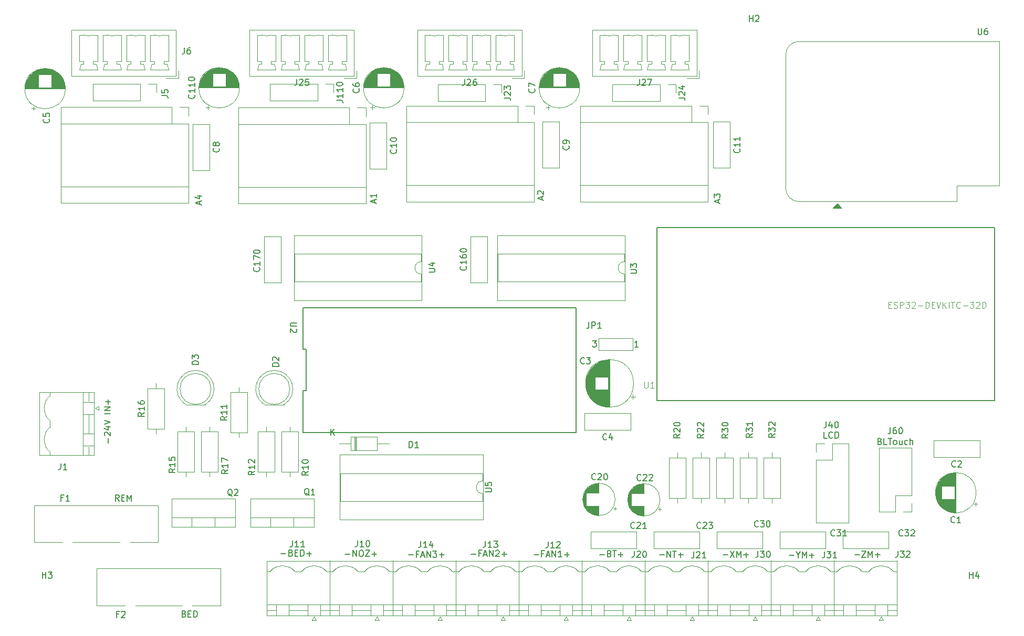
<source format=gbr>
G04 #@! TF.GenerationSoftware,KiCad,Pcbnew,(5.1.2)-2*
G04 #@! TF.CreationDate,2020-02-28T11:58:50-10:00*
G04 #@! TF.ProjectId,Esp32PrinterController,45737033-3250-4726-996e-746572436f6e,rev?*
G04 #@! TF.SameCoordinates,Original*
G04 #@! TF.FileFunction,Legend,Top*
G04 #@! TF.FilePolarity,Positive*
%FSLAX46Y46*%
G04 Gerber Fmt 4.6, Leading zero omitted, Abs format (unit mm)*
G04 Created by KiCad (PCBNEW (5.1.2)-2) date 2020-02-28 11:58:50*
%MOMM*%
%LPD*%
G04 APERTURE LIST*
%ADD10C,0.150000*%
%ADD11C,0.120000*%
%ADD12C,0.127000*%
%ADD13C,0.050000*%
G04 APERTURE END LIST*
D10*
X41005214Y-107005380D02*
X40671880Y-106529190D01*
X40433785Y-107005380D02*
X40433785Y-106005380D01*
X40814738Y-106005380D01*
X40909976Y-106053000D01*
X40957595Y-106100619D01*
X41005214Y-106195857D01*
X41005214Y-106338714D01*
X40957595Y-106433952D01*
X40909976Y-106481571D01*
X40814738Y-106529190D01*
X40433785Y-106529190D01*
X41433785Y-106481571D02*
X41767119Y-106481571D01*
X41909976Y-107005380D02*
X41433785Y-107005380D01*
X41433785Y-106005380D01*
X41909976Y-106005380D01*
X42338547Y-107005380D02*
X42338547Y-106005380D01*
X42671880Y-106719666D01*
X43005214Y-106005380D01*
X43005214Y-107005380D01*
X51506547Y-125214071D02*
X51649404Y-125261690D01*
X51697023Y-125309309D01*
X51744642Y-125404547D01*
X51744642Y-125547404D01*
X51697023Y-125642642D01*
X51649404Y-125690261D01*
X51554166Y-125737880D01*
X51173214Y-125737880D01*
X51173214Y-124737880D01*
X51506547Y-124737880D01*
X51601785Y-124785500D01*
X51649404Y-124833119D01*
X51697023Y-124928357D01*
X51697023Y-125023595D01*
X51649404Y-125118833D01*
X51601785Y-125166452D01*
X51506547Y-125214071D01*
X51173214Y-125214071D01*
X52173214Y-125214071D02*
X52506547Y-125214071D01*
X52649404Y-125737880D02*
X52173214Y-125737880D01*
X52173214Y-124737880D01*
X52649404Y-124737880D01*
X53077976Y-125737880D02*
X53077976Y-124737880D01*
X53316071Y-124737880D01*
X53458928Y-124785500D01*
X53554166Y-124880738D01*
X53601785Y-124975976D01*
X53649404Y-125166452D01*
X53649404Y-125309309D01*
X53601785Y-125499785D01*
X53554166Y-125595023D01*
X53458928Y-125690261D01*
X53316071Y-125737880D01*
X53077976Y-125737880D01*
X138414380Y-115704928D02*
X139176285Y-115704928D01*
X139557238Y-115085880D02*
X140223904Y-116085880D01*
X140223904Y-115085880D02*
X139557238Y-116085880D01*
X140604857Y-116085880D02*
X140604857Y-115085880D01*
X140938190Y-115800166D01*
X141271523Y-115085880D01*
X141271523Y-116085880D01*
X141747714Y-115704928D02*
X142509619Y-115704928D01*
X142128666Y-116085880D02*
X142128666Y-115323976D01*
X149066500Y-115768428D02*
X149828404Y-115768428D01*
X150495071Y-115673190D02*
X150495071Y-116149380D01*
X150161738Y-115149380D02*
X150495071Y-115673190D01*
X150828404Y-115149380D01*
X151161738Y-116149380D02*
X151161738Y-115149380D01*
X151495071Y-115863666D01*
X151828404Y-115149380D01*
X151828404Y-116149380D01*
X152304595Y-115768428D02*
X153066500Y-115768428D01*
X152685547Y-116149380D02*
X152685547Y-115387476D01*
X159623380Y-115704928D02*
X160385285Y-115704928D01*
X160766238Y-115085880D02*
X161432904Y-115085880D01*
X160766238Y-116085880D01*
X161432904Y-116085880D01*
X161813857Y-116085880D02*
X161813857Y-115085880D01*
X162147190Y-115800166D01*
X162480523Y-115085880D01*
X162480523Y-116085880D01*
X162956714Y-115704928D02*
X163718619Y-115704928D01*
X163337666Y-116085880D02*
X163337666Y-115323976D01*
X128143238Y-115704928D02*
X128905142Y-115704928D01*
X129381333Y-116085880D02*
X129381333Y-115085880D01*
X129952761Y-116085880D01*
X129952761Y-115085880D01*
X130286095Y-115085880D02*
X130857523Y-115085880D01*
X130571809Y-116085880D02*
X130571809Y-115085880D01*
X131190857Y-115704928D02*
X131952761Y-115704928D01*
X131571809Y-116085880D02*
X131571809Y-115323976D01*
X118515047Y-115641428D02*
X119276952Y-115641428D01*
X120086476Y-115498571D02*
X120229333Y-115546190D01*
X120276952Y-115593809D01*
X120324571Y-115689047D01*
X120324571Y-115831904D01*
X120276952Y-115927142D01*
X120229333Y-115974761D01*
X120134095Y-116022380D01*
X119753142Y-116022380D01*
X119753142Y-115022380D01*
X120086476Y-115022380D01*
X120181714Y-115070000D01*
X120229333Y-115117619D01*
X120276952Y-115212857D01*
X120276952Y-115308095D01*
X120229333Y-115403333D01*
X120181714Y-115450952D01*
X120086476Y-115498571D01*
X119753142Y-115498571D01*
X120610285Y-115022380D02*
X121181714Y-115022380D01*
X120896000Y-116022380D02*
X120896000Y-115022380D01*
X121515047Y-115641428D02*
X122276952Y-115641428D01*
X121896000Y-116022380D02*
X121896000Y-115260476D01*
X87693857Y-115704928D02*
X88455761Y-115704928D01*
X89265285Y-115562071D02*
X88931952Y-115562071D01*
X88931952Y-116085880D02*
X88931952Y-115085880D01*
X89408142Y-115085880D01*
X89741476Y-115800166D02*
X90217666Y-115800166D01*
X89646238Y-116085880D02*
X89979571Y-115085880D01*
X90312904Y-116085880D01*
X90646238Y-116085880D02*
X90646238Y-115085880D01*
X91217666Y-116085880D01*
X91217666Y-115085880D01*
X91598619Y-115085880D02*
X92217666Y-115085880D01*
X91884333Y-115466833D01*
X92027190Y-115466833D01*
X92122428Y-115514452D01*
X92170047Y-115562071D01*
X92217666Y-115657309D01*
X92217666Y-115895404D01*
X92170047Y-115990642D01*
X92122428Y-116038261D01*
X92027190Y-116085880D01*
X91741476Y-116085880D01*
X91646238Y-116038261D01*
X91598619Y-115990642D01*
X92646238Y-115704928D02*
X93408142Y-115704928D01*
X93027190Y-116085880D02*
X93027190Y-115323976D01*
X107886857Y-115641428D02*
X108648761Y-115641428D01*
X109458285Y-115498571D02*
X109124952Y-115498571D01*
X109124952Y-116022380D02*
X109124952Y-115022380D01*
X109601142Y-115022380D01*
X109934476Y-115736666D02*
X110410666Y-115736666D01*
X109839238Y-116022380D02*
X110172571Y-115022380D01*
X110505904Y-116022380D01*
X110839238Y-116022380D02*
X110839238Y-115022380D01*
X111410666Y-116022380D01*
X111410666Y-115022380D01*
X112410666Y-116022380D02*
X111839238Y-116022380D01*
X112124952Y-116022380D02*
X112124952Y-115022380D01*
X112029714Y-115165238D01*
X111934476Y-115260476D01*
X111839238Y-115308095D01*
X112839238Y-115641428D02*
X113601142Y-115641428D01*
X113220190Y-116022380D02*
X113220190Y-115260476D01*
X97790357Y-115577928D02*
X98552261Y-115577928D01*
X99361785Y-115435071D02*
X99028452Y-115435071D01*
X99028452Y-115958880D02*
X99028452Y-114958880D01*
X99504642Y-114958880D01*
X99837976Y-115673166D02*
X100314166Y-115673166D01*
X99742738Y-115958880D02*
X100076071Y-114958880D01*
X100409404Y-115958880D01*
X100742738Y-115958880D02*
X100742738Y-114958880D01*
X101314166Y-115958880D01*
X101314166Y-114958880D01*
X101742738Y-115054119D02*
X101790357Y-115006500D01*
X101885595Y-114958880D01*
X102123690Y-114958880D01*
X102218928Y-115006500D01*
X102266547Y-115054119D01*
X102314166Y-115149357D01*
X102314166Y-115244595D01*
X102266547Y-115387452D01*
X101695119Y-115958880D01*
X102314166Y-115958880D01*
X102742738Y-115577928D02*
X103504642Y-115577928D01*
X103123690Y-115958880D02*
X103123690Y-115196976D01*
X77486190Y-115577928D02*
X78248095Y-115577928D01*
X78724285Y-115958880D02*
X78724285Y-114958880D01*
X79295714Y-115958880D01*
X79295714Y-114958880D01*
X79962380Y-114958880D02*
X80152857Y-114958880D01*
X80248095Y-115006500D01*
X80343333Y-115101738D01*
X80390952Y-115292214D01*
X80390952Y-115625547D01*
X80343333Y-115816023D01*
X80248095Y-115911261D01*
X80152857Y-115958880D01*
X79962380Y-115958880D01*
X79867142Y-115911261D01*
X79771904Y-115816023D01*
X79724285Y-115625547D01*
X79724285Y-115292214D01*
X79771904Y-115101738D01*
X79867142Y-115006500D01*
X79962380Y-114958880D01*
X80724285Y-114958880D02*
X81390952Y-114958880D01*
X80724285Y-115958880D01*
X81390952Y-115958880D01*
X81771904Y-115577928D02*
X82533809Y-115577928D01*
X82152857Y-115958880D02*
X82152857Y-115196976D01*
X67143619Y-115514428D02*
X67905523Y-115514428D01*
X68715047Y-115371571D02*
X68857904Y-115419190D01*
X68905523Y-115466809D01*
X68953142Y-115562047D01*
X68953142Y-115704904D01*
X68905523Y-115800142D01*
X68857904Y-115847761D01*
X68762666Y-115895380D01*
X68381714Y-115895380D01*
X68381714Y-114895380D01*
X68715047Y-114895380D01*
X68810285Y-114943000D01*
X68857904Y-114990619D01*
X68905523Y-115085857D01*
X68905523Y-115181095D01*
X68857904Y-115276333D01*
X68810285Y-115323952D01*
X68715047Y-115371571D01*
X68381714Y-115371571D01*
X69381714Y-115371571D02*
X69715047Y-115371571D01*
X69857904Y-115895380D02*
X69381714Y-115895380D01*
X69381714Y-114895380D01*
X69857904Y-114895380D01*
X70286476Y-115895380D02*
X70286476Y-114895380D01*
X70524571Y-114895380D01*
X70667428Y-114943000D01*
X70762666Y-115038238D01*
X70810285Y-115133476D01*
X70857904Y-115323952D01*
X70857904Y-115466809D01*
X70810285Y-115657285D01*
X70762666Y-115752523D01*
X70667428Y-115847761D01*
X70524571Y-115895380D01*
X70286476Y-115895380D01*
X71286476Y-115514428D02*
X72048380Y-115514428D01*
X71667428Y-115895380D02*
X71667428Y-115133476D01*
D11*
X70464159Y-118370679D02*
G75*
G02X74451000Y-118386500I1986841J-1665821D01*
G01*
X65384159Y-118370679D02*
G75*
G02X69371000Y-118386500I1986841J-1665821D01*
G01*
X74991000Y-125496500D02*
X74991000Y-116649500D01*
X74991000Y-116676500D02*
X64831000Y-116676500D01*
X64831000Y-116676500D02*
X64831000Y-125412500D01*
X64831000Y-125496500D02*
X74991000Y-125496500D01*
X74991000Y-124686500D02*
X73561000Y-124686500D01*
X64831000Y-124686500D02*
X66261000Y-124686500D01*
X71451000Y-124686500D02*
X68371000Y-124686500D01*
X73451000Y-123686500D02*
X73451000Y-125496500D01*
X73451000Y-125496500D02*
X71451000Y-125496500D01*
X71451000Y-125496500D02*
X71451000Y-123686500D01*
X71451000Y-123686500D02*
X73451000Y-123686500D01*
X68371000Y-123686500D02*
X68371000Y-125496500D01*
X68371000Y-125496500D02*
X66371000Y-125496500D01*
X66371000Y-125496500D02*
X66371000Y-123686500D01*
X66371000Y-123686500D02*
X68371000Y-123686500D01*
X70451000Y-118386500D02*
X69371000Y-118386500D01*
X74451000Y-118386500D02*
X74991000Y-118386500D01*
X74991000Y-118386500D02*
X74991000Y-123686500D01*
X74991000Y-123686500D02*
X64831000Y-123686500D01*
X64831000Y-118386500D02*
X65371000Y-118386500D01*
X72151000Y-126296500D02*
X72451000Y-125696500D01*
X72451000Y-125696500D02*
X72751000Y-126296500D01*
X72751000Y-126296500D02*
X72151000Y-126296500D01*
X29851679Y-93998341D02*
G75*
G02X29867500Y-90011500I1665821J1986841D01*
G01*
X29851679Y-99078341D02*
G75*
G02X29867500Y-95091500I1665821J1986841D01*
G01*
X36977500Y-89471500D02*
X28130500Y-89471500D01*
X28157500Y-89471500D02*
X28157500Y-99631500D01*
X28157500Y-99631500D02*
X36893500Y-99631500D01*
X36977500Y-99631500D02*
X36977500Y-89471500D01*
X36167500Y-89471500D02*
X36167500Y-90901500D01*
X36167500Y-99631500D02*
X36167500Y-98201500D01*
X36167500Y-93011500D02*
X36167500Y-96091500D01*
X35167500Y-91011500D02*
X36977500Y-91011500D01*
X36977500Y-91011500D02*
X36977500Y-93011500D01*
X36977500Y-93011500D02*
X35167500Y-93011500D01*
X35167500Y-93011500D02*
X35167500Y-91011500D01*
X35167500Y-96091500D02*
X36977500Y-96091500D01*
X36977500Y-96091500D02*
X36977500Y-98091500D01*
X36977500Y-98091500D02*
X35167500Y-98091500D01*
X35167500Y-98091500D02*
X35167500Y-96091500D01*
X29867500Y-94011500D02*
X29867500Y-95091500D01*
X29867500Y-90011500D02*
X29867500Y-89471500D01*
X29867500Y-89471500D02*
X35167500Y-89471500D01*
X35167500Y-89471500D02*
X35167500Y-99631500D01*
X29867500Y-99631500D02*
X29867500Y-99091500D01*
X37777500Y-92311500D02*
X37177500Y-92011500D01*
X37177500Y-92011500D02*
X37777500Y-91711500D01*
X37777500Y-91711500D02*
X37777500Y-92311500D01*
X121264159Y-118370679D02*
G75*
G02X125251000Y-118386500I1986841J-1665821D01*
G01*
X116184159Y-118370679D02*
G75*
G02X120171000Y-118386500I1986841J-1665821D01*
G01*
X125791000Y-125496500D02*
X125791000Y-116649500D01*
X125791000Y-116676500D02*
X115631000Y-116676500D01*
X115631000Y-116676500D02*
X115631000Y-125412500D01*
X115631000Y-125496500D02*
X125791000Y-125496500D01*
X125791000Y-124686500D02*
X124361000Y-124686500D01*
X115631000Y-124686500D02*
X117061000Y-124686500D01*
X122251000Y-124686500D02*
X119171000Y-124686500D01*
X124251000Y-123686500D02*
X124251000Y-125496500D01*
X124251000Y-125496500D02*
X122251000Y-125496500D01*
X122251000Y-125496500D02*
X122251000Y-123686500D01*
X122251000Y-123686500D02*
X124251000Y-123686500D01*
X119171000Y-123686500D02*
X119171000Y-125496500D01*
X119171000Y-125496500D02*
X117171000Y-125496500D01*
X117171000Y-125496500D02*
X117171000Y-123686500D01*
X117171000Y-123686500D02*
X119171000Y-123686500D01*
X121251000Y-118386500D02*
X120171000Y-118386500D01*
X125251000Y-118386500D02*
X125791000Y-118386500D01*
X125791000Y-118386500D02*
X125791000Y-123686500D01*
X125791000Y-123686500D02*
X115631000Y-123686500D01*
X115631000Y-118386500D02*
X116171000Y-118386500D01*
X122951000Y-126296500D02*
X123251000Y-125696500D01*
X123251000Y-125696500D02*
X123551000Y-126296500D01*
X123551000Y-126296500D02*
X122951000Y-126296500D01*
X131424159Y-118370679D02*
G75*
G02X135411000Y-118386500I1986841J-1665821D01*
G01*
X126344159Y-118370679D02*
G75*
G02X130331000Y-118386500I1986841J-1665821D01*
G01*
X135951000Y-125496500D02*
X135951000Y-116649500D01*
X135951000Y-116676500D02*
X125791000Y-116676500D01*
X125791000Y-116676500D02*
X125791000Y-125412500D01*
X125791000Y-125496500D02*
X135951000Y-125496500D01*
X135951000Y-124686500D02*
X134521000Y-124686500D01*
X125791000Y-124686500D02*
X127221000Y-124686500D01*
X132411000Y-124686500D02*
X129331000Y-124686500D01*
X134411000Y-123686500D02*
X134411000Y-125496500D01*
X134411000Y-125496500D02*
X132411000Y-125496500D01*
X132411000Y-125496500D02*
X132411000Y-123686500D01*
X132411000Y-123686500D02*
X134411000Y-123686500D01*
X129331000Y-123686500D02*
X129331000Y-125496500D01*
X129331000Y-125496500D02*
X127331000Y-125496500D01*
X127331000Y-125496500D02*
X127331000Y-123686500D01*
X127331000Y-123686500D02*
X129331000Y-123686500D01*
X131411000Y-118386500D02*
X130331000Y-118386500D01*
X135411000Y-118386500D02*
X135951000Y-118386500D01*
X135951000Y-118386500D02*
X135951000Y-123686500D01*
X135951000Y-123686500D02*
X125791000Y-123686500D01*
X125791000Y-118386500D02*
X126331000Y-118386500D01*
X133111000Y-126296500D02*
X133411000Y-125696500D01*
X133411000Y-125696500D02*
X133711000Y-126296500D01*
X133711000Y-126296500D02*
X133111000Y-126296500D01*
X141584159Y-118370679D02*
G75*
G02X145571000Y-118386500I1986841J-1665821D01*
G01*
X136504159Y-118370679D02*
G75*
G02X140491000Y-118386500I1986841J-1665821D01*
G01*
X146111000Y-125496500D02*
X146111000Y-116649500D01*
X146111000Y-116676500D02*
X135951000Y-116676500D01*
X135951000Y-116676500D02*
X135951000Y-125412500D01*
X135951000Y-125496500D02*
X146111000Y-125496500D01*
X146111000Y-124686500D02*
X144681000Y-124686500D01*
X135951000Y-124686500D02*
X137381000Y-124686500D01*
X142571000Y-124686500D02*
X139491000Y-124686500D01*
X144571000Y-123686500D02*
X144571000Y-125496500D01*
X144571000Y-125496500D02*
X142571000Y-125496500D01*
X142571000Y-125496500D02*
X142571000Y-123686500D01*
X142571000Y-123686500D02*
X144571000Y-123686500D01*
X139491000Y-123686500D02*
X139491000Y-125496500D01*
X139491000Y-125496500D02*
X137491000Y-125496500D01*
X137491000Y-125496500D02*
X137491000Y-123686500D01*
X137491000Y-123686500D02*
X139491000Y-123686500D01*
X141571000Y-118386500D02*
X140491000Y-118386500D01*
X145571000Y-118386500D02*
X146111000Y-118386500D01*
X146111000Y-118386500D02*
X146111000Y-123686500D01*
X146111000Y-123686500D02*
X135951000Y-123686500D01*
X135951000Y-118386500D02*
X136491000Y-118386500D01*
X143271000Y-126296500D02*
X143571000Y-125696500D01*
X143571000Y-125696500D02*
X143871000Y-126296500D01*
X143871000Y-126296500D02*
X143271000Y-126296500D01*
X151744159Y-118370679D02*
G75*
G02X155731000Y-118386500I1986841J-1665821D01*
G01*
X146664159Y-118370679D02*
G75*
G02X150651000Y-118386500I1986841J-1665821D01*
G01*
X156271000Y-125496500D02*
X156271000Y-116649500D01*
X156271000Y-116676500D02*
X146111000Y-116676500D01*
X146111000Y-116676500D02*
X146111000Y-125412500D01*
X146111000Y-125496500D02*
X156271000Y-125496500D01*
X156271000Y-124686500D02*
X154841000Y-124686500D01*
X146111000Y-124686500D02*
X147541000Y-124686500D01*
X152731000Y-124686500D02*
X149651000Y-124686500D01*
X154731000Y-123686500D02*
X154731000Y-125496500D01*
X154731000Y-125496500D02*
X152731000Y-125496500D01*
X152731000Y-125496500D02*
X152731000Y-123686500D01*
X152731000Y-123686500D02*
X154731000Y-123686500D01*
X149651000Y-123686500D02*
X149651000Y-125496500D01*
X149651000Y-125496500D02*
X147651000Y-125496500D01*
X147651000Y-125496500D02*
X147651000Y-123686500D01*
X147651000Y-123686500D02*
X149651000Y-123686500D01*
X151731000Y-118386500D02*
X150651000Y-118386500D01*
X155731000Y-118386500D02*
X156271000Y-118386500D01*
X156271000Y-118386500D02*
X156271000Y-123686500D01*
X156271000Y-123686500D02*
X146111000Y-123686500D01*
X146111000Y-118386500D02*
X146651000Y-118386500D01*
X153431000Y-126296500D02*
X153731000Y-125696500D01*
X153731000Y-125696500D02*
X154031000Y-126296500D01*
X154031000Y-126296500D02*
X153431000Y-126296500D01*
X161904159Y-118370679D02*
G75*
G02X165891000Y-118386500I1986841J-1665821D01*
G01*
X156824159Y-118370679D02*
G75*
G02X160811000Y-118386500I1986841J-1665821D01*
G01*
X166431000Y-125496500D02*
X166431000Y-116649500D01*
X166431000Y-116676500D02*
X156271000Y-116676500D01*
X156271000Y-116676500D02*
X156271000Y-125412500D01*
X156271000Y-125496500D02*
X166431000Y-125496500D01*
X166431000Y-124686500D02*
X165001000Y-124686500D01*
X156271000Y-124686500D02*
X157701000Y-124686500D01*
X162891000Y-124686500D02*
X159811000Y-124686500D01*
X164891000Y-123686500D02*
X164891000Y-125496500D01*
X164891000Y-125496500D02*
X162891000Y-125496500D01*
X162891000Y-125496500D02*
X162891000Y-123686500D01*
X162891000Y-123686500D02*
X164891000Y-123686500D01*
X159811000Y-123686500D02*
X159811000Y-125496500D01*
X159811000Y-125496500D02*
X157811000Y-125496500D01*
X157811000Y-125496500D02*
X157811000Y-123686500D01*
X157811000Y-123686500D02*
X159811000Y-123686500D01*
X161891000Y-118386500D02*
X160811000Y-118386500D01*
X165891000Y-118386500D02*
X166431000Y-118386500D01*
X166431000Y-118386500D02*
X166431000Y-123686500D01*
X166431000Y-123686500D02*
X156271000Y-123686500D01*
X156271000Y-118386500D02*
X156811000Y-118386500D01*
X163591000Y-126296500D02*
X163891000Y-125696500D01*
X163891000Y-125696500D02*
X164191000Y-126296500D01*
X164191000Y-126296500D02*
X163591000Y-126296500D01*
X80624159Y-118370679D02*
G75*
G02X84611000Y-118386500I1986841J-1665821D01*
G01*
X75544159Y-118370679D02*
G75*
G02X79531000Y-118386500I1986841J-1665821D01*
G01*
X85151000Y-125496500D02*
X85151000Y-116649500D01*
X85151000Y-116676500D02*
X74991000Y-116676500D01*
X74991000Y-116676500D02*
X74991000Y-125412500D01*
X74991000Y-125496500D02*
X85151000Y-125496500D01*
X85151000Y-124686500D02*
X83721000Y-124686500D01*
X74991000Y-124686500D02*
X76421000Y-124686500D01*
X81611000Y-124686500D02*
X78531000Y-124686500D01*
X83611000Y-123686500D02*
X83611000Y-125496500D01*
X83611000Y-125496500D02*
X81611000Y-125496500D01*
X81611000Y-125496500D02*
X81611000Y-123686500D01*
X81611000Y-123686500D02*
X83611000Y-123686500D01*
X78531000Y-123686500D02*
X78531000Y-125496500D01*
X78531000Y-125496500D02*
X76531000Y-125496500D01*
X76531000Y-125496500D02*
X76531000Y-123686500D01*
X76531000Y-123686500D02*
X78531000Y-123686500D01*
X80611000Y-118386500D02*
X79531000Y-118386500D01*
X84611000Y-118386500D02*
X85151000Y-118386500D01*
X85151000Y-118386500D02*
X85151000Y-123686500D01*
X85151000Y-123686500D02*
X74991000Y-123686500D01*
X74991000Y-118386500D02*
X75531000Y-118386500D01*
X82311000Y-126296500D02*
X82611000Y-125696500D01*
X82611000Y-125696500D02*
X82911000Y-126296500D01*
X82911000Y-126296500D02*
X82311000Y-126296500D01*
X111104159Y-118370679D02*
G75*
G02X115091000Y-118386500I1986841J-1665821D01*
G01*
X106024159Y-118370679D02*
G75*
G02X110011000Y-118386500I1986841J-1665821D01*
G01*
X115631000Y-125496500D02*
X115631000Y-116649500D01*
X115631000Y-116676500D02*
X105471000Y-116676500D01*
X105471000Y-116676500D02*
X105471000Y-125412500D01*
X105471000Y-125496500D02*
X115631000Y-125496500D01*
X115631000Y-124686500D02*
X114201000Y-124686500D01*
X105471000Y-124686500D02*
X106901000Y-124686500D01*
X112091000Y-124686500D02*
X109011000Y-124686500D01*
X114091000Y-123686500D02*
X114091000Y-125496500D01*
X114091000Y-125496500D02*
X112091000Y-125496500D01*
X112091000Y-125496500D02*
X112091000Y-123686500D01*
X112091000Y-123686500D02*
X114091000Y-123686500D01*
X109011000Y-123686500D02*
X109011000Y-125496500D01*
X109011000Y-125496500D02*
X107011000Y-125496500D01*
X107011000Y-125496500D02*
X107011000Y-123686500D01*
X107011000Y-123686500D02*
X109011000Y-123686500D01*
X111091000Y-118386500D02*
X110011000Y-118386500D01*
X115091000Y-118386500D02*
X115631000Y-118386500D01*
X115631000Y-118386500D02*
X115631000Y-123686500D01*
X115631000Y-123686500D02*
X105471000Y-123686500D01*
X105471000Y-118386500D02*
X106011000Y-118386500D01*
X112791000Y-126296500D02*
X113091000Y-125696500D01*
X113091000Y-125696500D02*
X113391000Y-126296500D01*
X113391000Y-126296500D02*
X112791000Y-126296500D01*
X100944159Y-118370679D02*
G75*
G02X104931000Y-118386500I1986841J-1665821D01*
G01*
X95864159Y-118370679D02*
G75*
G02X99851000Y-118386500I1986841J-1665821D01*
G01*
X105471000Y-125496500D02*
X105471000Y-116649500D01*
X105471000Y-116676500D02*
X95311000Y-116676500D01*
X95311000Y-116676500D02*
X95311000Y-125412500D01*
X95311000Y-125496500D02*
X105471000Y-125496500D01*
X105471000Y-124686500D02*
X104041000Y-124686500D01*
X95311000Y-124686500D02*
X96741000Y-124686500D01*
X101931000Y-124686500D02*
X98851000Y-124686500D01*
X103931000Y-123686500D02*
X103931000Y-125496500D01*
X103931000Y-125496500D02*
X101931000Y-125496500D01*
X101931000Y-125496500D02*
X101931000Y-123686500D01*
X101931000Y-123686500D02*
X103931000Y-123686500D01*
X98851000Y-123686500D02*
X98851000Y-125496500D01*
X98851000Y-125496500D02*
X96851000Y-125496500D01*
X96851000Y-125496500D02*
X96851000Y-123686500D01*
X96851000Y-123686500D02*
X98851000Y-123686500D01*
X100931000Y-118386500D02*
X99851000Y-118386500D01*
X104931000Y-118386500D02*
X105471000Y-118386500D01*
X105471000Y-118386500D02*
X105471000Y-123686500D01*
X105471000Y-123686500D02*
X95311000Y-123686500D01*
X95311000Y-118386500D02*
X95851000Y-118386500D01*
X102631000Y-126296500D02*
X102931000Y-125696500D01*
X102931000Y-125696500D02*
X103231000Y-126296500D01*
X103231000Y-126296500D02*
X102631000Y-126296500D01*
X90784159Y-118370679D02*
G75*
G02X94771000Y-118386500I1986841J-1665821D01*
G01*
X85704159Y-118370679D02*
G75*
G02X89691000Y-118386500I1986841J-1665821D01*
G01*
X95311000Y-125496500D02*
X95311000Y-116649500D01*
X95311000Y-116676500D02*
X85151000Y-116676500D01*
X85151000Y-116676500D02*
X85151000Y-125412500D01*
X85151000Y-125496500D02*
X95311000Y-125496500D01*
X95311000Y-124686500D02*
X93881000Y-124686500D01*
X85151000Y-124686500D02*
X86581000Y-124686500D01*
X91771000Y-124686500D02*
X88691000Y-124686500D01*
X93771000Y-123686500D02*
X93771000Y-125496500D01*
X93771000Y-125496500D02*
X91771000Y-125496500D01*
X91771000Y-125496500D02*
X91771000Y-123686500D01*
X91771000Y-123686500D02*
X93771000Y-123686500D01*
X88691000Y-123686500D02*
X88691000Y-125496500D01*
X88691000Y-125496500D02*
X86691000Y-125496500D01*
X86691000Y-125496500D02*
X86691000Y-123686500D01*
X86691000Y-123686500D02*
X88691000Y-123686500D01*
X90771000Y-118386500D02*
X89691000Y-118386500D01*
X94771000Y-118386500D02*
X95311000Y-118386500D01*
X95311000Y-118386500D02*
X95311000Y-123686500D01*
X95311000Y-123686500D02*
X85151000Y-123686500D01*
X85151000Y-118386500D02*
X85691000Y-118386500D01*
X92471000Y-126296500D02*
X92771000Y-125696500D01*
X92771000Y-125696500D02*
X93071000Y-126296500D01*
X93071000Y-126296500D02*
X92471000Y-126296500D01*
D12*
X182149000Y-62885000D02*
X182149000Y-90785000D01*
X127749000Y-62885000D02*
X182149000Y-62885000D01*
X127749000Y-90785000D02*
X127749000Y-62885000D01*
X182149000Y-90785000D02*
X127749000Y-90785000D01*
D11*
X168779500Y-108708500D02*
X167449500Y-108708500D01*
X168779500Y-107378500D02*
X168779500Y-108708500D01*
X166179500Y-108708500D02*
X163579500Y-108708500D01*
X166179500Y-106108500D02*
X166179500Y-108708500D01*
X168779500Y-106108500D02*
X166179500Y-106108500D01*
X163579500Y-108708500D02*
X163579500Y-98428500D01*
X168779500Y-106108500D02*
X168779500Y-98428500D01*
X168779500Y-98428500D02*
X163579500Y-98428500D01*
X153419500Y-97730000D02*
X154749500Y-97730000D01*
X153419500Y-99060000D02*
X153419500Y-97730000D01*
X156019500Y-97730000D02*
X158619500Y-97730000D01*
X156019500Y-100330000D02*
X156019500Y-97730000D01*
X153419500Y-100330000D02*
X156019500Y-100330000D01*
X158619500Y-97730000D02*
X158619500Y-110550000D01*
X153419500Y-100330000D02*
X153419500Y-110550000D01*
X153419500Y-110550000D02*
X158619500Y-110550000D01*
X65459000Y-111220000D02*
X65459000Y-109710000D01*
X69160000Y-111220000D02*
X69160000Y-109710000D01*
X72430000Y-109710000D02*
X62190000Y-109710000D01*
X62190000Y-111220000D02*
X62190000Y-106579000D01*
X72430000Y-111220000D02*
X72430000Y-106579000D01*
X72430000Y-106579000D02*
X62190000Y-106579000D01*
X72430000Y-111220000D02*
X62190000Y-111220000D01*
X52759000Y-111220000D02*
X52759000Y-109710000D01*
X56460000Y-111220000D02*
X56460000Y-109710000D01*
X59730000Y-109710000D02*
X49490000Y-109710000D01*
X49490000Y-111220000D02*
X49490000Y-106579000D01*
X59730000Y-111220000D02*
X59730000Y-106579000D01*
X59730000Y-106579000D02*
X49490000Y-106579000D01*
X59730000Y-111220000D02*
X49490000Y-111220000D01*
X107953000Y-56007000D02*
X87373000Y-56007000D01*
X105283000Y-45847000D02*
X87373000Y-45847000D01*
X107953000Y-44577000D02*
X107953000Y-43177000D01*
X107953000Y-43177000D02*
X106553000Y-43177000D01*
X107953000Y-45847000D02*
X105283000Y-45847000D01*
X105283000Y-45847000D02*
X105283000Y-43177000D01*
X105283000Y-43177000D02*
X87373000Y-43177000D01*
X87373000Y-43177000D02*
X87373000Y-58677000D01*
X87373000Y-58677000D02*
X107953000Y-58677000D01*
X107953000Y-58677000D02*
X107953000Y-45847000D01*
X45620000Y-95345000D02*
X48360000Y-95345000D01*
X48360000Y-95345000D02*
X48360000Y-88805000D01*
X48360000Y-88805000D02*
X45620000Y-88805000D01*
X45620000Y-88805000D02*
X45620000Y-95345000D01*
X46990000Y-96115000D02*
X46990000Y-95345000D01*
X46990000Y-88035000D02*
X46990000Y-88805000D01*
X64495000Y-91460000D02*
X67585000Y-91460000D01*
X68540000Y-88900000D02*
G75*
G03X68540000Y-88900000I-2500000J0D01*
G01*
X66039538Y-85910000D02*
G75*
G02X67584830Y-91460000I462J-2990000D01*
G01*
X66040462Y-85910000D02*
G75*
G03X64495170Y-91460000I-462J-2990000D01*
G01*
X53340462Y-85910000D02*
G75*
G03X51795170Y-91460000I-462J-2990000D01*
G01*
X53339538Y-85910000D02*
G75*
G02X54884830Y-91460000I462J-2990000D01*
G01*
X55840000Y-88900000D02*
G75*
G03X55840000Y-88900000I-2500000J0D01*
G01*
X51795000Y-91460000D02*
X54885000Y-91460000D01*
X51816000Y-103100000D02*
X51816000Y-102330000D01*
X51816000Y-95020000D02*
X51816000Y-95790000D01*
X53186000Y-102330000D02*
X53186000Y-95790000D01*
X50446000Y-102330000D02*
X53186000Y-102330000D01*
X50446000Y-95790000D02*
X50446000Y-102330000D01*
X53186000Y-95790000D02*
X50446000Y-95790000D01*
X54256000Y-102330000D02*
X56996000Y-102330000D01*
X56996000Y-102330000D02*
X56996000Y-95790000D01*
X56996000Y-95790000D02*
X54256000Y-95790000D01*
X54256000Y-95790000D02*
X54256000Y-102330000D01*
X55626000Y-103100000D02*
X55626000Y-102330000D01*
X55626000Y-95020000D02*
X55626000Y-95790000D01*
X116081000Y-95540500D02*
X116081000Y-92800500D01*
X123521000Y-95540500D02*
X123521000Y-92800500D01*
X123521000Y-92800500D02*
X116081000Y-92800500D01*
X123521000Y-95540500D02*
X116081000Y-95540500D01*
X179782000Y-99922000D02*
X172342000Y-99922000D01*
X179782000Y-97182000D02*
X172342000Y-97182000D01*
X179782000Y-99922000D02*
X179782000Y-97182000D01*
X172342000Y-99922000D02*
X172342000Y-97182000D01*
X117031000Y-114654000D02*
X117031000Y-111914000D01*
X124471000Y-114654000D02*
X124471000Y-111914000D01*
X124471000Y-111914000D02*
X117031000Y-111914000D01*
X124471000Y-114654000D02*
X117031000Y-114654000D01*
X127191000Y-114654000D02*
X127191000Y-111914000D01*
X134631000Y-114654000D02*
X134631000Y-111914000D01*
X134631000Y-111914000D02*
X127191000Y-111914000D01*
X134631000Y-114654000D02*
X127191000Y-114654000D01*
X136244000Y-99981000D02*
X133504000Y-99981000D01*
X133504000Y-99981000D02*
X133504000Y-106521000D01*
X133504000Y-106521000D02*
X136244000Y-106521000D01*
X136244000Y-106521000D02*
X136244000Y-99981000D01*
X134874000Y-99211000D02*
X134874000Y-99981000D01*
X134874000Y-107291000D02*
X134874000Y-106521000D01*
X68580000Y-95020000D02*
X68580000Y-95790000D01*
X68580000Y-103100000D02*
X68580000Y-102330000D01*
X67210000Y-95790000D02*
X67210000Y-102330000D01*
X69950000Y-95790000D02*
X67210000Y-95790000D01*
X69950000Y-102330000D02*
X69950000Y-95790000D01*
X67210000Y-102330000D02*
X69950000Y-102330000D01*
X60325000Y-88670000D02*
X60325000Y-89440000D01*
X60325000Y-96750000D02*
X60325000Y-95980000D01*
X58955000Y-89440000D02*
X58955000Y-95980000D01*
X61695000Y-89440000D02*
X58955000Y-89440000D01*
X61695000Y-95980000D02*
X61695000Y-89440000D01*
X58955000Y-95980000D02*
X61695000Y-95980000D01*
X64770000Y-103100000D02*
X64770000Y-102330000D01*
X64770000Y-95020000D02*
X64770000Y-95790000D01*
X66140000Y-102330000D02*
X66140000Y-95790000D01*
X63400000Y-102330000D02*
X66140000Y-102330000D01*
X63400000Y-95790000D02*
X63400000Y-102330000D01*
X66140000Y-95790000D02*
X63400000Y-95790000D01*
X78398000Y-96606500D02*
X78398000Y-98846500D01*
X78398000Y-98846500D02*
X82638000Y-98846500D01*
X82638000Y-98846500D02*
X82638000Y-96606500D01*
X82638000Y-96606500D02*
X78398000Y-96606500D01*
X76478000Y-97726500D02*
X78398000Y-97726500D01*
X84558000Y-97726500D02*
X82638000Y-97726500D01*
X79118000Y-96606500D02*
X79118000Y-98846500D01*
X79238000Y-96606500D02*
X79238000Y-98846500D01*
X78998000Y-96606500D02*
X78998000Y-98846500D01*
D10*
X70710000Y-95941999D02*
X114710000Y-95942000D01*
X114710000Y-95942000D02*
X114710000Y-75762001D01*
X114710000Y-75762001D02*
X70710000Y-75762000D01*
X70710000Y-75762000D02*
X70710000Y-82488667D01*
X70710000Y-82488667D02*
X71160000Y-82488667D01*
X71160000Y-82488667D02*
X71160000Y-89215333D01*
X71160000Y-89215333D02*
X70710000Y-89215333D01*
X70710000Y-89215333D02*
X70710000Y-95941999D01*
D11*
X137351000Y-114654000D02*
X137351000Y-111914000D01*
X144791000Y-114654000D02*
X144791000Y-111914000D01*
X144791000Y-111914000D02*
X137351000Y-111914000D01*
X144791000Y-114654000D02*
X137351000Y-114654000D01*
X97690000Y-71705000D02*
X97690000Y-64265000D01*
X100430000Y-71705000D02*
X100430000Y-64265000D01*
X97690000Y-71705000D02*
X100430000Y-71705000D01*
X97690000Y-64265000D02*
X100430000Y-64265000D01*
X157671000Y-114654000D02*
X157671000Y-111914000D01*
X165111000Y-114654000D02*
X165111000Y-111914000D01*
X165111000Y-111914000D02*
X157671000Y-111914000D01*
X165111000Y-114654000D02*
X157671000Y-114654000D01*
X64416000Y-64265000D02*
X67156000Y-64265000D01*
X64416000Y-71705000D02*
X67156000Y-71705000D01*
X67156000Y-71705000D02*
X67156000Y-64265000D01*
X64416000Y-71705000D02*
X64416000Y-64265000D01*
X154951000Y-114654000D02*
X147511000Y-114654000D01*
X154951000Y-111914000D02*
X147511000Y-111914000D01*
X154951000Y-114654000D02*
X154951000Y-111914000D01*
X147511000Y-114654000D02*
X147511000Y-111914000D01*
X140054000Y-99981000D02*
X137314000Y-99981000D01*
X137314000Y-99981000D02*
X137314000Y-106521000D01*
X137314000Y-106521000D02*
X140054000Y-106521000D01*
X140054000Y-106521000D02*
X140054000Y-99981000D01*
X138684000Y-99211000D02*
X138684000Y-99981000D01*
X138684000Y-107291000D02*
X138684000Y-106521000D01*
X143864000Y-99981000D02*
X141124000Y-99981000D01*
X141124000Y-99981000D02*
X141124000Y-106521000D01*
X141124000Y-106521000D02*
X143864000Y-106521000D01*
X143864000Y-106521000D02*
X143864000Y-99981000D01*
X142494000Y-99211000D02*
X142494000Y-99981000D01*
X142494000Y-107291000D02*
X142494000Y-106521000D01*
X147674000Y-99981000D02*
X144934000Y-99981000D01*
X144934000Y-99981000D02*
X144934000Y-106521000D01*
X144934000Y-106521000D02*
X147674000Y-106521000D01*
X147674000Y-106521000D02*
X147674000Y-99981000D01*
X146304000Y-99211000D02*
X146304000Y-99981000D01*
X146304000Y-107291000D02*
X146304000Y-106521000D01*
X131064000Y-107291000D02*
X131064000Y-106521000D01*
X131064000Y-99211000D02*
X131064000Y-99981000D01*
X132434000Y-106521000D02*
X132434000Y-99981000D01*
X129694000Y-106521000D02*
X132434000Y-106521000D01*
X129694000Y-99981000D02*
X129694000Y-106521000D01*
X132434000Y-99981000D02*
X129694000Y-99981000D01*
X46748353Y-31750155D02*
G75*
G03X48248000Y-31750000I749647J1700155D01*
G01*
X42938353Y-31750155D02*
G75*
G03X44438000Y-31750000I749647J1700155D01*
G01*
X39128353Y-31750155D02*
G75*
G03X40628000Y-31750000I749647J1700155D01*
G01*
X35318353Y-31750155D02*
G75*
G03X36818000Y-31750000I749647J1700155D01*
G01*
X50208000Y-38360000D02*
X50208000Y-30890000D01*
X50208000Y-30890000D02*
X33358000Y-30890000D01*
X33358000Y-30890000D02*
X33358000Y-38360000D01*
X33358000Y-38360000D02*
X50208000Y-38360000D01*
X48248000Y-31750000D02*
X48998000Y-31750000D01*
X48998000Y-31750000D02*
X48998000Y-36050000D01*
X48998000Y-36050000D02*
X48248000Y-36050000D01*
X48248000Y-36050000D02*
X48248000Y-36400000D01*
X48248000Y-36400000D02*
X48748000Y-36400000D01*
X48748000Y-36400000D02*
X48998000Y-37400000D01*
X48998000Y-37400000D02*
X45998000Y-37400000D01*
X45998000Y-37400000D02*
X46248000Y-36400000D01*
X46248000Y-36400000D02*
X46748000Y-36400000D01*
X46748000Y-36400000D02*
X46748000Y-36050000D01*
X46748000Y-36050000D02*
X45998000Y-36050000D01*
X45998000Y-36050000D02*
X45998000Y-31750000D01*
X45998000Y-31750000D02*
X46748000Y-31750000D01*
X44438000Y-31750000D02*
X45188000Y-31750000D01*
X45188000Y-31750000D02*
X45188000Y-36050000D01*
X45188000Y-36050000D02*
X44438000Y-36050000D01*
X44438000Y-36050000D02*
X44438000Y-36400000D01*
X44438000Y-36400000D02*
X44938000Y-36400000D01*
X44938000Y-36400000D02*
X45188000Y-37400000D01*
X45188000Y-37400000D02*
X42188000Y-37400000D01*
X42188000Y-37400000D02*
X42438000Y-36400000D01*
X42438000Y-36400000D02*
X42938000Y-36400000D01*
X42938000Y-36400000D02*
X42938000Y-36050000D01*
X42938000Y-36050000D02*
X42188000Y-36050000D01*
X42188000Y-36050000D02*
X42188000Y-31750000D01*
X42188000Y-31750000D02*
X42938000Y-31750000D01*
X40628000Y-31750000D02*
X41378000Y-31750000D01*
X41378000Y-31750000D02*
X41378000Y-36050000D01*
X41378000Y-36050000D02*
X40628000Y-36050000D01*
X40628000Y-36050000D02*
X40628000Y-36400000D01*
X40628000Y-36400000D02*
X41128000Y-36400000D01*
X41128000Y-36400000D02*
X41378000Y-37400000D01*
X41378000Y-37400000D02*
X38378000Y-37400000D01*
X38378000Y-37400000D02*
X38628000Y-36400000D01*
X38628000Y-36400000D02*
X39128000Y-36400000D01*
X39128000Y-36400000D02*
X39128000Y-36050000D01*
X39128000Y-36050000D02*
X38378000Y-36050000D01*
X38378000Y-36050000D02*
X38378000Y-31750000D01*
X38378000Y-31750000D02*
X39128000Y-31750000D01*
X36818000Y-31750000D02*
X37568000Y-31750000D01*
X37568000Y-31750000D02*
X37568000Y-36050000D01*
X37568000Y-36050000D02*
X36818000Y-36050000D01*
X36818000Y-36050000D02*
X36818000Y-36400000D01*
X36818000Y-36400000D02*
X37318000Y-36400000D01*
X37318000Y-36400000D02*
X37568000Y-37400000D01*
X37568000Y-37400000D02*
X34568000Y-37400000D01*
X34568000Y-37400000D02*
X34818000Y-36400000D01*
X34818000Y-36400000D02*
X35318000Y-36400000D01*
X35318000Y-36400000D02*
X35318000Y-36050000D01*
X35318000Y-36050000D02*
X34568000Y-36050000D01*
X34568000Y-36050000D02*
X34568000Y-31750000D01*
X34568000Y-31750000D02*
X35318000Y-31750000D01*
X50598000Y-37500000D02*
X50598000Y-38750000D01*
X50598000Y-38750000D02*
X48598000Y-38750000D01*
X79300000Y-38750000D02*
X77300000Y-38750000D01*
X79300000Y-37500000D02*
X79300000Y-38750000D01*
X63270000Y-31750000D02*
X64020000Y-31750000D01*
X63270000Y-36050000D02*
X63270000Y-31750000D01*
X64020000Y-36050000D02*
X63270000Y-36050000D01*
X64020000Y-36400000D02*
X64020000Y-36050000D01*
X63520000Y-36400000D02*
X64020000Y-36400000D01*
X63270000Y-37400000D02*
X63520000Y-36400000D01*
X66270000Y-37400000D02*
X63270000Y-37400000D01*
X66020000Y-36400000D02*
X66270000Y-37400000D01*
X65520000Y-36400000D02*
X66020000Y-36400000D01*
X65520000Y-36050000D02*
X65520000Y-36400000D01*
X66270000Y-36050000D02*
X65520000Y-36050000D01*
X66270000Y-31750000D02*
X66270000Y-36050000D01*
X65520000Y-31750000D02*
X66270000Y-31750000D01*
X67080000Y-31750000D02*
X67830000Y-31750000D01*
X67080000Y-36050000D02*
X67080000Y-31750000D01*
X67830000Y-36050000D02*
X67080000Y-36050000D01*
X67830000Y-36400000D02*
X67830000Y-36050000D01*
X67330000Y-36400000D02*
X67830000Y-36400000D01*
X67080000Y-37400000D02*
X67330000Y-36400000D01*
X70080000Y-37400000D02*
X67080000Y-37400000D01*
X69830000Y-36400000D02*
X70080000Y-37400000D01*
X69330000Y-36400000D02*
X69830000Y-36400000D01*
X69330000Y-36050000D02*
X69330000Y-36400000D01*
X70080000Y-36050000D02*
X69330000Y-36050000D01*
X70080000Y-31750000D02*
X70080000Y-36050000D01*
X69330000Y-31750000D02*
X70080000Y-31750000D01*
X70890000Y-31750000D02*
X71640000Y-31750000D01*
X70890000Y-36050000D02*
X70890000Y-31750000D01*
X71640000Y-36050000D02*
X70890000Y-36050000D01*
X71640000Y-36400000D02*
X71640000Y-36050000D01*
X71140000Y-36400000D02*
X71640000Y-36400000D01*
X70890000Y-37400000D02*
X71140000Y-36400000D01*
X73890000Y-37400000D02*
X70890000Y-37400000D01*
X73640000Y-36400000D02*
X73890000Y-37400000D01*
X73140000Y-36400000D02*
X73640000Y-36400000D01*
X73140000Y-36050000D02*
X73140000Y-36400000D01*
X73890000Y-36050000D02*
X73140000Y-36050000D01*
X73890000Y-31750000D02*
X73890000Y-36050000D01*
X73140000Y-31750000D02*
X73890000Y-31750000D01*
X74700000Y-31750000D02*
X75450000Y-31750000D01*
X74700000Y-36050000D02*
X74700000Y-31750000D01*
X75450000Y-36050000D02*
X74700000Y-36050000D01*
X75450000Y-36400000D02*
X75450000Y-36050000D01*
X74950000Y-36400000D02*
X75450000Y-36400000D01*
X74700000Y-37400000D02*
X74950000Y-36400000D01*
X77700000Y-37400000D02*
X74700000Y-37400000D01*
X77450000Y-36400000D02*
X77700000Y-37400000D01*
X76950000Y-36400000D02*
X77450000Y-36400000D01*
X76950000Y-36050000D02*
X76950000Y-36400000D01*
X77700000Y-36050000D02*
X76950000Y-36050000D01*
X77700000Y-31750000D02*
X77700000Y-36050000D01*
X76950000Y-31750000D02*
X77700000Y-31750000D01*
X62060000Y-38360000D02*
X78910000Y-38360000D01*
X62060000Y-30890000D02*
X62060000Y-38360000D01*
X78910000Y-30890000D02*
X62060000Y-30890000D01*
X78910000Y-38360000D02*
X78910000Y-30890000D01*
X64020353Y-31750155D02*
G75*
G03X65520000Y-31750000I749647J1700155D01*
G01*
X67830353Y-31750155D02*
G75*
G03X69330000Y-31750000I749647J1700155D01*
G01*
X71640353Y-31750155D02*
G75*
G03X73140000Y-31750000I749647J1700155D01*
G01*
X75450353Y-31750155D02*
G75*
G03X76950000Y-31750000I749647J1700155D01*
G01*
X102501353Y-31750155D02*
G75*
G03X104001000Y-31750000I749647J1700155D01*
G01*
X98691353Y-31750155D02*
G75*
G03X100191000Y-31750000I749647J1700155D01*
G01*
X94881353Y-31750155D02*
G75*
G03X96381000Y-31750000I749647J1700155D01*
G01*
X91071353Y-31750155D02*
G75*
G03X92571000Y-31750000I749647J1700155D01*
G01*
X105961000Y-38360000D02*
X105961000Y-30890000D01*
X105961000Y-30890000D02*
X89111000Y-30890000D01*
X89111000Y-30890000D02*
X89111000Y-38360000D01*
X89111000Y-38360000D02*
X105961000Y-38360000D01*
X104001000Y-31750000D02*
X104751000Y-31750000D01*
X104751000Y-31750000D02*
X104751000Y-36050000D01*
X104751000Y-36050000D02*
X104001000Y-36050000D01*
X104001000Y-36050000D02*
X104001000Y-36400000D01*
X104001000Y-36400000D02*
X104501000Y-36400000D01*
X104501000Y-36400000D02*
X104751000Y-37400000D01*
X104751000Y-37400000D02*
X101751000Y-37400000D01*
X101751000Y-37400000D02*
X102001000Y-36400000D01*
X102001000Y-36400000D02*
X102501000Y-36400000D01*
X102501000Y-36400000D02*
X102501000Y-36050000D01*
X102501000Y-36050000D02*
X101751000Y-36050000D01*
X101751000Y-36050000D02*
X101751000Y-31750000D01*
X101751000Y-31750000D02*
X102501000Y-31750000D01*
X100191000Y-31750000D02*
X100941000Y-31750000D01*
X100941000Y-31750000D02*
X100941000Y-36050000D01*
X100941000Y-36050000D02*
X100191000Y-36050000D01*
X100191000Y-36050000D02*
X100191000Y-36400000D01*
X100191000Y-36400000D02*
X100691000Y-36400000D01*
X100691000Y-36400000D02*
X100941000Y-37400000D01*
X100941000Y-37400000D02*
X97941000Y-37400000D01*
X97941000Y-37400000D02*
X98191000Y-36400000D01*
X98191000Y-36400000D02*
X98691000Y-36400000D01*
X98691000Y-36400000D02*
X98691000Y-36050000D01*
X98691000Y-36050000D02*
X97941000Y-36050000D01*
X97941000Y-36050000D02*
X97941000Y-31750000D01*
X97941000Y-31750000D02*
X98691000Y-31750000D01*
X96381000Y-31750000D02*
X97131000Y-31750000D01*
X97131000Y-31750000D02*
X97131000Y-36050000D01*
X97131000Y-36050000D02*
X96381000Y-36050000D01*
X96381000Y-36050000D02*
X96381000Y-36400000D01*
X96381000Y-36400000D02*
X96881000Y-36400000D01*
X96881000Y-36400000D02*
X97131000Y-37400000D01*
X97131000Y-37400000D02*
X94131000Y-37400000D01*
X94131000Y-37400000D02*
X94381000Y-36400000D01*
X94381000Y-36400000D02*
X94881000Y-36400000D01*
X94881000Y-36400000D02*
X94881000Y-36050000D01*
X94881000Y-36050000D02*
X94131000Y-36050000D01*
X94131000Y-36050000D02*
X94131000Y-31750000D01*
X94131000Y-31750000D02*
X94881000Y-31750000D01*
X92571000Y-31750000D02*
X93321000Y-31750000D01*
X93321000Y-31750000D02*
X93321000Y-36050000D01*
X93321000Y-36050000D02*
X92571000Y-36050000D01*
X92571000Y-36050000D02*
X92571000Y-36400000D01*
X92571000Y-36400000D02*
X93071000Y-36400000D01*
X93071000Y-36400000D02*
X93321000Y-37400000D01*
X93321000Y-37400000D02*
X90321000Y-37400000D01*
X90321000Y-37400000D02*
X90571000Y-36400000D01*
X90571000Y-36400000D02*
X91071000Y-36400000D01*
X91071000Y-36400000D02*
X91071000Y-36050000D01*
X91071000Y-36050000D02*
X90321000Y-36050000D01*
X90321000Y-36050000D02*
X90321000Y-31750000D01*
X90321000Y-31750000D02*
X91071000Y-31750000D01*
X106351000Y-37500000D02*
X106351000Y-38750000D01*
X106351000Y-38750000D02*
X104351000Y-38750000D01*
X134545000Y-38750000D02*
X132545000Y-38750000D01*
X134545000Y-37500000D02*
X134545000Y-38750000D01*
X118515000Y-31750000D02*
X119265000Y-31750000D01*
X118515000Y-36050000D02*
X118515000Y-31750000D01*
X119265000Y-36050000D02*
X118515000Y-36050000D01*
X119265000Y-36400000D02*
X119265000Y-36050000D01*
X118765000Y-36400000D02*
X119265000Y-36400000D01*
X118515000Y-37400000D02*
X118765000Y-36400000D01*
X121515000Y-37400000D02*
X118515000Y-37400000D01*
X121265000Y-36400000D02*
X121515000Y-37400000D01*
X120765000Y-36400000D02*
X121265000Y-36400000D01*
X120765000Y-36050000D02*
X120765000Y-36400000D01*
X121515000Y-36050000D02*
X120765000Y-36050000D01*
X121515000Y-31750000D02*
X121515000Y-36050000D01*
X120765000Y-31750000D02*
X121515000Y-31750000D01*
X122325000Y-31750000D02*
X123075000Y-31750000D01*
X122325000Y-36050000D02*
X122325000Y-31750000D01*
X123075000Y-36050000D02*
X122325000Y-36050000D01*
X123075000Y-36400000D02*
X123075000Y-36050000D01*
X122575000Y-36400000D02*
X123075000Y-36400000D01*
X122325000Y-37400000D02*
X122575000Y-36400000D01*
X125325000Y-37400000D02*
X122325000Y-37400000D01*
X125075000Y-36400000D02*
X125325000Y-37400000D01*
X124575000Y-36400000D02*
X125075000Y-36400000D01*
X124575000Y-36050000D02*
X124575000Y-36400000D01*
X125325000Y-36050000D02*
X124575000Y-36050000D01*
X125325000Y-31750000D02*
X125325000Y-36050000D01*
X124575000Y-31750000D02*
X125325000Y-31750000D01*
X126135000Y-31750000D02*
X126885000Y-31750000D01*
X126135000Y-36050000D02*
X126135000Y-31750000D01*
X126885000Y-36050000D02*
X126135000Y-36050000D01*
X126885000Y-36400000D02*
X126885000Y-36050000D01*
X126385000Y-36400000D02*
X126885000Y-36400000D01*
X126135000Y-37400000D02*
X126385000Y-36400000D01*
X129135000Y-37400000D02*
X126135000Y-37400000D01*
X128885000Y-36400000D02*
X129135000Y-37400000D01*
X128385000Y-36400000D02*
X128885000Y-36400000D01*
X128385000Y-36050000D02*
X128385000Y-36400000D01*
X129135000Y-36050000D02*
X128385000Y-36050000D01*
X129135000Y-31750000D02*
X129135000Y-36050000D01*
X128385000Y-31750000D02*
X129135000Y-31750000D01*
X129945000Y-31750000D02*
X130695000Y-31750000D01*
X129945000Y-36050000D02*
X129945000Y-31750000D01*
X130695000Y-36050000D02*
X129945000Y-36050000D01*
X130695000Y-36400000D02*
X130695000Y-36050000D01*
X130195000Y-36400000D02*
X130695000Y-36400000D01*
X129945000Y-37400000D02*
X130195000Y-36400000D01*
X132945000Y-37400000D02*
X129945000Y-37400000D01*
X132695000Y-36400000D02*
X132945000Y-37400000D01*
X132195000Y-36400000D02*
X132695000Y-36400000D01*
X132195000Y-36050000D02*
X132195000Y-36400000D01*
X132945000Y-36050000D02*
X132195000Y-36050000D01*
X132945000Y-31750000D02*
X132945000Y-36050000D01*
X132195000Y-31750000D02*
X132945000Y-31750000D01*
X117305000Y-38360000D02*
X134155000Y-38360000D01*
X117305000Y-30890000D02*
X117305000Y-38360000D01*
X134155000Y-30890000D02*
X117305000Y-30890000D01*
X134155000Y-38360000D02*
X134155000Y-30890000D01*
X119265353Y-31750155D02*
G75*
G03X120765000Y-31750000I749647J1700155D01*
G01*
X123075353Y-31750155D02*
G75*
G03X124575000Y-31750000I749647J1700155D01*
G01*
X126885353Y-31750155D02*
G75*
G03X128385000Y-31750000I749647J1700155D01*
G01*
X130695353Y-31750155D02*
G75*
G03X132195000Y-31750000I749647J1700155D01*
G01*
X123844500Y-80711000D02*
X123844500Y-82661000D01*
X118344500Y-80711000D02*
X123844500Y-80711000D01*
X118344500Y-82661000D02*
X118344500Y-80711000D01*
X123844500Y-82661000D02*
X118344500Y-82661000D01*
X182965000Y-56110000D02*
X182965000Y-32790000D01*
X176065000Y-58650000D02*
X150635000Y-58650000D01*
X182965000Y-32790000D02*
X150635000Y-32790000D01*
X148505000Y-34910000D02*
X148505000Y-56520000D01*
D10*
G36*
X156210000Y-59690000D02*
G01*
X157480000Y-59690000D01*
X156845000Y-59055000D01*
X156210000Y-59690000D01*
G37*
X156210000Y-59690000D02*
X157480000Y-59690000D01*
X156845000Y-59055000D01*
X156210000Y-59690000D01*
D11*
X176065000Y-58650000D02*
X176065000Y-56110000D01*
X176065000Y-56110000D02*
X182965000Y-56110000D01*
X150635000Y-58650000D02*
G75*
G02X148505000Y-56520000I0J2130000D01*
G01*
X148505000Y-34920000D02*
G75*
G02X150635000Y-32790000I2130000J0D01*
G01*
X36770000Y-39665600D02*
X36770000Y-42325600D01*
X44450000Y-39665600D02*
X36770000Y-39665600D01*
X44450000Y-42325600D02*
X36770000Y-42325600D01*
X44450000Y-39665600D02*
X44450000Y-42325600D01*
X45720000Y-39665600D02*
X47050000Y-39665600D01*
X47050000Y-39665600D02*
X47050000Y-40995600D01*
X102676000Y-39767200D02*
X102676000Y-41097200D01*
X101346000Y-39767200D02*
X102676000Y-39767200D01*
X100076000Y-39767200D02*
X100076000Y-42427200D01*
X100076000Y-42427200D02*
X92396000Y-42427200D01*
X100076000Y-39767200D02*
X92396000Y-39767200D01*
X92396000Y-39767200D02*
X92396000Y-42427200D01*
X120526500Y-39754500D02*
X120526500Y-42414500D01*
X128206500Y-39754500D02*
X120526500Y-39754500D01*
X128206500Y-42414500D02*
X120526500Y-42414500D01*
X128206500Y-39754500D02*
X128206500Y-42414500D01*
X129476500Y-39754500D02*
X130806500Y-39754500D01*
X130806500Y-39754500D02*
X130806500Y-41084500D01*
X135956500Y-56007000D02*
X115376500Y-56007000D01*
X133286500Y-45847000D02*
X115376500Y-45847000D01*
X135956500Y-44577000D02*
X135956500Y-43177000D01*
X135956500Y-43177000D02*
X134556500Y-43177000D01*
X135956500Y-45847000D02*
X133286500Y-45847000D01*
X133286500Y-45847000D02*
X133286500Y-43177000D01*
X133286500Y-43177000D02*
X115376500Y-43177000D01*
X115376500Y-43177000D02*
X115376500Y-58677000D01*
X115376500Y-58677000D02*
X135956500Y-58677000D01*
X135956500Y-58677000D02*
X135956500Y-45847000D01*
X52200000Y-58905600D02*
X52200000Y-46075600D01*
X31620000Y-58905600D02*
X52200000Y-58905600D01*
X31620000Y-43405600D02*
X31620000Y-58905600D01*
X49530000Y-43405600D02*
X31620000Y-43405600D01*
X49530000Y-46075600D02*
X49530000Y-43405600D01*
X52200000Y-46075600D02*
X49530000Y-46075600D01*
X52200000Y-43405600D02*
X50800000Y-43405600D01*
X52200000Y-44805600D02*
X52200000Y-43405600D01*
X49530000Y-46075600D02*
X31620000Y-46075600D01*
X52200000Y-56235600D02*
X31620000Y-56235600D01*
X32353000Y-40406000D02*
G75*
G03X32353000Y-40406000I-3270000J0D01*
G01*
X25853000Y-40406000D02*
X32313000Y-40406000D01*
X25853000Y-40366000D02*
X32313000Y-40366000D01*
X25853000Y-40326000D02*
X32313000Y-40326000D01*
X25855000Y-40286000D02*
X32311000Y-40286000D01*
X25856000Y-40246000D02*
X32310000Y-40246000D01*
X25859000Y-40206000D02*
X32307000Y-40206000D01*
X25861000Y-40166000D02*
X28043000Y-40166000D01*
X30123000Y-40166000D02*
X32305000Y-40166000D01*
X25865000Y-40126000D02*
X28043000Y-40126000D01*
X30123000Y-40126000D02*
X32301000Y-40126000D01*
X25868000Y-40086000D02*
X28043000Y-40086000D01*
X30123000Y-40086000D02*
X32298000Y-40086000D01*
X25872000Y-40046000D02*
X28043000Y-40046000D01*
X30123000Y-40046000D02*
X32294000Y-40046000D01*
X25877000Y-40006000D02*
X28043000Y-40006000D01*
X30123000Y-40006000D02*
X32289000Y-40006000D01*
X25882000Y-39966000D02*
X28043000Y-39966000D01*
X30123000Y-39966000D02*
X32284000Y-39966000D01*
X25888000Y-39926000D02*
X28043000Y-39926000D01*
X30123000Y-39926000D02*
X32278000Y-39926000D01*
X25894000Y-39886000D02*
X28043000Y-39886000D01*
X30123000Y-39886000D02*
X32272000Y-39886000D01*
X25901000Y-39846000D02*
X28043000Y-39846000D01*
X30123000Y-39846000D02*
X32265000Y-39846000D01*
X25908000Y-39806000D02*
X28043000Y-39806000D01*
X30123000Y-39806000D02*
X32258000Y-39806000D01*
X25916000Y-39766000D02*
X28043000Y-39766000D01*
X30123000Y-39766000D02*
X32250000Y-39766000D01*
X25924000Y-39726000D02*
X28043000Y-39726000D01*
X30123000Y-39726000D02*
X32242000Y-39726000D01*
X25933000Y-39685000D02*
X28043000Y-39685000D01*
X30123000Y-39685000D02*
X32233000Y-39685000D01*
X25942000Y-39645000D02*
X28043000Y-39645000D01*
X30123000Y-39645000D02*
X32224000Y-39645000D01*
X25952000Y-39605000D02*
X28043000Y-39605000D01*
X30123000Y-39605000D02*
X32214000Y-39605000D01*
X25962000Y-39565000D02*
X28043000Y-39565000D01*
X30123000Y-39565000D02*
X32204000Y-39565000D01*
X25973000Y-39525000D02*
X28043000Y-39525000D01*
X30123000Y-39525000D02*
X32193000Y-39525000D01*
X25985000Y-39485000D02*
X28043000Y-39485000D01*
X30123000Y-39485000D02*
X32181000Y-39485000D01*
X25997000Y-39445000D02*
X28043000Y-39445000D01*
X30123000Y-39445000D02*
X32169000Y-39445000D01*
X26009000Y-39405000D02*
X28043000Y-39405000D01*
X30123000Y-39405000D02*
X32157000Y-39405000D01*
X26022000Y-39365000D02*
X28043000Y-39365000D01*
X30123000Y-39365000D02*
X32144000Y-39365000D01*
X26036000Y-39325000D02*
X28043000Y-39325000D01*
X30123000Y-39325000D02*
X32130000Y-39325000D01*
X26050000Y-39285000D02*
X28043000Y-39285000D01*
X30123000Y-39285000D02*
X32116000Y-39285000D01*
X26065000Y-39245000D02*
X28043000Y-39245000D01*
X30123000Y-39245000D02*
X32101000Y-39245000D01*
X26081000Y-39205000D02*
X28043000Y-39205000D01*
X30123000Y-39205000D02*
X32085000Y-39205000D01*
X26097000Y-39165000D02*
X28043000Y-39165000D01*
X30123000Y-39165000D02*
X32069000Y-39165000D01*
X26113000Y-39125000D02*
X28043000Y-39125000D01*
X30123000Y-39125000D02*
X32053000Y-39125000D01*
X26131000Y-39085000D02*
X28043000Y-39085000D01*
X30123000Y-39085000D02*
X32035000Y-39085000D01*
X26149000Y-39045000D02*
X28043000Y-39045000D01*
X30123000Y-39045000D02*
X32017000Y-39045000D01*
X26167000Y-39005000D02*
X28043000Y-39005000D01*
X30123000Y-39005000D02*
X31999000Y-39005000D01*
X26187000Y-38965000D02*
X28043000Y-38965000D01*
X30123000Y-38965000D02*
X31979000Y-38965000D01*
X26207000Y-38925000D02*
X28043000Y-38925000D01*
X30123000Y-38925000D02*
X31959000Y-38925000D01*
X26227000Y-38885000D02*
X28043000Y-38885000D01*
X30123000Y-38885000D02*
X31939000Y-38885000D01*
X26249000Y-38845000D02*
X28043000Y-38845000D01*
X30123000Y-38845000D02*
X31917000Y-38845000D01*
X26271000Y-38805000D02*
X28043000Y-38805000D01*
X30123000Y-38805000D02*
X31895000Y-38805000D01*
X26293000Y-38765000D02*
X28043000Y-38765000D01*
X30123000Y-38765000D02*
X31873000Y-38765000D01*
X26317000Y-38725000D02*
X28043000Y-38725000D01*
X30123000Y-38725000D02*
X31849000Y-38725000D01*
X26341000Y-38685000D02*
X28043000Y-38685000D01*
X30123000Y-38685000D02*
X31825000Y-38685000D01*
X26367000Y-38645000D02*
X28043000Y-38645000D01*
X30123000Y-38645000D02*
X31799000Y-38645000D01*
X26393000Y-38605000D02*
X28043000Y-38605000D01*
X30123000Y-38605000D02*
X31773000Y-38605000D01*
X26419000Y-38565000D02*
X28043000Y-38565000D01*
X30123000Y-38565000D02*
X31747000Y-38565000D01*
X26447000Y-38525000D02*
X28043000Y-38525000D01*
X30123000Y-38525000D02*
X31719000Y-38525000D01*
X26476000Y-38485000D02*
X28043000Y-38485000D01*
X30123000Y-38485000D02*
X31690000Y-38485000D01*
X26505000Y-38445000D02*
X28043000Y-38445000D01*
X30123000Y-38445000D02*
X31661000Y-38445000D01*
X26535000Y-38405000D02*
X28043000Y-38405000D01*
X30123000Y-38405000D02*
X31631000Y-38405000D01*
X26567000Y-38365000D02*
X28043000Y-38365000D01*
X30123000Y-38365000D02*
X31599000Y-38365000D01*
X26599000Y-38325000D02*
X28043000Y-38325000D01*
X30123000Y-38325000D02*
X31567000Y-38325000D01*
X26633000Y-38285000D02*
X28043000Y-38285000D01*
X30123000Y-38285000D02*
X31533000Y-38285000D01*
X26667000Y-38245000D02*
X28043000Y-38245000D01*
X30123000Y-38245000D02*
X31499000Y-38245000D01*
X26703000Y-38205000D02*
X28043000Y-38205000D01*
X30123000Y-38205000D02*
X31463000Y-38205000D01*
X26740000Y-38165000D02*
X28043000Y-38165000D01*
X30123000Y-38165000D02*
X31426000Y-38165000D01*
X26778000Y-38125000D02*
X28043000Y-38125000D01*
X30123000Y-38125000D02*
X31388000Y-38125000D01*
X26818000Y-38085000D02*
X31348000Y-38085000D01*
X26859000Y-38045000D02*
X31307000Y-38045000D01*
X26901000Y-38005000D02*
X31265000Y-38005000D01*
X26946000Y-37965000D02*
X31220000Y-37965000D01*
X26991000Y-37925000D02*
X31175000Y-37925000D01*
X27039000Y-37885000D02*
X31127000Y-37885000D01*
X27088000Y-37845000D02*
X31078000Y-37845000D01*
X27139000Y-37805000D02*
X31027000Y-37805000D01*
X27193000Y-37765000D02*
X30973000Y-37765000D01*
X27249000Y-37725000D02*
X30917000Y-37725000D01*
X27307000Y-37685000D02*
X30859000Y-37685000D01*
X27369000Y-37645000D02*
X30797000Y-37645000D01*
X27433000Y-37605000D02*
X30733000Y-37605000D01*
X27502000Y-37565000D02*
X30664000Y-37565000D01*
X27574000Y-37525000D02*
X30592000Y-37525000D01*
X27651000Y-37485000D02*
X30515000Y-37485000D01*
X27733000Y-37445000D02*
X30433000Y-37445000D01*
X27821000Y-37405000D02*
X30345000Y-37405000D01*
X27918000Y-37365000D02*
X30248000Y-37365000D01*
X28024000Y-37325000D02*
X30142000Y-37325000D01*
X28143000Y-37285000D02*
X30023000Y-37285000D01*
X28281000Y-37245000D02*
X29885000Y-37245000D01*
X28450000Y-37205000D02*
X29716000Y-37205000D01*
X28681000Y-37165000D02*
X29485000Y-37165000D01*
X27244000Y-43906241D02*
X27244000Y-43276241D01*
X26929000Y-43591241D02*
X27559000Y-43591241D01*
X81539000Y-43464241D02*
X82169000Y-43464241D01*
X81854000Y-43779241D02*
X81854000Y-43149241D01*
X83291000Y-37038000D02*
X84095000Y-37038000D01*
X83060000Y-37078000D02*
X84326000Y-37078000D01*
X82891000Y-37118000D02*
X84495000Y-37118000D01*
X82753000Y-37158000D02*
X84633000Y-37158000D01*
X82634000Y-37198000D02*
X84752000Y-37198000D01*
X82528000Y-37238000D02*
X84858000Y-37238000D01*
X82431000Y-37278000D02*
X84955000Y-37278000D01*
X82343000Y-37318000D02*
X85043000Y-37318000D01*
X82261000Y-37358000D02*
X85125000Y-37358000D01*
X82184000Y-37398000D02*
X85202000Y-37398000D01*
X82112000Y-37438000D02*
X85274000Y-37438000D01*
X82043000Y-37478000D02*
X85343000Y-37478000D01*
X81979000Y-37518000D02*
X85407000Y-37518000D01*
X81917000Y-37558000D02*
X85469000Y-37558000D01*
X81859000Y-37598000D02*
X85527000Y-37598000D01*
X81803000Y-37638000D02*
X85583000Y-37638000D01*
X81749000Y-37678000D02*
X85637000Y-37678000D01*
X81698000Y-37718000D02*
X85688000Y-37718000D01*
X81649000Y-37758000D02*
X85737000Y-37758000D01*
X81601000Y-37798000D02*
X85785000Y-37798000D01*
X81556000Y-37838000D02*
X85830000Y-37838000D01*
X81511000Y-37878000D02*
X85875000Y-37878000D01*
X81469000Y-37918000D02*
X85917000Y-37918000D01*
X81428000Y-37958000D02*
X85958000Y-37958000D01*
X84733000Y-37998000D02*
X85998000Y-37998000D01*
X81388000Y-37998000D02*
X82653000Y-37998000D01*
X84733000Y-38038000D02*
X86036000Y-38038000D01*
X81350000Y-38038000D02*
X82653000Y-38038000D01*
X84733000Y-38078000D02*
X86073000Y-38078000D01*
X81313000Y-38078000D02*
X82653000Y-38078000D01*
X84733000Y-38118000D02*
X86109000Y-38118000D01*
X81277000Y-38118000D02*
X82653000Y-38118000D01*
X84733000Y-38158000D02*
X86143000Y-38158000D01*
X81243000Y-38158000D02*
X82653000Y-38158000D01*
X84733000Y-38198000D02*
X86177000Y-38198000D01*
X81209000Y-38198000D02*
X82653000Y-38198000D01*
X84733000Y-38238000D02*
X86209000Y-38238000D01*
X81177000Y-38238000D02*
X82653000Y-38238000D01*
X84733000Y-38278000D02*
X86241000Y-38278000D01*
X81145000Y-38278000D02*
X82653000Y-38278000D01*
X84733000Y-38318000D02*
X86271000Y-38318000D01*
X81115000Y-38318000D02*
X82653000Y-38318000D01*
X84733000Y-38358000D02*
X86300000Y-38358000D01*
X81086000Y-38358000D02*
X82653000Y-38358000D01*
X84733000Y-38398000D02*
X86329000Y-38398000D01*
X81057000Y-38398000D02*
X82653000Y-38398000D01*
X84733000Y-38438000D02*
X86357000Y-38438000D01*
X81029000Y-38438000D02*
X82653000Y-38438000D01*
X84733000Y-38478000D02*
X86383000Y-38478000D01*
X81003000Y-38478000D02*
X82653000Y-38478000D01*
X84733000Y-38518000D02*
X86409000Y-38518000D01*
X80977000Y-38518000D02*
X82653000Y-38518000D01*
X84733000Y-38558000D02*
X86435000Y-38558000D01*
X80951000Y-38558000D02*
X82653000Y-38558000D01*
X84733000Y-38598000D02*
X86459000Y-38598000D01*
X80927000Y-38598000D02*
X82653000Y-38598000D01*
X84733000Y-38638000D02*
X86483000Y-38638000D01*
X80903000Y-38638000D02*
X82653000Y-38638000D01*
X84733000Y-38678000D02*
X86505000Y-38678000D01*
X80881000Y-38678000D02*
X82653000Y-38678000D01*
X84733000Y-38718000D02*
X86527000Y-38718000D01*
X80859000Y-38718000D02*
X82653000Y-38718000D01*
X84733000Y-38758000D02*
X86549000Y-38758000D01*
X80837000Y-38758000D02*
X82653000Y-38758000D01*
X84733000Y-38798000D02*
X86569000Y-38798000D01*
X80817000Y-38798000D02*
X82653000Y-38798000D01*
X84733000Y-38838000D02*
X86589000Y-38838000D01*
X80797000Y-38838000D02*
X82653000Y-38838000D01*
X84733000Y-38878000D02*
X86609000Y-38878000D01*
X80777000Y-38878000D02*
X82653000Y-38878000D01*
X84733000Y-38918000D02*
X86627000Y-38918000D01*
X80759000Y-38918000D02*
X82653000Y-38918000D01*
X84733000Y-38958000D02*
X86645000Y-38958000D01*
X80741000Y-38958000D02*
X82653000Y-38958000D01*
X84733000Y-38998000D02*
X86663000Y-38998000D01*
X80723000Y-38998000D02*
X82653000Y-38998000D01*
X84733000Y-39038000D02*
X86679000Y-39038000D01*
X80707000Y-39038000D02*
X82653000Y-39038000D01*
X84733000Y-39078000D02*
X86695000Y-39078000D01*
X80691000Y-39078000D02*
X82653000Y-39078000D01*
X84733000Y-39118000D02*
X86711000Y-39118000D01*
X80675000Y-39118000D02*
X82653000Y-39118000D01*
X84733000Y-39158000D02*
X86726000Y-39158000D01*
X80660000Y-39158000D02*
X82653000Y-39158000D01*
X84733000Y-39198000D02*
X86740000Y-39198000D01*
X80646000Y-39198000D02*
X82653000Y-39198000D01*
X84733000Y-39238000D02*
X86754000Y-39238000D01*
X80632000Y-39238000D02*
X82653000Y-39238000D01*
X84733000Y-39278000D02*
X86767000Y-39278000D01*
X80619000Y-39278000D02*
X82653000Y-39278000D01*
X84733000Y-39318000D02*
X86779000Y-39318000D01*
X80607000Y-39318000D02*
X82653000Y-39318000D01*
X84733000Y-39358000D02*
X86791000Y-39358000D01*
X80595000Y-39358000D02*
X82653000Y-39358000D01*
X84733000Y-39398000D02*
X86803000Y-39398000D01*
X80583000Y-39398000D02*
X82653000Y-39398000D01*
X84733000Y-39438000D02*
X86814000Y-39438000D01*
X80572000Y-39438000D02*
X82653000Y-39438000D01*
X84733000Y-39478000D02*
X86824000Y-39478000D01*
X80562000Y-39478000D02*
X82653000Y-39478000D01*
X84733000Y-39518000D02*
X86834000Y-39518000D01*
X80552000Y-39518000D02*
X82653000Y-39518000D01*
X84733000Y-39558000D02*
X86843000Y-39558000D01*
X80543000Y-39558000D02*
X82653000Y-39558000D01*
X84733000Y-39599000D02*
X86852000Y-39599000D01*
X80534000Y-39599000D02*
X82653000Y-39599000D01*
X84733000Y-39639000D02*
X86860000Y-39639000D01*
X80526000Y-39639000D02*
X82653000Y-39639000D01*
X84733000Y-39679000D02*
X86868000Y-39679000D01*
X80518000Y-39679000D02*
X82653000Y-39679000D01*
X84733000Y-39719000D02*
X86875000Y-39719000D01*
X80511000Y-39719000D02*
X82653000Y-39719000D01*
X84733000Y-39759000D02*
X86882000Y-39759000D01*
X80504000Y-39759000D02*
X82653000Y-39759000D01*
X84733000Y-39799000D02*
X86888000Y-39799000D01*
X80498000Y-39799000D02*
X82653000Y-39799000D01*
X84733000Y-39839000D02*
X86894000Y-39839000D01*
X80492000Y-39839000D02*
X82653000Y-39839000D01*
X84733000Y-39879000D02*
X86899000Y-39879000D01*
X80487000Y-39879000D02*
X82653000Y-39879000D01*
X84733000Y-39919000D02*
X86904000Y-39919000D01*
X80482000Y-39919000D02*
X82653000Y-39919000D01*
X84733000Y-39959000D02*
X86908000Y-39959000D01*
X80478000Y-39959000D02*
X82653000Y-39959000D01*
X84733000Y-39999000D02*
X86911000Y-39999000D01*
X80475000Y-39999000D02*
X82653000Y-39999000D01*
X84733000Y-40039000D02*
X86915000Y-40039000D01*
X80471000Y-40039000D02*
X82653000Y-40039000D01*
X80469000Y-40079000D02*
X86917000Y-40079000D01*
X80466000Y-40119000D02*
X86920000Y-40119000D01*
X80465000Y-40159000D02*
X86921000Y-40159000D01*
X80463000Y-40199000D02*
X86923000Y-40199000D01*
X80463000Y-40239000D02*
X86923000Y-40239000D01*
X80463000Y-40279000D02*
X86923000Y-40279000D01*
X86963000Y-40279000D02*
G75*
G03X86963000Y-40279000I-3270000J0D01*
G01*
X115284000Y-40279000D02*
G75*
G03X115284000Y-40279000I-3270000J0D01*
G01*
X108784000Y-40279000D02*
X115244000Y-40279000D01*
X108784000Y-40239000D02*
X115244000Y-40239000D01*
X108784000Y-40199000D02*
X115244000Y-40199000D01*
X108786000Y-40159000D02*
X115242000Y-40159000D01*
X108787000Y-40119000D02*
X115241000Y-40119000D01*
X108790000Y-40079000D02*
X115238000Y-40079000D01*
X108792000Y-40039000D02*
X110974000Y-40039000D01*
X113054000Y-40039000D02*
X115236000Y-40039000D01*
X108796000Y-39999000D02*
X110974000Y-39999000D01*
X113054000Y-39999000D02*
X115232000Y-39999000D01*
X108799000Y-39959000D02*
X110974000Y-39959000D01*
X113054000Y-39959000D02*
X115229000Y-39959000D01*
X108803000Y-39919000D02*
X110974000Y-39919000D01*
X113054000Y-39919000D02*
X115225000Y-39919000D01*
X108808000Y-39879000D02*
X110974000Y-39879000D01*
X113054000Y-39879000D02*
X115220000Y-39879000D01*
X108813000Y-39839000D02*
X110974000Y-39839000D01*
X113054000Y-39839000D02*
X115215000Y-39839000D01*
X108819000Y-39799000D02*
X110974000Y-39799000D01*
X113054000Y-39799000D02*
X115209000Y-39799000D01*
X108825000Y-39759000D02*
X110974000Y-39759000D01*
X113054000Y-39759000D02*
X115203000Y-39759000D01*
X108832000Y-39719000D02*
X110974000Y-39719000D01*
X113054000Y-39719000D02*
X115196000Y-39719000D01*
X108839000Y-39679000D02*
X110974000Y-39679000D01*
X113054000Y-39679000D02*
X115189000Y-39679000D01*
X108847000Y-39639000D02*
X110974000Y-39639000D01*
X113054000Y-39639000D02*
X115181000Y-39639000D01*
X108855000Y-39599000D02*
X110974000Y-39599000D01*
X113054000Y-39599000D02*
X115173000Y-39599000D01*
X108864000Y-39558000D02*
X110974000Y-39558000D01*
X113054000Y-39558000D02*
X115164000Y-39558000D01*
X108873000Y-39518000D02*
X110974000Y-39518000D01*
X113054000Y-39518000D02*
X115155000Y-39518000D01*
X108883000Y-39478000D02*
X110974000Y-39478000D01*
X113054000Y-39478000D02*
X115145000Y-39478000D01*
X108893000Y-39438000D02*
X110974000Y-39438000D01*
X113054000Y-39438000D02*
X115135000Y-39438000D01*
X108904000Y-39398000D02*
X110974000Y-39398000D01*
X113054000Y-39398000D02*
X115124000Y-39398000D01*
X108916000Y-39358000D02*
X110974000Y-39358000D01*
X113054000Y-39358000D02*
X115112000Y-39358000D01*
X108928000Y-39318000D02*
X110974000Y-39318000D01*
X113054000Y-39318000D02*
X115100000Y-39318000D01*
X108940000Y-39278000D02*
X110974000Y-39278000D01*
X113054000Y-39278000D02*
X115088000Y-39278000D01*
X108953000Y-39238000D02*
X110974000Y-39238000D01*
X113054000Y-39238000D02*
X115075000Y-39238000D01*
X108967000Y-39198000D02*
X110974000Y-39198000D01*
X113054000Y-39198000D02*
X115061000Y-39198000D01*
X108981000Y-39158000D02*
X110974000Y-39158000D01*
X113054000Y-39158000D02*
X115047000Y-39158000D01*
X108996000Y-39118000D02*
X110974000Y-39118000D01*
X113054000Y-39118000D02*
X115032000Y-39118000D01*
X109012000Y-39078000D02*
X110974000Y-39078000D01*
X113054000Y-39078000D02*
X115016000Y-39078000D01*
X109028000Y-39038000D02*
X110974000Y-39038000D01*
X113054000Y-39038000D02*
X115000000Y-39038000D01*
X109044000Y-38998000D02*
X110974000Y-38998000D01*
X113054000Y-38998000D02*
X114984000Y-38998000D01*
X109062000Y-38958000D02*
X110974000Y-38958000D01*
X113054000Y-38958000D02*
X114966000Y-38958000D01*
X109080000Y-38918000D02*
X110974000Y-38918000D01*
X113054000Y-38918000D02*
X114948000Y-38918000D01*
X109098000Y-38878000D02*
X110974000Y-38878000D01*
X113054000Y-38878000D02*
X114930000Y-38878000D01*
X109118000Y-38838000D02*
X110974000Y-38838000D01*
X113054000Y-38838000D02*
X114910000Y-38838000D01*
X109138000Y-38798000D02*
X110974000Y-38798000D01*
X113054000Y-38798000D02*
X114890000Y-38798000D01*
X109158000Y-38758000D02*
X110974000Y-38758000D01*
X113054000Y-38758000D02*
X114870000Y-38758000D01*
X109180000Y-38718000D02*
X110974000Y-38718000D01*
X113054000Y-38718000D02*
X114848000Y-38718000D01*
X109202000Y-38678000D02*
X110974000Y-38678000D01*
X113054000Y-38678000D02*
X114826000Y-38678000D01*
X109224000Y-38638000D02*
X110974000Y-38638000D01*
X113054000Y-38638000D02*
X114804000Y-38638000D01*
X109248000Y-38598000D02*
X110974000Y-38598000D01*
X113054000Y-38598000D02*
X114780000Y-38598000D01*
X109272000Y-38558000D02*
X110974000Y-38558000D01*
X113054000Y-38558000D02*
X114756000Y-38558000D01*
X109298000Y-38518000D02*
X110974000Y-38518000D01*
X113054000Y-38518000D02*
X114730000Y-38518000D01*
X109324000Y-38478000D02*
X110974000Y-38478000D01*
X113054000Y-38478000D02*
X114704000Y-38478000D01*
X109350000Y-38438000D02*
X110974000Y-38438000D01*
X113054000Y-38438000D02*
X114678000Y-38438000D01*
X109378000Y-38398000D02*
X110974000Y-38398000D01*
X113054000Y-38398000D02*
X114650000Y-38398000D01*
X109407000Y-38358000D02*
X110974000Y-38358000D01*
X113054000Y-38358000D02*
X114621000Y-38358000D01*
X109436000Y-38318000D02*
X110974000Y-38318000D01*
X113054000Y-38318000D02*
X114592000Y-38318000D01*
X109466000Y-38278000D02*
X110974000Y-38278000D01*
X113054000Y-38278000D02*
X114562000Y-38278000D01*
X109498000Y-38238000D02*
X110974000Y-38238000D01*
X113054000Y-38238000D02*
X114530000Y-38238000D01*
X109530000Y-38198000D02*
X110974000Y-38198000D01*
X113054000Y-38198000D02*
X114498000Y-38198000D01*
X109564000Y-38158000D02*
X110974000Y-38158000D01*
X113054000Y-38158000D02*
X114464000Y-38158000D01*
X109598000Y-38118000D02*
X110974000Y-38118000D01*
X113054000Y-38118000D02*
X114430000Y-38118000D01*
X109634000Y-38078000D02*
X110974000Y-38078000D01*
X113054000Y-38078000D02*
X114394000Y-38078000D01*
X109671000Y-38038000D02*
X110974000Y-38038000D01*
X113054000Y-38038000D02*
X114357000Y-38038000D01*
X109709000Y-37998000D02*
X110974000Y-37998000D01*
X113054000Y-37998000D02*
X114319000Y-37998000D01*
X109749000Y-37958000D02*
X114279000Y-37958000D01*
X109790000Y-37918000D02*
X114238000Y-37918000D01*
X109832000Y-37878000D02*
X114196000Y-37878000D01*
X109877000Y-37838000D02*
X114151000Y-37838000D01*
X109922000Y-37798000D02*
X114106000Y-37798000D01*
X109970000Y-37758000D02*
X114058000Y-37758000D01*
X110019000Y-37718000D02*
X114009000Y-37718000D01*
X110070000Y-37678000D02*
X113958000Y-37678000D01*
X110124000Y-37638000D02*
X113904000Y-37638000D01*
X110180000Y-37598000D02*
X113848000Y-37598000D01*
X110238000Y-37558000D02*
X113790000Y-37558000D01*
X110300000Y-37518000D02*
X113728000Y-37518000D01*
X110364000Y-37478000D02*
X113664000Y-37478000D01*
X110433000Y-37438000D02*
X113595000Y-37438000D01*
X110505000Y-37398000D02*
X113523000Y-37398000D01*
X110582000Y-37358000D02*
X113446000Y-37358000D01*
X110664000Y-37318000D02*
X113364000Y-37318000D01*
X110752000Y-37278000D02*
X113276000Y-37278000D01*
X110849000Y-37238000D02*
X113179000Y-37238000D01*
X110955000Y-37198000D02*
X113073000Y-37198000D01*
X111074000Y-37158000D02*
X112954000Y-37158000D01*
X111212000Y-37118000D02*
X112816000Y-37118000D01*
X111381000Y-37078000D02*
X112647000Y-37078000D01*
X111612000Y-37038000D02*
X112416000Y-37038000D01*
X110175000Y-43779241D02*
X110175000Y-43149241D01*
X109860000Y-43464241D02*
X110490000Y-43464241D01*
X128239000Y-106807000D02*
G75*
G03X128239000Y-106807000I-2620000J0D01*
G01*
X125619000Y-105767000D02*
X125619000Y-104227000D01*
X125619000Y-109387000D02*
X125619000Y-107847000D01*
X125579000Y-105767000D02*
X125579000Y-104227000D01*
X125579000Y-109387000D02*
X125579000Y-107847000D01*
X125539000Y-109386000D02*
X125539000Y-107847000D01*
X125539000Y-105767000D02*
X125539000Y-104228000D01*
X125499000Y-109385000D02*
X125499000Y-107847000D01*
X125499000Y-105767000D02*
X125499000Y-104229000D01*
X125459000Y-109383000D02*
X125459000Y-107847000D01*
X125459000Y-105767000D02*
X125459000Y-104231000D01*
X125419000Y-109380000D02*
X125419000Y-107847000D01*
X125419000Y-105767000D02*
X125419000Y-104234000D01*
X125379000Y-109376000D02*
X125379000Y-107847000D01*
X125379000Y-105767000D02*
X125379000Y-104238000D01*
X125339000Y-109372000D02*
X125339000Y-107847000D01*
X125339000Y-105767000D02*
X125339000Y-104242000D01*
X125299000Y-109368000D02*
X125299000Y-107847000D01*
X125299000Y-105767000D02*
X125299000Y-104246000D01*
X125259000Y-109363000D02*
X125259000Y-107847000D01*
X125259000Y-105767000D02*
X125259000Y-104251000D01*
X125219000Y-109357000D02*
X125219000Y-107847000D01*
X125219000Y-105767000D02*
X125219000Y-104257000D01*
X125179000Y-109350000D02*
X125179000Y-107847000D01*
X125179000Y-105767000D02*
X125179000Y-104264000D01*
X125139000Y-109343000D02*
X125139000Y-107847000D01*
X125139000Y-105767000D02*
X125139000Y-104271000D01*
X125099000Y-109335000D02*
X125099000Y-107847000D01*
X125099000Y-105767000D02*
X125099000Y-104279000D01*
X125059000Y-109327000D02*
X125059000Y-107847000D01*
X125059000Y-105767000D02*
X125059000Y-104287000D01*
X125019000Y-109318000D02*
X125019000Y-107847000D01*
X125019000Y-105767000D02*
X125019000Y-104296000D01*
X124979000Y-109308000D02*
X124979000Y-107847000D01*
X124979000Y-105767000D02*
X124979000Y-104306000D01*
X124939000Y-109298000D02*
X124939000Y-107847000D01*
X124939000Y-105767000D02*
X124939000Y-104316000D01*
X124898000Y-109287000D02*
X124898000Y-107847000D01*
X124898000Y-105767000D02*
X124898000Y-104327000D01*
X124858000Y-109275000D02*
X124858000Y-107847000D01*
X124858000Y-105767000D02*
X124858000Y-104339000D01*
X124818000Y-109262000D02*
X124818000Y-107847000D01*
X124818000Y-105767000D02*
X124818000Y-104352000D01*
X124778000Y-109249000D02*
X124778000Y-107847000D01*
X124778000Y-105767000D02*
X124778000Y-104365000D01*
X124738000Y-109235000D02*
X124738000Y-107847000D01*
X124738000Y-105767000D02*
X124738000Y-104379000D01*
X124698000Y-109221000D02*
X124698000Y-107847000D01*
X124698000Y-105767000D02*
X124698000Y-104393000D01*
X124658000Y-109205000D02*
X124658000Y-107847000D01*
X124658000Y-105767000D02*
X124658000Y-104409000D01*
X124618000Y-109189000D02*
X124618000Y-107847000D01*
X124618000Y-105767000D02*
X124618000Y-104425000D01*
X124578000Y-109172000D02*
X124578000Y-107847000D01*
X124578000Y-105767000D02*
X124578000Y-104442000D01*
X124538000Y-109155000D02*
X124538000Y-107847000D01*
X124538000Y-105767000D02*
X124538000Y-104459000D01*
X124498000Y-109136000D02*
X124498000Y-107847000D01*
X124498000Y-105767000D02*
X124498000Y-104478000D01*
X124458000Y-109117000D02*
X124458000Y-107847000D01*
X124458000Y-105767000D02*
X124458000Y-104497000D01*
X124418000Y-109097000D02*
X124418000Y-107847000D01*
X124418000Y-105767000D02*
X124418000Y-104517000D01*
X124378000Y-109075000D02*
X124378000Y-107847000D01*
X124378000Y-105767000D02*
X124378000Y-104539000D01*
X124338000Y-109054000D02*
X124338000Y-107847000D01*
X124338000Y-105767000D02*
X124338000Y-104560000D01*
X124298000Y-109031000D02*
X124298000Y-107847000D01*
X124298000Y-105767000D02*
X124298000Y-104583000D01*
X124258000Y-109007000D02*
X124258000Y-107847000D01*
X124258000Y-105767000D02*
X124258000Y-104607000D01*
X124218000Y-108982000D02*
X124218000Y-107847000D01*
X124218000Y-105767000D02*
X124218000Y-104632000D01*
X124178000Y-108956000D02*
X124178000Y-107847000D01*
X124178000Y-105767000D02*
X124178000Y-104658000D01*
X124138000Y-108929000D02*
X124138000Y-107847000D01*
X124138000Y-105767000D02*
X124138000Y-104685000D01*
X124098000Y-108902000D02*
X124098000Y-107847000D01*
X124098000Y-105767000D02*
X124098000Y-104712000D01*
X124058000Y-108872000D02*
X124058000Y-107847000D01*
X124058000Y-105767000D02*
X124058000Y-104742000D01*
X124018000Y-108842000D02*
X124018000Y-107847000D01*
X124018000Y-105767000D02*
X124018000Y-104772000D01*
X123978000Y-108811000D02*
X123978000Y-107847000D01*
X123978000Y-105767000D02*
X123978000Y-104803000D01*
X123938000Y-108778000D02*
X123938000Y-107847000D01*
X123938000Y-105767000D02*
X123938000Y-104836000D01*
X123898000Y-108744000D02*
X123898000Y-107847000D01*
X123898000Y-105767000D02*
X123898000Y-104870000D01*
X123858000Y-108708000D02*
X123858000Y-107847000D01*
X123858000Y-105767000D02*
X123858000Y-104906000D01*
X123818000Y-108671000D02*
X123818000Y-107847000D01*
X123818000Y-105767000D02*
X123818000Y-104943000D01*
X123778000Y-108633000D02*
X123778000Y-107847000D01*
X123778000Y-105767000D02*
X123778000Y-104981000D01*
X123738000Y-108592000D02*
X123738000Y-107847000D01*
X123738000Y-105767000D02*
X123738000Y-105022000D01*
X123698000Y-108550000D02*
X123698000Y-107847000D01*
X123698000Y-105767000D02*
X123698000Y-105064000D01*
X123658000Y-108506000D02*
X123658000Y-107847000D01*
X123658000Y-105767000D02*
X123658000Y-105108000D01*
X123618000Y-108460000D02*
X123618000Y-107847000D01*
X123618000Y-105767000D02*
X123618000Y-105154000D01*
X123578000Y-108412000D02*
X123578000Y-105202000D01*
X123538000Y-108361000D02*
X123538000Y-105253000D01*
X123498000Y-108307000D02*
X123498000Y-105307000D01*
X123458000Y-108250000D02*
X123458000Y-105364000D01*
X123418000Y-108190000D02*
X123418000Y-105424000D01*
X123378000Y-108126000D02*
X123378000Y-105488000D01*
X123338000Y-108058000D02*
X123338000Y-105556000D01*
X123298000Y-107985000D02*
X123298000Y-105629000D01*
X123258000Y-107905000D02*
X123258000Y-105709000D01*
X123218000Y-107818000D02*
X123218000Y-105796000D01*
X123178000Y-107722000D02*
X123178000Y-105892000D01*
X123138000Y-107612000D02*
X123138000Y-106002000D01*
X123098000Y-107484000D02*
X123098000Y-106130000D01*
X123058000Y-107325000D02*
X123058000Y-106289000D01*
X123018000Y-107091000D02*
X123018000Y-106523000D01*
X128423775Y-108282000D02*
X127923775Y-108282000D01*
X128173775Y-108532000D02*
X128173775Y-108032000D01*
X80825800Y-56311800D02*
X60245800Y-56311800D01*
X78155800Y-46151800D02*
X60245800Y-46151800D01*
X80825800Y-44881800D02*
X80825800Y-43481800D01*
X80825800Y-43481800D02*
X79425800Y-43481800D01*
X80825800Y-46151800D02*
X78155800Y-46151800D01*
X78155800Y-46151800D02*
X78155800Y-43481800D01*
X78155800Y-43481800D02*
X60245800Y-43481800D01*
X60245800Y-43481800D02*
X60245800Y-58981800D01*
X60245800Y-58981800D02*
X80825800Y-58981800D01*
X80825800Y-58981800D02*
X80825800Y-46151800D01*
X121000000Y-106743500D02*
G75*
G03X121000000Y-106743500I-2620000J0D01*
G01*
X118380000Y-105703500D02*
X118380000Y-104163500D01*
X118380000Y-109323500D02*
X118380000Y-107783500D01*
X118340000Y-105703500D02*
X118340000Y-104163500D01*
X118340000Y-109323500D02*
X118340000Y-107783500D01*
X118300000Y-109322500D02*
X118300000Y-107783500D01*
X118300000Y-105703500D02*
X118300000Y-104164500D01*
X118260000Y-109321500D02*
X118260000Y-107783500D01*
X118260000Y-105703500D02*
X118260000Y-104165500D01*
X118220000Y-109319500D02*
X118220000Y-107783500D01*
X118220000Y-105703500D02*
X118220000Y-104167500D01*
X118180000Y-109316500D02*
X118180000Y-107783500D01*
X118180000Y-105703500D02*
X118180000Y-104170500D01*
X118140000Y-109312500D02*
X118140000Y-107783500D01*
X118140000Y-105703500D02*
X118140000Y-104174500D01*
X118100000Y-109308500D02*
X118100000Y-107783500D01*
X118100000Y-105703500D02*
X118100000Y-104178500D01*
X118060000Y-109304500D02*
X118060000Y-107783500D01*
X118060000Y-105703500D02*
X118060000Y-104182500D01*
X118020000Y-109299500D02*
X118020000Y-107783500D01*
X118020000Y-105703500D02*
X118020000Y-104187500D01*
X117980000Y-109293500D02*
X117980000Y-107783500D01*
X117980000Y-105703500D02*
X117980000Y-104193500D01*
X117940000Y-109286500D02*
X117940000Y-107783500D01*
X117940000Y-105703500D02*
X117940000Y-104200500D01*
X117900000Y-109279500D02*
X117900000Y-107783500D01*
X117900000Y-105703500D02*
X117900000Y-104207500D01*
X117860000Y-109271500D02*
X117860000Y-107783500D01*
X117860000Y-105703500D02*
X117860000Y-104215500D01*
X117820000Y-109263500D02*
X117820000Y-107783500D01*
X117820000Y-105703500D02*
X117820000Y-104223500D01*
X117780000Y-109254500D02*
X117780000Y-107783500D01*
X117780000Y-105703500D02*
X117780000Y-104232500D01*
X117740000Y-109244500D02*
X117740000Y-107783500D01*
X117740000Y-105703500D02*
X117740000Y-104242500D01*
X117700000Y-109234500D02*
X117700000Y-107783500D01*
X117700000Y-105703500D02*
X117700000Y-104252500D01*
X117659000Y-109223500D02*
X117659000Y-107783500D01*
X117659000Y-105703500D02*
X117659000Y-104263500D01*
X117619000Y-109211500D02*
X117619000Y-107783500D01*
X117619000Y-105703500D02*
X117619000Y-104275500D01*
X117579000Y-109198500D02*
X117579000Y-107783500D01*
X117579000Y-105703500D02*
X117579000Y-104288500D01*
X117539000Y-109185500D02*
X117539000Y-107783500D01*
X117539000Y-105703500D02*
X117539000Y-104301500D01*
X117499000Y-109171500D02*
X117499000Y-107783500D01*
X117499000Y-105703500D02*
X117499000Y-104315500D01*
X117459000Y-109157500D02*
X117459000Y-107783500D01*
X117459000Y-105703500D02*
X117459000Y-104329500D01*
X117419000Y-109141500D02*
X117419000Y-107783500D01*
X117419000Y-105703500D02*
X117419000Y-104345500D01*
X117379000Y-109125500D02*
X117379000Y-107783500D01*
X117379000Y-105703500D02*
X117379000Y-104361500D01*
X117339000Y-109108500D02*
X117339000Y-107783500D01*
X117339000Y-105703500D02*
X117339000Y-104378500D01*
X117299000Y-109091500D02*
X117299000Y-107783500D01*
X117299000Y-105703500D02*
X117299000Y-104395500D01*
X117259000Y-109072500D02*
X117259000Y-107783500D01*
X117259000Y-105703500D02*
X117259000Y-104414500D01*
X117219000Y-109053500D02*
X117219000Y-107783500D01*
X117219000Y-105703500D02*
X117219000Y-104433500D01*
X117179000Y-109033500D02*
X117179000Y-107783500D01*
X117179000Y-105703500D02*
X117179000Y-104453500D01*
X117139000Y-109011500D02*
X117139000Y-107783500D01*
X117139000Y-105703500D02*
X117139000Y-104475500D01*
X117099000Y-108990500D02*
X117099000Y-107783500D01*
X117099000Y-105703500D02*
X117099000Y-104496500D01*
X117059000Y-108967500D02*
X117059000Y-107783500D01*
X117059000Y-105703500D02*
X117059000Y-104519500D01*
X117019000Y-108943500D02*
X117019000Y-107783500D01*
X117019000Y-105703500D02*
X117019000Y-104543500D01*
X116979000Y-108918500D02*
X116979000Y-107783500D01*
X116979000Y-105703500D02*
X116979000Y-104568500D01*
X116939000Y-108892500D02*
X116939000Y-107783500D01*
X116939000Y-105703500D02*
X116939000Y-104594500D01*
X116899000Y-108865500D02*
X116899000Y-107783500D01*
X116899000Y-105703500D02*
X116899000Y-104621500D01*
X116859000Y-108838500D02*
X116859000Y-107783500D01*
X116859000Y-105703500D02*
X116859000Y-104648500D01*
X116819000Y-108808500D02*
X116819000Y-107783500D01*
X116819000Y-105703500D02*
X116819000Y-104678500D01*
X116779000Y-108778500D02*
X116779000Y-107783500D01*
X116779000Y-105703500D02*
X116779000Y-104708500D01*
X116739000Y-108747500D02*
X116739000Y-107783500D01*
X116739000Y-105703500D02*
X116739000Y-104739500D01*
X116699000Y-108714500D02*
X116699000Y-107783500D01*
X116699000Y-105703500D02*
X116699000Y-104772500D01*
X116659000Y-108680500D02*
X116659000Y-107783500D01*
X116659000Y-105703500D02*
X116659000Y-104806500D01*
X116619000Y-108644500D02*
X116619000Y-107783500D01*
X116619000Y-105703500D02*
X116619000Y-104842500D01*
X116579000Y-108607500D02*
X116579000Y-107783500D01*
X116579000Y-105703500D02*
X116579000Y-104879500D01*
X116539000Y-108569500D02*
X116539000Y-107783500D01*
X116539000Y-105703500D02*
X116539000Y-104917500D01*
X116499000Y-108528500D02*
X116499000Y-107783500D01*
X116499000Y-105703500D02*
X116499000Y-104958500D01*
X116459000Y-108486500D02*
X116459000Y-107783500D01*
X116459000Y-105703500D02*
X116459000Y-105000500D01*
X116419000Y-108442500D02*
X116419000Y-107783500D01*
X116419000Y-105703500D02*
X116419000Y-105044500D01*
X116379000Y-108396500D02*
X116379000Y-107783500D01*
X116379000Y-105703500D02*
X116379000Y-105090500D01*
X116339000Y-108348500D02*
X116339000Y-105138500D01*
X116299000Y-108297500D02*
X116299000Y-105189500D01*
X116259000Y-108243500D02*
X116259000Y-105243500D01*
X116219000Y-108186500D02*
X116219000Y-105300500D01*
X116179000Y-108126500D02*
X116179000Y-105360500D01*
X116139000Y-108062500D02*
X116139000Y-105424500D01*
X116099000Y-107994500D02*
X116099000Y-105492500D01*
X116059000Y-107921500D02*
X116059000Y-105565500D01*
X116019000Y-107841500D02*
X116019000Y-105645500D01*
X115979000Y-107754500D02*
X115979000Y-105732500D01*
X115939000Y-107658500D02*
X115939000Y-105828500D01*
X115899000Y-107548500D02*
X115899000Y-105938500D01*
X115859000Y-107420500D02*
X115859000Y-106066500D01*
X115819000Y-107261500D02*
X115819000Y-106225500D01*
X115779000Y-107027500D02*
X115779000Y-106459500D01*
X121184775Y-108218500D02*
X120684775Y-108218500D01*
X120934775Y-108468500D02*
X120934775Y-107968500D01*
X60420000Y-40279000D02*
G75*
G03X60420000Y-40279000I-3270000J0D01*
G01*
X53920000Y-40279000D02*
X60380000Y-40279000D01*
X53920000Y-40239000D02*
X60380000Y-40239000D01*
X53920000Y-40199000D02*
X60380000Y-40199000D01*
X53922000Y-40159000D02*
X60378000Y-40159000D01*
X53923000Y-40119000D02*
X60377000Y-40119000D01*
X53926000Y-40079000D02*
X60374000Y-40079000D01*
X53928000Y-40039000D02*
X56110000Y-40039000D01*
X58190000Y-40039000D02*
X60372000Y-40039000D01*
X53932000Y-39999000D02*
X56110000Y-39999000D01*
X58190000Y-39999000D02*
X60368000Y-39999000D01*
X53935000Y-39959000D02*
X56110000Y-39959000D01*
X58190000Y-39959000D02*
X60365000Y-39959000D01*
X53939000Y-39919000D02*
X56110000Y-39919000D01*
X58190000Y-39919000D02*
X60361000Y-39919000D01*
X53944000Y-39879000D02*
X56110000Y-39879000D01*
X58190000Y-39879000D02*
X60356000Y-39879000D01*
X53949000Y-39839000D02*
X56110000Y-39839000D01*
X58190000Y-39839000D02*
X60351000Y-39839000D01*
X53955000Y-39799000D02*
X56110000Y-39799000D01*
X58190000Y-39799000D02*
X60345000Y-39799000D01*
X53961000Y-39759000D02*
X56110000Y-39759000D01*
X58190000Y-39759000D02*
X60339000Y-39759000D01*
X53968000Y-39719000D02*
X56110000Y-39719000D01*
X58190000Y-39719000D02*
X60332000Y-39719000D01*
X53975000Y-39679000D02*
X56110000Y-39679000D01*
X58190000Y-39679000D02*
X60325000Y-39679000D01*
X53983000Y-39639000D02*
X56110000Y-39639000D01*
X58190000Y-39639000D02*
X60317000Y-39639000D01*
X53991000Y-39599000D02*
X56110000Y-39599000D01*
X58190000Y-39599000D02*
X60309000Y-39599000D01*
X54000000Y-39558000D02*
X56110000Y-39558000D01*
X58190000Y-39558000D02*
X60300000Y-39558000D01*
X54009000Y-39518000D02*
X56110000Y-39518000D01*
X58190000Y-39518000D02*
X60291000Y-39518000D01*
X54019000Y-39478000D02*
X56110000Y-39478000D01*
X58190000Y-39478000D02*
X60281000Y-39478000D01*
X54029000Y-39438000D02*
X56110000Y-39438000D01*
X58190000Y-39438000D02*
X60271000Y-39438000D01*
X54040000Y-39398000D02*
X56110000Y-39398000D01*
X58190000Y-39398000D02*
X60260000Y-39398000D01*
X54052000Y-39358000D02*
X56110000Y-39358000D01*
X58190000Y-39358000D02*
X60248000Y-39358000D01*
X54064000Y-39318000D02*
X56110000Y-39318000D01*
X58190000Y-39318000D02*
X60236000Y-39318000D01*
X54076000Y-39278000D02*
X56110000Y-39278000D01*
X58190000Y-39278000D02*
X60224000Y-39278000D01*
X54089000Y-39238000D02*
X56110000Y-39238000D01*
X58190000Y-39238000D02*
X60211000Y-39238000D01*
X54103000Y-39198000D02*
X56110000Y-39198000D01*
X58190000Y-39198000D02*
X60197000Y-39198000D01*
X54117000Y-39158000D02*
X56110000Y-39158000D01*
X58190000Y-39158000D02*
X60183000Y-39158000D01*
X54132000Y-39118000D02*
X56110000Y-39118000D01*
X58190000Y-39118000D02*
X60168000Y-39118000D01*
X54148000Y-39078000D02*
X56110000Y-39078000D01*
X58190000Y-39078000D02*
X60152000Y-39078000D01*
X54164000Y-39038000D02*
X56110000Y-39038000D01*
X58190000Y-39038000D02*
X60136000Y-39038000D01*
X54180000Y-38998000D02*
X56110000Y-38998000D01*
X58190000Y-38998000D02*
X60120000Y-38998000D01*
X54198000Y-38958000D02*
X56110000Y-38958000D01*
X58190000Y-38958000D02*
X60102000Y-38958000D01*
X54216000Y-38918000D02*
X56110000Y-38918000D01*
X58190000Y-38918000D02*
X60084000Y-38918000D01*
X54234000Y-38878000D02*
X56110000Y-38878000D01*
X58190000Y-38878000D02*
X60066000Y-38878000D01*
X54254000Y-38838000D02*
X56110000Y-38838000D01*
X58190000Y-38838000D02*
X60046000Y-38838000D01*
X54274000Y-38798000D02*
X56110000Y-38798000D01*
X58190000Y-38798000D02*
X60026000Y-38798000D01*
X54294000Y-38758000D02*
X56110000Y-38758000D01*
X58190000Y-38758000D02*
X60006000Y-38758000D01*
X54316000Y-38718000D02*
X56110000Y-38718000D01*
X58190000Y-38718000D02*
X59984000Y-38718000D01*
X54338000Y-38678000D02*
X56110000Y-38678000D01*
X58190000Y-38678000D02*
X59962000Y-38678000D01*
X54360000Y-38638000D02*
X56110000Y-38638000D01*
X58190000Y-38638000D02*
X59940000Y-38638000D01*
X54384000Y-38598000D02*
X56110000Y-38598000D01*
X58190000Y-38598000D02*
X59916000Y-38598000D01*
X54408000Y-38558000D02*
X56110000Y-38558000D01*
X58190000Y-38558000D02*
X59892000Y-38558000D01*
X54434000Y-38518000D02*
X56110000Y-38518000D01*
X58190000Y-38518000D02*
X59866000Y-38518000D01*
X54460000Y-38478000D02*
X56110000Y-38478000D01*
X58190000Y-38478000D02*
X59840000Y-38478000D01*
X54486000Y-38438000D02*
X56110000Y-38438000D01*
X58190000Y-38438000D02*
X59814000Y-38438000D01*
X54514000Y-38398000D02*
X56110000Y-38398000D01*
X58190000Y-38398000D02*
X59786000Y-38398000D01*
X54543000Y-38358000D02*
X56110000Y-38358000D01*
X58190000Y-38358000D02*
X59757000Y-38358000D01*
X54572000Y-38318000D02*
X56110000Y-38318000D01*
X58190000Y-38318000D02*
X59728000Y-38318000D01*
X54602000Y-38278000D02*
X56110000Y-38278000D01*
X58190000Y-38278000D02*
X59698000Y-38278000D01*
X54634000Y-38238000D02*
X56110000Y-38238000D01*
X58190000Y-38238000D02*
X59666000Y-38238000D01*
X54666000Y-38198000D02*
X56110000Y-38198000D01*
X58190000Y-38198000D02*
X59634000Y-38198000D01*
X54700000Y-38158000D02*
X56110000Y-38158000D01*
X58190000Y-38158000D02*
X59600000Y-38158000D01*
X54734000Y-38118000D02*
X56110000Y-38118000D01*
X58190000Y-38118000D02*
X59566000Y-38118000D01*
X54770000Y-38078000D02*
X56110000Y-38078000D01*
X58190000Y-38078000D02*
X59530000Y-38078000D01*
X54807000Y-38038000D02*
X56110000Y-38038000D01*
X58190000Y-38038000D02*
X59493000Y-38038000D01*
X54845000Y-37998000D02*
X56110000Y-37998000D01*
X58190000Y-37998000D02*
X59455000Y-37998000D01*
X54885000Y-37958000D02*
X59415000Y-37958000D01*
X54926000Y-37918000D02*
X59374000Y-37918000D01*
X54968000Y-37878000D02*
X59332000Y-37878000D01*
X55013000Y-37838000D02*
X59287000Y-37838000D01*
X55058000Y-37798000D02*
X59242000Y-37798000D01*
X55106000Y-37758000D02*
X59194000Y-37758000D01*
X55155000Y-37718000D02*
X59145000Y-37718000D01*
X55206000Y-37678000D02*
X59094000Y-37678000D01*
X55260000Y-37638000D02*
X59040000Y-37638000D01*
X55316000Y-37598000D02*
X58984000Y-37598000D01*
X55374000Y-37558000D02*
X58926000Y-37558000D01*
X55436000Y-37518000D02*
X58864000Y-37518000D01*
X55500000Y-37478000D02*
X58800000Y-37478000D01*
X55569000Y-37438000D02*
X58731000Y-37438000D01*
X55641000Y-37398000D02*
X58659000Y-37398000D01*
X55718000Y-37358000D02*
X58582000Y-37358000D01*
X55800000Y-37318000D02*
X58500000Y-37318000D01*
X55888000Y-37278000D02*
X58412000Y-37278000D01*
X55985000Y-37238000D02*
X58315000Y-37238000D01*
X56091000Y-37198000D02*
X58209000Y-37198000D01*
X56210000Y-37158000D02*
X58090000Y-37158000D01*
X56348000Y-37118000D02*
X57952000Y-37118000D01*
X56517000Y-37078000D02*
X57783000Y-37078000D01*
X56748000Y-37038000D02*
X57552000Y-37038000D01*
X55311000Y-43779241D02*
X55311000Y-43149241D01*
X54996000Y-43464241D02*
X55626000Y-43464241D01*
X179185000Y-105664000D02*
G75*
G03X179185000Y-105664000I-3270000J0D01*
G01*
X175915000Y-108894000D02*
X175915000Y-102434000D01*
X175875000Y-108894000D02*
X175875000Y-102434000D01*
X175835000Y-108894000D02*
X175835000Y-102434000D01*
X175795000Y-108892000D02*
X175795000Y-102436000D01*
X175755000Y-108891000D02*
X175755000Y-102437000D01*
X175715000Y-108888000D02*
X175715000Y-102440000D01*
X175675000Y-108886000D02*
X175675000Y-106704000D01*
X175675000Y-104624000D02*
X175675000Y-102442000D01*
X175635000Y-108882000D02*
X175635000Y-106704000D01*
X175635000Y-104624000D02*
X175635000Y-102446000D01*
X175595000Y-108879000D02*
X175595000Y-106704000D01*
X175595000Y-104624000D02*
X175595000Y-102449000D01*
X175555000Y-108875000D02*
X175555000Y-106704000D01*
X175555000Y-104624000D02*
X175555000Y-102453000D01*
X175515000Y-108870000D02*
X175515000Y-106704000D01*
X175515000Y-104624000D02*
X175515000Y-102458000D01*
X175475000Y-108865000D02*
X175475000Y-106704000D01*
X175475000Y-104624000D02*
X175475000Y-102463000D01*
X175435000Y-108859000D02*
X175435000Y-106704000D01*
X175435000Y-104624000D02*
X175435000Y-102469000D01*
X175395000Y-108853000D02*
X175395000Y-106704000D01*
X175395000Y-104624000D02*
X175395000Y-102475000D01*
X175355000Y-108846000D02*
X175355000Y-106704000D01*
X175355000Y-104624000D02*
X175355000Y-102482000D01*
X175315000Y-108839000D02*
X175315000Y-106704000D01*
X175315000Y-104624000D02*
X175315000Y-102489000D01*
X175275000Y-108831000D02*
X175275000Y-106704000D01*
X175275000Y-104624000D02*
X175275000Y-102497000D01*
X175235000Y-108823000D02*
X175235000Y-106704000D01*
X175235000Y-104624000D02*
X175235000Y-102505000D01*
X175194000Y-108814000D02*
X175194000Y-106704000D01*
X175194000Y-104624000D02*
X175194000Y-102514000D01*
X175154000Y-108805000D02*
X175154000Y-106704000D01*
X175154000Y-104624000D02*
X175154000Y-102523000D01*
X175114000Y-108795000D02*
X175114000Y-106704000D01*
X175114000Y-104624000D02*
X175114000Y-102533000D01*
X175074000Y-108785000D02*
X175074000Y-106704000D01*
X175074000Y-104624000D02*
X175074000Y-102543000D01*
X175034000Y-108774000D02*
X175034000Y-106704000D01*
X175034000Y-104624000D02*
X175034000Y-102554000D01*
X174994000Y-108762000D02*
X174994000Y-106704000D01*
X174994000Y-104624000D02*
X174994000Y-102566000D01*
X174954000Y-108750000D02*
X174954000Y-106704000D01*
X174954000Y-104624000D02*
X174954000Y-102578000D01*
X174914000Y-108738000D02*
X174914000Y-106704000D01*
X174914000Y-104624000D02*
X174914000Y-102590000D01*
X174874000Y-108725000D02*
X174874000Y-106704000D01*
X174874000Y-104624000D02*
X174874000Y-102603000D01*
X174834000Y-108711000D02*
X174834000Y-106704000D01*
X174834000Y-104624000D02*
X174834000Y-102617000D01*
X174794000Y-108697000D02*
X174794000Y-106704000D01*
X174794000Y-104624000D02*
X174794000Y-102631000D01*
X174754000Y-108682000D02*
X174754000Y-106704000D01*
X174754000Y-104624000D02*
X174754000Y-102646000D01*
X174714000Y-108666000D02*
X174714000Y-106704000D01*
X174714000Y-104624000D02*
X174714000Y-102662000D01*
X174674000Y-108650000D02*
X174674000Y-106704000D01*
X174674000Y-104624000D02*
X174674000Y-102678000D01*
X174634000Y-108634000D02*
X174634000Y-106704000D01*
X174634000Y-104624000D02*
X174634000Y-102694000D01*
X174594000Y-108616000D02*
X174594000Y-106704000D01*
X174594000Y-104624000D02*
X174594000Y-102712000D01*
X174554000Y-108598000D02*
X174554000Y-106704000D01*
X174554000Y-104624000D02*
X174554000Y-102730000D01*
X174514000Y-108580000D02*
X174514000Y-106704000D01*
X174514000Y-104624000D02*
X174514000Y-102748000D01*
X174474000Y-108560000D02*
X174474000Y-106704000D01*
X174474000Y-104624000D02*
X174474000Y-102768000D01*
X174434000Y-108540000D02*
X174434000Y-106704000D01*
X174434000Y-104624000D02*
X174434000Y-102788000D01*
X174394000Y-108520000D02*
X174394000Y-106704000D01*
X174394000Y-104624000D02*
X174394000Y-102808000D01*
X174354000Y-108498000D02*
X174354000Y-106704000D01*
X174354000Y-104624000D02*
X174354000Y-102830000D01*
X174314000Y-108476000D02*
X174314000Y-106704000D01*
X174314000Y-104624000D02*
X174314000Y-102852000D01*
X174274000Y-108454000D02*
X174274000Y-106704000D01*
X174274000Y-104624000D02*
X174274000Y-102874000D01*
X174234000Y-108430000D02*
X174234000Y-106704000D01*
X174234000Y-104624000D02*
X174234000Y-102898000D01*
X174194000Y-108406000D02*
X174194000Y-106704000D01*
X174194000Y-104624000D02*
X174194000Y-102922000D01*
X174154000Y-108380000D02*
X174154000Y-106704000D01*
X174154000Y-104624000D02*
X174154000Y-102948000D01*
X174114000Y-108354000D02*
X174114000Y-106704000D01*
X174114000Y-104624000D02*
X174114000Y-102974000D01*
X174074000Y-108328000D02*
X174074000Y-106704000D01*
X174074000Y-104624000D02*
X174074000Y-103000000D01*
X174034000Y-108300000D02*
X174034000Y-106704000D01*
X174034000Y-104624000D02*
X174034000Y-103028000D01*
X173994000Y-108271000D02*
X173994000Y-106704000D01*
X173994000Y-104624000D02*
X173994000Y-103057000D01*
X173954000Y-108242000D02*
X173954000Y-106704000D01*
X173954000Y-104624000D02*
X173954000Y-103086000D01*
X173914000Y-108212000D02*
X173914000Y-106704000D01*
X173914000Y-104624000D02*
X173914000Y-103116000D01*
X173874000Y-108180000D02*
X173874000Y-106704000D01*
X173874000Y-104624000D02*
X173874000Y-103148000D01*
X173834000Y-108148000D02*
X173834000Y-106704000D01*
X173834000Y-104624000D02*
X173834000Y-103180000D01*
X173794000Y-108114000D02*
X173794000Y-106704000D01*
X173794000Y-104624000D02*
X173794000Y-103214000D01*
X173754000Y-108080000D02*
X173754000Y-106704000D01*
X173754000Y-104624000D02*
X173754000Y-103248000D01*
X173714000Y-108044000D02*
X173714000Y-106704000D01*
X173714000Y-104624000D02*
X173714000Y-103284000D01*
X173674000Y-108007000D02*
X173674000Y-106704000D01*
X173674000Y-104624000D02*
X173674000Y-103321000D01*
X173634000Y-107969000D02*
X173634000Y-106704000D01*
X173634000Y-104624000D02*
X173634000Y-103359000D01*
X173594000Y-107929000D02*
X173594000Y-103399000D01*
X173554000Y-107888000D02*
X173554000Y-103440000D01*
X173514000Y-107846000D02*
X173514000Y-103482000D01*
X173474000Y-107801000D02*
X173474000Y-103527000D01*
X173434000Y-107756000D02*
X173434000Y-103572000D01*
X173394000Y-107708000D02*
X173394000Y-103620000D01*
X173354000Y-107659000D02*
X173354000Y-103669000D01*
X173314000Y-107608000D02*
X173314000Y-103720000D01*
X173274000Y-107554000D02*
X173274000Y-103774000D01*
X173234000Y-107498000D02*
X173234000Y-103830000D01*
X173194000Y-107440000D02*
X173194000Y-103888000D01*
X173154000Y-107378000D02*
X173154000Y-103950000D01*
X173114000Y-107314000D02*
X173114000Y-104014000D01*
X173074000Y-107245000D02*
X173074000Y-104083000D01*
X173034000Y-107173000D02*
X173034000Y-104155000D01*
X172994000Y-107096000D02*
X172994000Y-104232000D01*
X172954000Y-107014000D02*
X172954000Y-104314000D01*
X172914000Y-106926000D02*
X172914000Y-104402000D01*
X172874000Y-106829000D02*
X172874000Y-104499000D01*
X172834000Y-106723000D02*
X172834000Y-104605000D01*
X172794000Y-106604000D02*
X172794000Y-104724000D01*
X172754000Y-106466000D02*
X172754000Y-104862000D01*
X172714000Y-106297000D02*
X172714000Y-105031000D01*
X172674000Y-106066000D02*
X172674000Y-105262000D01*
X179415241Y-107503000D02*
X178785241Y-107503000D01*
X179100241Y-107818000D02*
X179100241Y-107188000D01*
X123968500Y-88011000D02*
G75*
G03X123968500Y-88011000I-3870000J0D01*
G01*
X120098500Y-91841000D02*
X120098500Y-84181000D01*
X120058500Y-91841000D02*
X120058500Y-84181000D01*
X120018500Y-91841000D02*
X120018500Y-84181000D01*
X119978500Y-91840000D02*
X119978500Y-84182000D01*
X119938500Y-91838000D02*
X119938500Y-84184000D01*
X119898500Y-91836000D02*
X119898500Y-84186000D01*
X119858500Y-91834000D02*
X119858500Y-89051000D01*
X119858500Y-86971000D02*
X119858500Y-84188000D01*
X119818500Y-91831000D02*
X119818500Y-89051000D01*
X119818500Y-86971000D02*
X119818500Y-84191000D01*
X119778500Y-91828000D02*
X119778500Y-89051000D01*
X119778500Y-86971000D02*
X119778500Y-84194000D01*
X119738500Y-91825000D02*
X119738500Y-89051000D01*
X119738500Y-86971000D02*
X119738500Y-84197000D01*
X119698500Y-91821000D02*
X119698500Y-89051000D01*
X119698500Y-86971000D02*
X119698500Y-84201000D01*
X119658500Y-91816000D02*
X119658500Y-89051000D01*
X119658500Y-86971000D02*
X119658500Y-84206000D01*
X119618500Y-91812000D02*
X119618500Y-89051000D01*
X119618500Y-86971000D02*
X119618500Y-84210000D01*
X119578500Y-91806000D02*
X119578500Y-89051000D01*
X119578500Y-86971000D02*
X119578500Y-84216000D01*
X119538500Y-91801000D02*
X119538500Y-89051000D01*
X119538500Y-86971000D02*
X119538500Y-84221000D01*
X119498500Y-91795000D02*
X119498500Y-89051000D01*
X119498500Y-86971000D02*
X119498500Y-84227000D01*
X119458500Y-91788000D02*
X119458500Y-89051000D01*
X119458500Y-86971000D02*
X119458500Y-84234000D01*
X119418500Y-91781000D02*
X119418500Y-89051000D01*
X119418500Y-86971000D02*
X119418500Y-84241000D01*
X119377500Y-91774000D02*
X119377500Y-89051000D01*
X119377500Y-86971000D02*
X119377500Y-84248000D01*
X119337500Y-91766000D02*
X119337500Y-89051000D01*
X119337500Y-86971000D02*
X119337500Y-84256000D01*
X119297500Y-91758000D02*
X119297500Y-89051000D01*
X119297500Y-86971000D02*
X119297500Y-84264000D01*
X119257500Y-91749000D02*
X119257500Y-89051000D01*
X119257500Y-86971000D02*
X119257500Y-84273000D01*
X119217500Y-91740000D02*
X119217500Y-89051000D01*
X119217500Y-86971000D02*
X119217500Y-84282000D01*
X119177500Y-91731000D02*
X119177500Y-89051000D01*
X119177500Y-86971000D02*
X119177500Y-84291000D01*
X119137500Y-91721000D02*
X119137500Y-89051000D01*
X119137500Y-86971000D02*
X119137500Y-84301000D01*
X119097500Y-91710000D02*
X119097500Y-89051000D01*
X119097500Y-86971000D02*
X119097500Y-84312000D01*
X119057500Y-91699000D02*
X119057500Y-89051000D01*
X119057500Y-86971000D02*
X119057500Y-84323000D01*
X119017500Y-91688000D02*
X119017500Y-89051000D01*
X119017500Y-86971000D02*
X119017500Y-84334000D01*
X118977500Y-91676000D02*
X118977500Y-89051000D01*
X118977500Y-86971000D02*
X118977500Y-84346000D01*
X118937500Y-91664000D02*
X118937500Y-89051000D01*
X118937500Y-86971000D02*
X118937500Y-84358000D01*
X118897500Y-91651000D02*
X118897500Y-89051000D01*
X118897500Y-86971000D02*
X118897500Y-84371000D01*
X118857500Y-91637000D02*
X118857500Y-89051000D01*
X118857500Y-86971000D02*
X118857500Y-84385000D01*
X118817500Y-91624000D02*
X118817500Y-89051000D01*
X118817500Y-86971000D02*
X118817500Y-84398000D01*
X118777500Y-91609000D02*
X118777500Y-89051000D01*
X118777500Y-86971000D02*
X118777500Y-84413000D01*
X118737500Y-91595000D02*
X118737500Y-89051000D01*
X118737500Y-86971000D02*
X118737500Y-84427000D01*
X118697500Y-91579000D02*
X118697500Y-89051000D01*
X118697500Y-86971000D02*
X118697500Y-84443000D01*
X118657500Y-91564000D02*
X118657500Y-89051000D01*
X118657500Y-86971000D02*
X118657500Y-84458000D01*
X118617500Y-91547000D02*
X118617500Y-89051000D01*
X118617500Y-86971000D02*
X118617500Y-84475000D01*
X118577500Y-91531000D02*
X118577500Y-89051000D01*
X118577500Y-86971000D02*
X118577500Y-84491000D01*
X118537500Y-91513000D02*
X118537500Y-89051000D01*
X118537500Y-86971000D02*
X118537500Y-84509000D01*
X118497500Y-91495000D02*
X118497500Y-89051000D01*
X118497500Y-86971000D02*
X118497500Y-84527000D01*
X118457500Y-91477000D02*
X118457500Y-89051000D01*
X118457500Y-86971000D02*
X118457500Y-84545000D01*
X118417500Y-91458000D02*
X118417500Y-89051000D01*
X118417500Y-86971000D02*
X118417500Y-84564000D01*
X118377500Y-91438000D02*
X118377500Y-89051000D01*
X118377500Y-86971000D02*
X118377500Y-84584000D01*
X118337500Y-91418000D02*
X118337500Y-89051000D01*
X118337500Y-86971000D02*
X118337500Y-84604000D01*
X118297500Y-91397000D02*
X118297500Y-89051000D01*
X118297500Y-86971000D02*
X118297500Y-84625000D01*
X118257500Y-91376000D02*
X118257500Y-89051000D01*
X118257500Y-86971000D02*
X118257500Y-84646000D01*
X118217500Y-91354000D02*
X118217500Y-89051000D01*
X118217500Y-86971000D02*
X118217500Y-84668000D01*
X118177500Y-91332000D02*
X118177500Y-89051000D01*
X118177500Y-86971000D02*
X118177500Y-84690000D01*
X118137500Y-91308000D02*
X118137500Y-89051000D01*
X118137500Y-86971000D02*
X118137500Y-84714000D01*
X118097500Y-91285000D02*
X118097500Y-89051000D01*
X118097500Y-86971000D02*
X118097500Y-84737000D01*
X118057500Y-91260000D02*
X118057500Y-89051000D01*
X118057500Y-86971000D02*
X118057500Y-84762000D01*
X118017500Y-91235000D02*
X118017500Y-89051000D01*
X118017500Y-86971000D02*
X118017500Y-84787000D01*
X117977500Y-91209000D02*
X117977500Y-89051000D01*
X117977500Y-86971000D02*
X117977500Y-84813000D01*
X117937500Y-91183000D02*
X117937500Y-89051000D01*
X117937500Y-86971000D02*
X117937500Y-84839000D01*
X117897500Y-91155000D02*
X117897500Y-89051000D01*
X117897500Y-86971000D02*
X117897500Y-84867000D01*
X117857500Y-91127000D02*
X117857500Y-89051000D01*
X117857500Y-86971000D02*
X117857500Y-84895000D01*
X117817500Y-91099000D02*
X117817500Y-89051000D01*
X117817500Y-86971000D02*
X117817500Y-84923000D01*
X117777500Y-91069000D02*
X117777500Y-84953000D01*
X117737500Y-91039000D02*
X117737500Y-84983000D01*
X117697500Y-91007000D02*
X117697500Y-85015000D01*
X117657500Y-90975000D02*
X117657500Y-85047000D01*
X117617500Y-90942000D02*
X117617500Y-85080000D01*
X117577500Y-90909000D02*
X117577500Y-85113000D01*
X117537500Y-90874000D02*
X117537500Y-85148000D01*
X117497500Y-90838000D02*
X117497500Y-85184000D01*
X117457500Y-90801000D02*
X117457500Y-85221000D01*
X117417500Y-90763000D02*
X117417500Y-85259000D01*
X117377500Y-90724000D02*
X117377500Y-85298000D01*
X117337500Y-90684000D02*
X117337500Y-85338000D01*
X117297500Y-90643000D02*
X117297500Y-85379000D01*
X117257500Y-90600000D02*
X117257500Y-85422000D01*
X117217500Y-90557000D02*
X117217500Y-85465000D01*
X117177500Y-90511000D02*
X117177500Y-85511000D01*
X117137500Y-90465000D02*
X117137500Y-85557000D01*
X117097500Y-90416000D02*
X117097500Y-85606000D01*
X117057500Y-90366000D02*
X117057500Y-85656000D01*
X117017500Y-90315000D02*
X117017500Y-85707000D01*
X116977500Y-90261000D02*
X116977500Y-85761000D01*
X116937500Y-90206000D02*
X116937500Y-85816000D01*
X116897500Y-90148000D02*
X116897500Y-85874000D01*
X116857500Y-90088000D02*
X116857500Y-85934000D01*
X116817500Y-90025000D02*
X116817500Y-85997000D01*
X116777500Y-89960000D02*
X116777500Y-86062000D01*
X116737500Y-89892000D02*
X116737500Y-86130000D01*
X116697500Y-89820000D02*
X116697500Y-86202000D01*
X116657500Y-89744000D02*
X116657500Y-86278000D01*
X116617500Y-89665000D02*
X116617500Y-86357000D01*
X116577500Y-89580000D02*
X116577500Y-86442000D01*
X116537500Y-89489000D02*
X116537500Y-86533000D01*
X116497500Y-89392000D02*
X116497500Y-86630000D01*
X116457500Y-89286000D02*
X116457500Y-86736000D01*
X116417500Y-89169000D02*
X116417500Y-86853000D01*
X116377500Y-89039000D02*
X116377500Y-86983000D01*
X116337500Y-88888000D02*
X116337500Y-87134000D01*
X116297500Y-88704000D02*
X116297500Y-87318000D01*
X116257500Y-88452000D02*
X116257500Y-87570000D01*
X124240711Y-90186000D02*
X123490711Y-90186000D01*
X123865711Y-90561000D02*
X123865711Y-89811000D01*
X47310000Y-113687000D02*
X42720000Y-113687000D01*
X27310000Y-113687000D02*
X27310000Y-107687000D01*
X27310000Y-107687000D02*
X47310000Y-107687000D01*
X47310000Y-107687000D02*
X47310000Y-113687000D01*
X41100000Y-113687000D02*
X33530000Y-113687000D01*
X31890000Y-113687000D02*
X27310000Y-113687000D01*
X41986500Y-123910500D02*
X37406500Y-123910500D01*
X51196500Y-123910500D02*
X43626500Y-123910500D01*
X57406500Y-117910500D02*
X57406500Y-123910500D01*
X37406500Y-117910500D02*
X57406500Y-117910500D01*
X37406500Y-123910500D02*
X37406500Y-117910500D01*
X57406500Y-123910500D02*
X52816500Y-123910500D01*
X65345000Y-39670000D02*
X65345000Y-42330000D01*
X73025000Y-39670000D02*
X65345000Y-39670000D01*
X73025000Y-42330000D02*
X65345000Y-42330000D01*
X73025000Y-39670000D02*
X73025000Y-42330000D01*
X74295000Y-39670000D02*
X75625000Y-39670000D01*
X75625000Y-39670000D02*
X75625000Y-41000000D01*
X122548000Y-74592000D02*
X122548000Y-64092000D01*
X101988000Y-74592000D02*
X122548000Y-74592000D01*
X101988000Y-64092000D02*
X101988000Y-74592000D01*
X122548000Y-64092000D02*
X101988000Y-64092000D01*
X122488000Y-71592000D02*
X122488000Y-70342000D01*
X102048000Y-71592000D02*
X122488000Y-71592000D01*
X102048000Y-67092000D02*
X102048000Y-71592000D01*
X122488000Y-67092000D02*
X102048000Y-67092000D01*
X122488000Y-68342000D02*
X122488000Y-67092000D01*
X122488000Y-70342000D02*
G75*
G02X122488000Y-68342000I0J1000000D01*
G01*
X89722000Y-70342000D02*
G75*
G02X89722000Y-68342000I0J1000000D01*
G01*
X89722000Y-68342000D02*
X89722000Y-67092000D01*
X89722000Y-67092000D02*
X69282000Y-67092000D01*
X69282000Y-67092000D02*
X69282000Y-71592000D01*
X69282000Y-71592000D02*
X89722000Y-71592000D01*
X89722000Y-71592000D02*
X89722000Y-70342000D01*
X89782000Y-64092000D02*
X69222000Y-64092000D01*
X69222000Y-64092000D02*
X69222000Y-74592000D01*
X69222000Y-74592000D02*
X89782000Y-74592000D01*
X89782000Y-74592000D02*
X89782000Y-64092000D01*
X99628000Y-105775000D02*
G75*
G02X99628000Y-103775000I0J1000000D01*
G01*
X99628000Y-103775000D02*
X99628000Y-102525000D01*
X99628000Y-102525000D02*
X76648000Y-102525000D01*
X76648000Y-102525000D02*
X76648000Y-107025000D01*
X76648000Y-107025000D02*
X99628000Y-107025000D01*
X99628000Y-107025000D02*
X99628000Y-105775000D01*
X99688000Y-99525000D02*
X76588000Y-99525000D01*
X76588000Y-99525000D02*
X76588000Y-110025000D01*
X76588000Y-110025000D02*
X99688000Y-110025000D01*
X99688000Y-110025000D02*
X99688000Y-99525000D01*
X55599000Y-46151000D02*
X55599000Y-53591000D01*
X52859000Y-46151000D02*
X52859000Y-53591000D01*
X55599000Y-46151000D02*
X52859000Y-46151000D01*
X55599000Y-53591000D02*
X52859000Y-53591000D01*
X111987000Y-53210000D02*
X109247000Y-53210000D01*
X111987000Y-45770000D02*
X109247000Y-45770000D01*
X109247000Y-45770000D02*
X109247000Y-53210000D01*
X111987000Y-45770000D02*
X111987000Y-53210000D01*
X84174000Y-45897000D02*
X84174000Y-53337000D01*
X81434000Y-45897000D02*
X81434000Y-53337000D01*
X84174000Y-45897000D02*
X81434000Y-45897000D01*
X84174000Y-53337000D02*
X81434000Y-53337000D01*
X139546000Y-53210000D02*
X136806000Y-53210000D01*
X139546000Y-45770000D02*
X136806000Y-45770000D01*
X136806000Y-45770000D02*
X136806000Y-53210000D01*
X139546000Y-45770000D02*
X139546000Y-53210000D01*
D10*
X68976976Y-113434880D02*
X68976976Y-114149166D01*
X68929357Y-114292023D01*
X68834119Y-114387261D01*
X68691261Y-114434880D01*
X68596023Y-114434880D01*
X69976976Y-114434880D02*
X69405547Y-114434880D01*
X69691261Y-114434880D02*
X69691261Y-113434880D01*
X69596023Y-113577738D01*
X69500785Y-113672976D01*
X69405547Y-113720595D01*
X70929357Y-114434880D02*
X70357928Y-114434880D01*
X70643642Y-114434880D02*
X70643642Y-113434880D01*
X70548404Y-113577738D01*
X70453166Y-113672976D01*
X70357928Y-113720595D01*
X31607166Y-100925380D02*
X31607166Y-101639666D01*
X31559547Y-101782523D01*
X31464309Y-101877761D01*
X31321452Y-101925380D01*
X31226214Y-101925380D01*
X32607166Y-101925380D02*
X32035738Y-101925380D01*
X32321452Y-101925380D02*
X32321452Y-100925380D01*
X32226214Y-101068238D01*
X32130976Y-101163476D01*
X32035738Y-101211095D01*
X39250928Y-97630809D02*
X39250928Y-96868904D01*
X38727119Y-96440333D02*
X38679500Y-96392714D01*
X38631880Y-96297476D01*
X38631880Y-96059380D01*
X38679500Y-95964142D01*
X38727119Y-95916523D01*
X38822357Y-95868904D01*
X38917595Y-95868904D01*
X39060452Y-95916523D01*
X39631880Y-96487952D01*
X39631880Y-95868904D01*
X38965214Y-95011761D02*
X39631880Y-95011761D01*
X38584261Y-95249857D02*
X39298547Y-95487952D01*
X39298547Y-94868904D01*
X38631880Y-94630809D02*
X39631880Y-94297476D01*
X38631880Y-93964142D01*
X39631880Y-92868904D02*
X38631880Y-92868904D01*
X39631880Y-92392714D02*
X38631880Y-92392714D01*
X39631880Y-91821285D01*
X38631880Y-91821285D01*
X39250928Y-91345095D02*
X39250928Y-90583190D01*
X39631880Y-90964142D02*
X38869976Y-90964142D01*
X124094976Y-115085880D02*
X124094976Y-115800166D01*
X124047357Y-115943023D01*
X123952119Y-116038261D01*
X123809261Y-116085880D01*
X123714023Y-116085880D01*
X124523547Y-115181119D02*
X124571166Y-115133500D01*
X124666404Y-115085880D01*
X124904500Y-115085880D01*
X124999738Y-115133500D01*
X125047357Y-115181119D01*
X125094976Y-115276357D01*
X125094976Y-115371595D01*
X125047357Y-115514452D01*
X124475928Y-116085880D01*
X125094976Y-116085880D01*
X125714023Y-115085880D02*
X125809261Y-115085880D01*
X125904500Y-115133500D01*
X125952119Y-115181119D01*
X125999738Y-115276357D01*
X126047357Y-115466833D01*
X126047357Y-115704928D01*
X125999738Y-115895404D01*
X125952119Y-115990642D01*
X125904500Y-116038261D01*
X125809261Y-116085880D01*
X125714023Y-116085880D01*
X125618785Y-116038261D01*
X125571166Y-115990642D01*
X125523547Y-115895404D01*
X125475928Y-115704928D01*
X125475928Y-115466833D01*
X125523547Y-115276357D01*
X125571166Y-115181119D01*
X125618785Y-115133500D01*
X125714023Y-115085880D01*
X133683476Y-115212880D02*
X133683476Y-115927166D01*
X133635857Y-116070023D01*
X133540619Y-116165261D01*
X133397761Y-116212880D01*
X133302523Y-116212880D01*
X134112047Y-115308119D02*
X134159666Y-115260500D01*
X134254904Y-115212880D01*
X134493000Y-115212880D01*
X134588238Y-115260500D01*
X134635857Y-115308119D01*
X134683476Y-115403357D01*
X134683476Y-115498595D01*
X134635857Y-115641452D01*
X134064428Y-116212880D01*
X134683476Y-116212880D01*
X135635857Y-116212880D02*
X135064428Y-116212880D01*
X135350142Y-116212880D02*
X135350142Y-115212880D01*
X135254904Y-115355738D01*
X135159666Y-115450976D01*
X135064428Y-115498595D01*
X144033976Y-115085880D02*
X144033976Y-115800166D01*
X143986357Y-115943023D01*
X143891119Y-116038261D01*
X143748261Y-116085880D01*
X143653023Y-116085880D01*
X144414928Y-115085880D02*
X145033976Y-115085880D01*
X144700642Y-115466833D01*
X144843500Y-115466833D01*
X144938738Y-115514452D01*
X144986357Y-115562071D01*
X145033976Y-115657309D01*
X145033976Y-115895404D01*
X144986357Y-115990642D01*
X144938738Y-116038261D01*
X144843500Y-116085880D01*
X144557785Y-116085880D01*
X144462547Y-116038261D01*
X144414928Y-115990642D01*
X145653023Y-115085880D02*
X145748261Y-115085880D01*
X145843500Y-115133500D01*
X145891119Y-115181119D01*
X145938738Y-115276357D01*
X145986357Y-115466833D01*
X145986357Y-115704928D01*
X145938738Y-115895404D01*
X145891119Y-115990642D01*
X145843500Y-116038261D01*
X145748261Y-116085880D01*
X145653023Y-116085880D01*
X145557785Y-116038261D01*
X145510166Y-115990642D01*
X145462547Y-115895404D01*
X145414928Y-115704928D01*
X145414928Y-115466833D01*
X145462547Y-115276357D01*
X145510166Y-115181119D01*
X145557785Y-115133500D01*
X145653023Y-115085880D01*
X154765476Y-115149380D02*
X154765476Y-115863666D01*
X154717857Y-116006523D01*
X154622619Y-116101761D01*
X154479761Y-116149380D01*
X154384523Y-116149380D01*
X155146428Y-115149380D02*
X155765476Y-115149380D01*
X155432142Y-115530333D01*
X155575000Y-115530333D01*
X155670238Y-115577952D01*
X155717857Y-115625571D01*
X155765476Y-115720809D01*
X155765476Y-115958904D01*
X155717857Y-116054142D01*
X155670238Y-116101761D01*
X155575000Y-116149380D01*
X155289285Y-116149380D01*
X155194047Y-116101761D01*
X155146428Y-116054142D01*
X156717857Y-116149380D02*
X156146428Y-116149380D01*
X156432142Y-116149380D02*
X156432142Y-115149380D01*
X156336904Y-115292238D01*
X156241666Y-115387476D01*
X156146428Y-115435095D01*
X166576476Y-115085880D02*
X166576476Y-115800166D01*
X166528857Y-115943023D01*
X166433619Y-116038261D01*
X166290761Y-116085880D01*
X166195523Y-116085880D01*
X166957428Y-115085880D02*
X167576476Y-115085880D01*
X167243142Y-115466833D01*
X167386000Y-115466833D01*
X167481238Y-115514452D01*
X167528857Y-115562071D01*
X167576476Y-115657309D01*
X167576476Y-115895404D01*
X167528857Y-115990642D01*
X167481238Y-116038261D01*
X167386000Y-116085880D01*
X167100285Y-116085880D01*
X167005047Y-116038261D01*
X166957428Y-115990642D01*
X167957428Y-115181119D02*
X168005047Y-115133500D01*
X168100285Y-115085880D01*
X168338380Y-115085880D01*
X168433619Y-115133500D01*
X168481238Y-115181119D01*
X168528857Y-115276357D01*
X168528857Y-115371595D01*
X168481238Y-115514452D01*
X167909809Y-116085880D01*
X168528857Y-116085880D01*
X79454476Y-113371380D02*
X79454476Y-114085666D01*
X79406857Y-114228523D01*
X79311619Y-114323761D01*
X79168761Y-114371380D01*
X79073523Y-114371380D01*
X80454476Y-114371380D02*
X79883047Y-114371380D01*
X80168761Y-114371380D02*
X80168761Y-113371380D01*
X80073523Y-113514238D01*
X79978285Y-113609476D01*
X79883047Y-113657095D01*
X81073523Y-113371380D02*
X81168761Y-113371380D01*
X81264000Y-113419000D01*
X81311619Y-113466619D01*
X81359238Y-113561857D01*
X81406857Y-113752333D01*
X81406857Y-113990428D01*
X81359238Y-114180904D01*
X81311619Y-114276142D01*
X81264000Y-114323761D01*
X81168761Y-114371380D01*
X81073523Y-114371380D01*
X80978285Y-114323761D01*
X80930666Y-114276142D01*
X80883047Y-114180904D01*
X80835428Y-113990428D01*
X80835428Y-113752333D01*
X80883047Y-113561857D01*
X80930666Y-113466619D01*
X80978285Y-113419000D01*
X81073523Y-113371380D01*
X110188476Y-113561880D02*
X110188476Y-114276166D01*
X110140857Y-114419023D01*
X110045619Y-114514261D01*
X109902761Y-114561880D01*
X109807523Y-114561880D01*
X111188476Y-114561880D02*
X110617047Y-114561880D01*
X110902761Y-114561880D02*
X110902761Y-113561880D01*
X110807523Y-113704738D01*
X110712285Y-113799976D01*
X110617047Y-113847595D01*
X111569428Y-113657119D02*
X111617047Y-113609500D01*
X111712285Y-113561880D01*
X111950380Y-113561880D01*
X112045619Y-113609500D01*
X112093238Y-113657119D01*
X112140857Y-113752357D01*
X112140857Y-113847595D01*
X112093238Y-113990452D01*
X111521809Y-114561880D01*
X112140857Y-114561880D01*
X100091976Y-113498380D02*
X100091976Y-114212666D01*
X100044357Y-114355523D01*
X99949119Y-114450761D01*
X99806261Y-114498380D01*
X99711023Y-114498380D01*
X101091976Y-114498380D02*
X100520547Y-114498380D01*
X100806261Y-114498380D02*
X100806261Y-113498380D01*
X100711023Y-113641238D01*
X100615785Y-113736476D01*
X100520547Y-113784095D01*
X101425309Y-113498380D02*
X102044357Y-113498380D01*
X101711023Y-113879333D01*
X101853880Y-113879333D01*
X101949119Y-113926952D01*
X101996738Y-113974571D01*
X102044357Y-114069809D01*
X102044357Y-114307904D01*
X101996738Y-114403142D01*
X101949119Y-114450761D01*
X101853880Y-114498380D01*
X101568166Y-114498380D01*
X101472928Y-114450761D01*
X101425309Y-114403142D01*
X89677976Y-113498380D02*
X89677976Y-114212666D01*
X89630357Y-114355523D01*
X89535119Y-114450761D01*
X89392261Y-114498380D01*
X89297023Y-114498380D01*
X90677976Y-114498380D02*
X90106547Y-114498380D01*
X90392261Y-114498380D02*
X90392261Y-113498380D01*
X90297023Y-113641238D01*
X90201785Y-113736476D01*
X90106547Y-113784095D01*
X91535119Y-113831714D02*
X91535119Y-114498380D01*
X91297023Y-113450761D02*
X91058928Y-114165047D01*
X91677976Y-114165047D01*
D13*
X125690790Y-87751561D02*
X125690790Y-88561409D01*
X125738428Y-88656685D01*
X125786066Y-88704323D01*
X125881342Y-88751961D01*
X126071895Y-88751961D01*
X126167171Y-88704323D01*
X126214809Y-88656685D01*
X126262447Y-88561409D01*
X126262447Y-87751561D01*
X127262847Y-88751961D02*
X126691190Y-88751961D01*
X126977019Y-88751961D02*
X126977019Y-87751561D01*
X126881742Y-87894476D01*
X126786466Y-87989752D01*
X126691190Y-88037390D01*
X165066666Y-75328571D02*
X165400000Y-75328571D01*
X165542857Y-75852380D02*
X165066666Y-75852380D01*
X165066666Y-74852380D01*
X165542857Y-74852380D01*
X165923809Y-75804761D02*
X166066666Y-75852380D01*
X166304761Y-75852380D01*
X166400000Y-75804761D01*
X166447619Y-75757142D01*
X166495238Y-75661904D01*
X166495238Y-75566666D01*
X166447619Y-75471428D01*
X166400000Y-75423809D01*
X166304761Y-75376190D01*
X166114285Y-75328571D01*
X166019047Y-75280952D01*
X165971428Y-75233333D01*
X165923809Y-75138095D01*
X165923809Y-75042857D01*
X165971428Y-74947619D01*
X166019047Y-74900000D01*
X166114285Y-74852380D01*
X166352380Y-74852380D01*
X166495238Y-74900000D01*
X166923809Y-75852380D02*
X166923809Y-74852380D01*
X167304761Y-74852380D01*
X167400000Y-74900000D01*
X167447619Y-74947619D01*
X167495238Y-75042857D01*
X167495238Y-75185714D01*
X167447619Y-75280952D01*
X167400000Y-75328571D01*
X167304761Y-75376190D01*
X166923809Y-75376190D01*
X167828571Y-74852380D02*
X168447619Y-74852380D01*
X168114285Y-75233333D01*
X168257142Y-75233333D01*
X168352380Y-75280952D01*
X168400000Y-75328571D01*
X168447619Y-75423809D01*
X168447619Y-75661904D01*
X168400000Y-75757142D01*
X168352380Y-75804761D01*
X168257142Y-75852380D01*
X167971428Y-75852380D01*
X167876190Y-75804761D01*
X167828571Y-75757142D01*
X168828571Y-74947619D02*
X168876190Y-74900000D01*
X168971428Y-74852380D01*
X169209523Y-74852380D01*
X169304761Y-74900000D01*
X169352380Y-74947619D01*
X169400000Y-75042857D01*
X169400000Y-75138095D01*
X169352380Y-75280952D01*
X168780952Y-75852380D01*
X169400000Y-75852380D01*
X169828571Y-75471428D02*
X170590476Y-75471428D01*
X171066666Y-75852380D02*
X171066666Y-74852380D01*
X171304761Y-74852380D01*
X171447619Y-74900000D01*
X171542857Y-74995238D01*
X171590476Y-75090476D01*
X171638095Y-75280952D01*
X171638095Y-75423809D01*
X171590476Y-75614285D01*
X171542857Y-75709523D01*
X171447619Y-75804761D01*
X171304761Y-75852380D01*
X171066666Y-75852380D01*
X172066666Y-75328571D02*
X172400000Y-75328571D01*
X172542857Y-75852380D02*
X172066666Y-75852380D01*
X172066666Y-74852380D01*
X172542857Y-74852380D01*
X172828571Y-74852380D02*
X173161904Y-75852380D01*
X173495238Y-74852380D01*
X173828571Y-75852380D02*
X173828571Y-74852380D01*
X174400000Y-75852380D02*
X173971428Y-75280952D01*
X174400000Y-74852380D02*
X173828571Y-75423809D01*
X174828571Y-75852380D02*
X174828571Y-74852380D01*
X175161904Y-74852380D02*
X175733333Y-74852380D01*
X175447619Y-75852380D02*
X175447619Y-74852380D01*
X176638095Y-75757142D02*
X176590476Y-75804761D01*
X176447619Y-75852380D01*
X176352380Y-75852380D01*
X176209523Y-75804761D01*
X176114285Y-75709523D01*
X176066666Y-75614285D01*
X176019047Y-75423809D01*
X176019047Y-75280952D01*
X176066666Y-75090476D01*
X176114285Y-74995238D01*
X176209523Y-74900000D01*
X176352380Y-74852380D01*
X176447619Y-74852380D01*
X176590476Y-74900000D01*
X176638095Y-74947619D01*
X177066666Y-75471428D02*
X177828571Y-75471428D01*
X178209523Y-74852380D02*
X178828571Y-74852380D01*
X178495238Y-75233333D01*
X178638095Y-75233333D01*
X178733333Y-75280952D01*
X178780952Y-75328571D01*
X178828571Y-75423809D01*
X178828571Y-75661904D01*
X178780952Y-75757142D01*
X178733333Y-75804761D01*
X178638095Y-75852380D01*
X178352380Y-75852380D01*
X178257142Y-75804761D01*
X178209523Y-75757142D01*
X179209523Y-74947619D02*
X179257142Y-74900000D01*
X179352380Y-74852380D01*
X179590476Y-74852380D01*
X179685714Y-74900000D01*
X179733333Y-74947619D01*
X179780952Y-75042857D01*
X179780952Y-75138095D01*
X179733333Y-75280952D01*
X179161904Y-75852380D01*
X179780952Y-75852380D01*
X180209523Y-75852380D02*
X180209523Y-74852380D01*
X180447619Y-74852380D01*
X180590476Y-74900000D01*
X180685714Y-74995238D01*
X180733333Y-75090476D01*
X180780952Y-75280952D01*
X180780952Y-75423809D01*
X180733333Y-75614285D01*
X180685714Y-75709523D01*
X180590476Y-75804761D01*
X180447619Y-75852380D01*
X180209523Y-75852380D01*
D10*
X165369976Y-95146880D02*
X165369976Y-95861166D01*
X165322357Y-96004023D01*
X165227119Y-96099261D01*
X165084261Y-96146880D01*
X164989023Y-96146880D01*
X166274738Y-95146880D02*
X166084261Y-95146880D01*
X165989023Y-95194500D01*
X165941404Y-95242119D01*
X165846166Y-95384976D01*
X165798547Y-95575452D01*
X165798547Y-95956404D01*
X165846166Y-96051642D01*
X165893785Y-96099261D01*
X165989023Y-96146880D01*
X166179500Y-96146880D01*
X166274738Y-96099261D01*
X166322357Y-96051642D01*
X166369976Y-95956404D01*
X166369976Y-95718309D01*
X166322357Y-95623071D01*
X166274738Y-95575452D01*
X166179500Y-95527833D01*
X165989023Y-95527833D01*
X165893785Y-95575452D01*
X165846166Y-95623071D01*
X165798547Y-95718309D01*
X166989023Y-95146880D02*
X167084261Y-95146880D01*
X167179500Y-95194500D01*
X167227119Y-95242119D01*
X167274738Y-95337357D01*
X167322357Y-95527833D01*
X167322357Y-95765928D01*
X167274738Y-95956404D01*
X167227119Y-96051642D01*
X167179500Y-96099261D01*
X167084261Y-96146880D01*
X166989023Y-96146880D01*
X166893785Y-96099261D01*
X166846166Y-96051642D01*
X166798547Y-95956404D01*
X166750928Y-95765928D01*
X166750928Y-95527833D01*
X166798547Y-95337357D01*
X166846166Y-95242119D01*
X166893785Y-95194500D01*
X166989023Y-95146880D01*
X163679500Y-97357071D02*
X163822357Y-97404690D01*
X163869976Y-97452309D01*
X163917595Y-97547547D01*
X163917595Y-97690404D01*
X163869976Y-97785642D01*
X163822357Y-97833261D01*
X163727119Y-97880880D01*
X163346166Y-97880880D01*
X163346166Y-96880880D01*
X163679500Y-96880880D01*
X163774738Y-96928500D01*
X163822357Y-96976119D01*
X163869976Y-97071357D01*
X163869976Y-97166595D01*
X163822357Y-97261833D01*
X163774738Y-97309452D01*
X163679500Y-97357071D01*
X163346166Y-97357071D01*
X164822357Y-97880880D02*
X164346166Y-97880880D01*
X164346166Y-96880880D01*
X165012833Y-96880880D02*
X165584261Y-96880880D01*
X165298547Y-97880880D02*
X165298547Y-96880880D01*
X166060452Y-97880880D02*
X165965214Y-97833261D01*
X165917595Y-97785642D01*
X165869976Y-97690404D01*
X165869976Y-97404690D01*
X165917595Y-97309452D01*
X165965214Y-97261833D01*
X166060452Y-97214214D01*
X166203309Y-97214214D01*
X166298547Y-97261833D01*
X166346166Y-97309452D01*
X166393785Y-97404690D01*
X166393785Y-97690404D01*
X166346166Y-97785642D01*
X166298547Y-97833261D01*
X166203309Y-97880880D01*
X166060452Y-97880880D01*
X167250928Y-97214214D02*
X167250928Y-97880880D01*
X166822357Y-97214214D02*
X166822357Y-97738023D01*
X166869976Y-97833261D01*
X166965214Y-97880880D01*
X167108071Y-97880880D01*
X167203309Y-97833261D01*
X167250928Y-97785642D01*
X168155690Y-97833261D02*
X168060452Y-97880880D01*
X167869976Y-97880880D01*
X167774738Y-97833261D01*
X167727119Y-97785642D01*
X167679500Y-97690404D01*
X167679500Y-97404690D01*
X167727119Y-97309452D01*
X167774738Y-97261833D01*
X167869976Y-97214214D01*
X168060452Y-97214214D01*
X168155690Y-97261833D01*
X168584261Y-97880880D02*
X168584261Y-96880880D01*
X169012833Y-97880880D02*
X169012833Y-97357071D01*
X168965214Y-97261833D01*
X168869976Y-97214214D01*
X168727119Y-97214214D01*
X168631880Y-97261833D01*
X168584261Y-97309452D01*
X155019476Y-94194380D02*
X155019476Y-94908666D01*
X154971857Y-95051523D01*
X154876619Y-95146761D01*
X154733761Y-95194380D01*
X154638523Y-95194380D01*
X155924238Y-94527714D02*
X155924238Y-95194380D01*
X155686142Y-94146761D02*
X155448047Y-94861047D01*
X156067095Y-94861047D01*
X156638523Y-94194380D02*
X156733761Y-94194380D01*
X156829000Y-94242000D01*
X156876619Y-94289619D01*
X156924238Y-94384857D01*
X156971857Y-94575333D01*
X156971857Y-94813428D01*
X156924238Y-95003904D01*
X156876619Y-95099142D01*
X156829000Y-95146761D01*
X156733761Y-95194380D01*
X156638523Y-95194380D01*
X156543285Y-95146761D01*
X156495666Y-95099142D01*
X156448047Y-95003904D01*
X156400428Y-94813428D01*
X156400428Y-94575333D01*
X156448047Y-94384857D01*
X156495666Y-94289619D01*
X156543285Y-94242000D01*
X156638523Y-94194380D01*
X155138523Y-96845380D02*
X154662333Y-96845380D01*
X154662333Y-95845380D01*
X156043285Y-96750142D02*
X155995666Y-96797761D01*
X155852809Y-96845380D01*
X155757571Y-96845380D01*
X155614714Y-96797761D01*
X155519476Y-96702523D01*
X155471857Y-96607285D01*
X155424238Y-96416809D01*
X155424238Y-96273952D01*
X155471857Y-96083476D01*
X155519476Y-95988238D01*
X155614714Y-95893000D01*
X155757571Y-95845380D01*
X155852809Y-95845380D01*
X155995666Y-95893000D01*
X156043285Y-95940619D01*
X156471857Y-96845380D02*
X156471857Y-95845380D01*
X156709952Y-95845380D01*
X156852809Y-95893000D01*
X156948047Y-95988238D01*
X156995666Y-96083476D01*
X157043285Y-96273952D01*
X157043285Y-96416809D01*
X156995666Y-96607285D01*
X156948047Y-96702523D01*
X156852809Y-96797761D01*
X156709952Y-96845380D01*
X156471857Y-96845380D01*
X71659761Y-106084619D02*
X71564523Y-106037000D01*
X71469285Y-105941761D01*
X71326428Y-105798904D01*
X71231190Y-105751285D01*
X71135952Y-105751285D01*
X71183571Y-105989380D02*
X71088333Y-105941761D01*
X70993095Y-105846523D01*
X70945476Y-105656047D01*
X70945476Y-105322714D01*
X70993095Y-105132238D01*
X71088333Y-105037000D01*
X71183571Y-104989380D01*
X71374047Y-104989380D01*
X71469285Y-105037000D01*
X71564523Y-105132238D01*
X71612142Y-105322714D01*
X71612142Y-105656047D01*
X71564523Y-105846523D01*
X71469285Y-105941761D01*
X71374047Y-105989380D01*
X71183571Y-105989380D01*
X72564523Y-105989380D02*
X71993095Y-105989380D01*
X72278809Y-105989380D02*
X72278809Y-104989380D01*
X72183571Y-105132238D01*
X72088333Y-105227476D01*
X71993095Y-105275095D01*
X59277261Y-106211619D02*
X59182023Y-106164000D01*
X59086785Y-106068761D01*
X58943928Y-105925904D01*
X58848690Y-105878285D01*
X58753452Y-105878285D01*
X58801071Y-106116380D02*
X58705833Y-106068761D01*
X58610595Y-105973523D01*
X58562976Y-105783047D01*
X58562976Y-105449714D01*
X58610595Y-105259238D01*
X58705833Y-105164000D01*
X58801071Y-105116380D01*
X58991547Y-105116380D01*
X59086785Y-105164000D01*
X59182023Y-105259238D01*
X59229642Y-105449714D01*
X59229642Y-105783047D01*
X59182023Y-105973523D01*
X59086785Y-106068761D01*
X58991547Y-106116380D01*
X58801071Y-106116380D01*
X59610595Y-105211619D02*
X59658214Y-105164000D01*
X59753452Y-105116380D01*
X59991547Y-105116380D01*
X60086785Y-105164000D01*
X60134404Y-105211619D01*
X60182023Y-105306857D01*
X60182023Y-105402095D01*
X60134404Y-105544952D01*
X59562976Y-106116380D01*
X60182023Y-106116380D01*
X109196166Y-58308785D02*
X109196166Y-57832595D01*
X109481880Y-58404023D02*
X108481880Y-58070690D01*
X109481880Y-57737357D01*
X108577119Y-57451642D02*
X108529500Y-57404023D01*
X108481880Y-57308785D01*
X108481880Y-57070690D01*
X108529500Y-56975452D01*
X108577119Y-56927833D01*
X108672357Y-56880214D01*
X108767595Y-56880214D01*
X108910452Y-56927833D01*
X109481880Y-57499261D01*
X109481880Y-56880214D01*
X45072380Y-92717857D02*
X44596190Y-93051190D01*
X45072380Y-93289285D02*
X44072380Y-93289285D01*
X44072380Y-92908333D01*
X44120000Y-92813095D01*
X44167619Y-92765476D01*
X44262857Y-92717857D01*
X44405714Y-92717857D01*
X44500952Y-92765476D01*
X44548571Y-92813095D01*
X44596190Y-92908333D01*
X44596190Y-93289285D01*
X45072380Y-91765476D02*
X45072380Y-92336904D01*
X45072380Y-92051190D02*
X44072380Y-92051190D01*
X44215238Y-92146428D01*
X44310476Y-92241666D01*
X44358095Y-92336904D01*
X44072380Y-90908333D02*
X44072380Y-91098809D01*
X44120000Y-91194047D01*
X44167619Y-91241666D01*
X44310476Y-91336904D01*
X44500952Y-91384523D01*
X44881904Y-91384523D01*
X44977142Y-91336904D01*
X45024761Y-91289285D01*
X45072380Y-91194047D01*
X45072380Y-91003571D01*
X45024761Y-90908333D01*
X44977142Y-90860714D01*
X44881904Y-90813095D01*
X44643809Y-90813095D01*
X44548571Y-90860714D01*
X44500952Y-90908333D01*
X44453333Y-91003571D01*
X44453333Y-91194047D01*
X44500952Y-91289285D01*
X44548571Y-91336904D01*
X44643809Y-91384523D01*
X66746380Y-85256595D02*
X65746380Y-85256595D01*
X65746380Y-85018500D01*
X65794000Y-84875642D01*
X65889238Y-84780404D01*
X65984476Y-84732785D01*
X66174952Y-84685166D01*
X66317809Y-84685166D01*
X66508285Y-84732785D01*
X66603523Y-84780404D01*
X66698761Y-84875642D01*
X66746380Y-85018500D01*
X66746380Y-85256595D01*
X65841619Y-84304214D02*
X65794000Y-84256595D01*
X65746380Y-84161357D01*
X65746380Y-83923261D01*
X65794000Y-83828023D01*
X65841619Y-83780404D01*
X65936857Y-83732785D01*
X66032095Y-83732785D01*
X66174952Y-83780404D01*
X66746380Y-84351833D01*
X66746380Y-83732785D01*
X53792380Y-84939095D02*
X52792380Y-84939095D01*
X52792380Y-84701000D01*
X52840000Y-84558142D01*
X52935238Y-84462904D01*
X53030476Y-84415285D01*
X53220952Y-84367666D01*
X53363809Y-84367666D01*
X53554285Y-84415285D01*
X53649523Y-84462904D01*
X53744761Y-84558142D01*
X53792380Y-84701000D01*
X53792380Y-84939095D01*
X52792380Y-84034333D02*
X52792380Y-83415285D01*
X53173333Y-83748619D01*
X53173333Y-83605761D01*
X53220952Y-83510523D01*
X53268571Y-83462904D01*
X53363809Y-83415285D01*
X53601904Y-83415285D01*
X53697142Y-83462904D01*
X53744761Y-83510523D01*
X53792380Y-83605761D01*
X53792380Y-83891476D01*
X53744761Y-83986714D01*
X53697142Y-84034333D01*
X58554880Y-101988857D02*
X58078690Y-102322190D01*
X58554880Y-102560285D02*
X57554880Y-102560285D01*
X57554880Y-102179333D01*
X57602500Y-102084095D01*
X57650119Y-102036476D01*
X57745357Y-101988857D01*
X57888214Y-101988857D01*
X57983452Y-102036476D01*
X58031071Y-102084095D01*
X58078690Y-102179333D01*
X58078690Y-102560285D01*
X58554880Y-101036476D02*
X58554880Y-101607904D01*
X58554880Y-101322190D02*
X57554880Y-101322190D01*
X57697738Y-101417428D01*
X57792976Y-101512666D01*
X57840595Y-101607904D01*
X57554880Y-100703142D02*
X57554880Y-100036476D01*
X58554880Y-100465047D01*
X50045880Y-101798357D02*
X49569690Y-102131690D01*
X50045880Y-102369785D02*
X49045880Y-102369785D01*
X49045880Y-101988833D01*
X49093500Y-101893595D01*
X49141119Y-101845976D01*
X49236357Y-101798357D01*
X49379214Y-101798357D01*
X49474452Y-101845976D01*
X49522071Y-101893595D01*
X49569690Y-101988833D01*
X49569690Y-102369785D01*
X50045880Y-100845976D02*
X50045880Y-101417404D01*
X50045880Y-101131690D02*
X49045880Y-101131690D01*
X49188738Y-101226928D01*
X49283976Y-101322166D01*
X49331595Y-101417404D01*
X49045880Y-99941214D02*
X49045880Y-100417404D01*
X49522071Y-100465023D01*
X49474452Y-100417404D01*
X49426833Y-100322166D01*
X49426833Y-100084071D01*
X49474452Y-99988833D01*
X49522071Y-99941214D01*
X49617309Y-99893595D01*
X49855404Y-99893595D01*
X49950642Y-99941214D01*
X49998261Y-99988833D01*
X50045880Y-100084071D01*
X50045880Y-100322166D01*
X49998261Y-100417404D01*
X49950642Y-100465023D01*
X119634333Y-97027642D02*
X119586714Y-97075261D01*
X119443857Y-97122880D01*
X119348619Y-97122880D01*
X119205761Y-97075261D01*
X119110523Y-96980023D01*
X119062904Y-96884785D01*
X119015285Y-96694309D01*
X119015285Y-96551452D01*
X119062904Y-96360976D01*
X119110523Y-96265738D01*
X119205761Y-96170500D01*
X119348619Y-96122880D01*
X119443857Y-96122880D01*
X119586714Y-96170500D01*
X119634333Y-96218119D01*
X120491476Y-96456214D02*
X120491476Y-97122880D01*
X120253380Y-96075261D02*
X120015285Y-96789547D01*
X120634333Y-96789547D01*
X175895333Y-101409142D02*
X175847714Y-101456761D01*
X175704857Y-101504380D01*
X175609619Y-101504380D01*
X175466761Y-101456761D01*
X175371523Y-101361523D01*
X175323904Y-101266285D01*
X175276285Y-101075809D01*
X175276285Y-100932952D01*
X175323904Y-100742476D01*
X175371523Y-100647238D01*
X175466761Y-100552000D01*
X175609619Y-100504380D01*
X175704857Y-100504380D01*
X175847714Y-100552000D01*
X175895333Y-100599619D01*
X176276285Y-100599619D02*
X176323904Y-100552000D01*
X176419142Y-100504380D01*
X176657238Y-100504380D01*
X176752476Y-100552000D01*
X176800095Y-100599619D01*
X176847714Y-100694857D01*
X176847714Y-100790095D01*
X176800095Y-100932952D01*
X176228666Y-101504380D01*
X176847714Y-101504380D01*
X124132142Y-111355142D02*
X124084523Y-111402761D01*
X123941666Y-111450380D01*
X123846428Y-111450380D01*
X123703571Y-111402761D01*
X123608333Y-111307523D01*
X123560714Y-111212285D01*
X123513095Y-111021809D01*
X123513095Y-110878952D01*
X123560714Y-110688476D01*
X123608333Y-110593238D01*
X123703571Y-110498000D01*
X123846428Y-110450380D01*
X123941666Y-110450380D01*
X124084523Y-110498000D01*
X124132142Y-110545619D01*
X124513095Y-110545619D02*
X124560714Y-110498000D01*
X124655952Y-110450380D01*
X124894047Y-110450380D01*
X124989285Y-110498000D01*
X125036904Y-110545619D01*
X125084523Y-110640857D01*
X125084523Y-110736095D01*
X125036904Y-110878952D01*
X124465476Y-111450380D01*
X125084523Y-111450380D01*
X126036904Y-111450380D02*
X125465476Y-111450380D01*
X125751190Y-111450380D02*
X125751190Y-110450380D01*
X125655952Y-110593238D01*
X125560714Y-110688476D01*
X125465476Y-110736095D01*
X134802642Y-111355142D02*
X134755023Y-111402761D01*
X134612166Y-111450380D01*
X134516928Y-111450380D01*
X134374071Y-111402761D01*
X134278833Y-111307523D01*
X134231214Y-111212285D01*
X134183595Y-111021809D01*
X134183595Y-110878952D01*
X134231214Y-110688476D01*
X134278833Y-110593238D01*
X134374071Y-110498000D01*
X134516928Y-110450380D01*
X134612166Y-110450380D01*
X134755023Y-110498000D01*
X134802642Y-110545619D01*
X135183595Y-110545619D02*
X135231214Y-110498000D01*
X135326452Y-110450380D01*
X135564547Y-110450380D01*
X135659785Y-110498000D01*
X135707404Y-110545619D01*
X135755023Y-110640857D01*
X135755023Y-110736095D01*
X135707404Y-110878952D01*
X135135976Y-111450380D01*
X135755023Y-111450380D01*
X136088357Y-110450380D02*
X136707404Y-110450380D01*
X136374071Y-110831333D01*
X136516928Y-110831333D01*
X136612166Y-110878952D01*
X136659785Y-110926571D01*
X136707404Y-111021809D01*
X136707404Y-111259904D01*
X136659785Y-111355142D01*
X136612166Y-111402761D01*
X136516928Y-111450380D01*
X136231214Y-111450380D01*
X136135976Y-111402761D01*
X136088357Y-111355142D01*
X135262880Y-96210357D02*
X134786690Y-96543690D01*
X135262880Y-96781785D02*
X134262880Y-96781785D01*
X134262880Y-96400833D01*
X134310500Y-96305595D01*
X134358119Y-96257976D01*
X134453357Y-96210357D01*
X134596214Y-96210357D01*
X134691452Y-96257976D01*
X134739071Y-96305595D01*
X134786690Y-96400833D01*
X134786690Y-96781785D01*
X134358119Y-95829404D02*
X134310500Y-95781785D01*
X134262880Y-95686547D01*
X134262880Y-95448452D01*
X134310500Y-95353214D01*
X134358119Y-95305595D01*
X134453357Y-95257976D01*
X134548595Y-95257976D01*
X134691452Y-95305595D01*
X135262880Y-95877023D01*
X135262880Y-95257976D01*
X134358119Y-94877023D02*
X134310500Y-94829404D01*
X134262880Y-94734166D01*
X134262880Y-94496071D01*
X134310500Y-94400833D01*
X134358119Y-94353214D01*
X134453357Y-94305595D01*
X134548595Y-94305595D01*
X134691452Y-94353214D01*
X135262880Y-94924642D01*
X135262880Y-94305595D01*
X28638095Y-119452380D02*
X28638095Y-118452380D01*
X28638095Y-118928571D02*
X29209523Y-118928571D01*
X29209523Y-119452380D02*
X29209523Y-118452380D01*
X29590476Y-118452380D02*
X30209523Y-118452380D01*
X29876190Y-118833333D01*
X30019047Y-118833333D01*
X30114285Y-118880952D01*
X30161904Y-118928571D01*
X30209523Y-119023809D01*
X30209523Y-119261904D01*
X30161904Y-119357142D01*
X30114285Y-119404761D01*
X30019047Y-119452380D01*
X29733333Y-119452380D01*
X29638095Y-119404761D01*
X29590476Y-119357142D01*
X178118095Y-119452380D02*
X178118095Y-118452380D01*
X178118095Y-118928571D02*
X178689523Y-118928571D01*
X178689523Y-119452380D02*
X178689523Y-118452380D01*
X179594285Y-118785714D02*
X179594285Y-119452380D01*
X179356190Y-118404761D02*
X179118095Y-119119047D01*
X179737142Y-119119047D01*
X142621095Y-29599380D02*
X142621095Y-28599380D01*
X142621095Y-29075571D02*
X143192523Y-29075571D01*
X143192523Y-29599380D02*
X143192523Y-28599380D01*
X143621095Y-28694619D02*
X143668714Y-28647000D01*
X143763952Y-28599380D01*
X144002047Y-28599380D01*
X144097285Y-28647000D01*
X144144904Y-28694619D01*
X144192523Y-28789857D01*
X144192523Y-28885095D01*
X144144904Y-29027952D01*
X143573476Y-29599380D01*
X144192523Y-29599380D01*
X71508880Y-102242857D02*
X71032690Y-102576190D01*
X71508880Y-102814285D02*
X70508880Y-102814285D01*
X70508880Y-102433333D01*
X70556500Y-102338095D01*
X70604119Y-102290476D01*
X70699357Y-102242857D01*
X70842214Y-102242857D01*
X70937452Y-102290476D01*
X70985071Y-102338095D01*
X71032690Y-102433333D01*
X71032690Y-102814285D01*
X71508880Y-101290476D02*
X71508880Y-101861904D01*
X71508880Y-101576190D02*
X70508880Y-101576190D01*
X70651738Y-101671428D01*
X70746976Y-101766666D01*
X70794595Y-101861904D01*
X70508880Y-100671428D02*
X70508880Y-100576190D01*
X70556500Y-100480952D01*
X70604119Y-100433333D01*
X70699357Y-100385714D01*
X70889833Y-100338095D01*
X71127928Y-100338095D01*
X71318404Y-100385714D01*
X71413642Y-100433333D01*
X71461261Y-100480952D01*
X71508880Y-100576190D01*
X71508880Y-100671428D01*
X71461261Y-100766666D01*
X71413642Y-100814285D01*
X71318404Y-100861904D01*
X71127928Y-100909523D01*
X70889833Y-100909523D01*
X70699357Y-100861904D01*
X70604119Y-100814285D01*
X70556500Y-100766666D01*
X70508880Y-100671428D01*
X58407380Y-93352857D02*
X57931190Y-93686190D01*
X58407380Y-93924285D02*
X57407380Y-93924285D01*
X57407380Y-93543333D01*
X57455000Y-93448095D01*
X57502619Y-93400476D01*
X57597857Y-93352857D01*
X57740714Y-93352857D01*
X57835952Y-93400476D01*
X57883571Y-93448095D01*
X57931190Y-93543333D01*
X57931190Y-93924285D01*
X58407380Y-92400476D02*
X58407380Y-92971904D01*
X58407380Y-92686190D02*
X57407380Y-92686190D01*
X57550238Y-92781428D01*
X57645476Y-92876666D01*
X57693095Y-92971904D01*
X58407380Y-91448095D02*
X58407380Y-92019523D01*
X58407380Y-91733809D02*
X57407380Y-91733809D01*
X57550238Y-91829047D01*
X57645476Y-91924285D01*
X57693095Y-92019523D01*
X62872880Y-102179357D02*
X62396690Y-102512690D01*
X62872880Y-102750785D02*
X61872880Y-102750785D01*
X61872880Y-102369833D01*
X61920500Y-102274595D01*
X61968119Y-102226976D01*
X62063357Y-102179357D01*
X62206214Y-102179357D01*
X62301452Y-102226976D01*
X62349071Y-102274595D01*
X62396690Y-102369833D01*
X62396690Y-102750785D01*
X62872880Y-101226976D02*
X62872880Y-101798404D01*
X62872880Y-101512690D02*
X61872880Y-101512690D01*
X62015738Y-101607928D01*
X62110976Y-101703166D01*
X62158595Y-101798404D01*
X61968119Y-100846023D02*
X61920500Y-100798404D01*
X61872880Y-100703166D01*
X61872880Y-100465071D01*
X61920500Y-100369833D01*
X61968119Y-100322214D01*
X62063357Y-100274595D01*
X62158595Y-100274595D01*
X62301452Y-100322214D01*
X62872880Y-100893642D01*
X62872880Y-100274595D01*
X87780904Y-98369380D02*
X87780904Y-97369380D01*
X88019000Y-97369380D01*
X88161857Y-97417000D01*
X88257095Y-97512238D01*
X88304714Y-97607476D01*
X88352333Y-97797952D01*
X88352333Y-97940809D01*
X88304714Y-98131285D01*
X88257095Y-98226523D01*
X88161857Y-98321761D01*
X88019000Y-98369380D01*
X87780904Y-98369380D01*
X89304714Y-98369380D02*
X88733285Y-98369380D01*
X89019000Y-98369380D02*
X89019000Y-97369380D01*
X88923761Y-97512238D01*
X88828523Y-97607476D01*
X88733285Y-97655095D01*
X75176095Y-96378880D02*
X75176095Y-95378880D01*
X75747523Y-96378880D02*
X75318952Y-95807452D01*
X75747523Y-95378880D02*
X75176095Y-95950309D01*
X69635619Y-78232095D02*
X68826095Y-78232095D01*
X68730857Y-78279714D01*
X68683238Y-78327333D01*
X68635619Y-78422571D01*
X68635619Y-78613047D01*
X68683238Y-78708285D01*
X68730857Y-78755904D01*
X68826095Y-78803523D01*
X69635619Y-78803523D01*
X69540380Y-79232095D02*
X69588000Y-79279714D01*
X69635619Y-79374952D01*
X69635619Y-79613047D01*
X69588000Y-79708285D01*
X69540380Y-79755904D01*
X69445142Y-79803523D01*
X69349904Y-79803523D01*
X69207047Y-79755904D01*
X68635619Y-79184476D01*
X68635619Y-79803523D01*
X144073642Y-111101142D02*
X144026023Y-111148761D01*
X143883166Y-111196380D01*
X143787928Y-111196380D01*
X143645071Y-111148761D01*
X143549833Y-111053523D01*
X143502214Y-110958285D01*
X143454595Y-110767809D01*
X143454595Y-110624952D01*
X143502214Y-110434476D01*
X143549833Y-110339238D01*
X143645071Y-110244000D01*
X143787928Y-110196380D01*
X143883166Y-110196380D01*
X144026023Y-110244000D01*
X144073642Y-110291619D01*
X144406976Y-110196380D02*
X145026023Y-110196380D01*
X144692690Y-110577333D01*
X144835547Y-110577333D01*
X144930785Y-110624952D01*
X144978404Y-110672571D01*
X145026023Y-110767809D01*
X145026023Y-111005904D01*
X144978404Y-111101142D01*
X144930785Y-111148761D01*
X144835547Y-111196380D01*
X144549833Y-111196380D01*
X144454595Y-111148761D01*
X144406976Y-111101142D01*
X145645071Y-110196380D02*
X145740309Y-110196380D01*
X145835547Y-110244000D01*
X145883166Y-110291619D01*
X145930785Y-110386857D01*
X145978404Y-110577333D01*
X145978404Y-110815428D01*
X145930785Y-111005904D01*
X145883166Y-111101142D01*
X145835547Y-111148761D01*
X145740309Y-111196380D01*
X145645071Y-111196380D01*
X145549833Y-111148761D01*
X145502214Y-111101142D01*
X145454595Y-111005904D01*
X145406976Y-110815428D01*
X145406976Y-110577333D01*
X145454595Y-110386857D01*
X145502214Y-110291619D01*
X145549833Y-110244000D01*
X145645071Y-110196380D01*
X96917142Y-69104047D02*
X96964761Y-69151666D01*
X97012380Y-69294523D01*
X97012380Y-69389761D01*
X96964761Y-69532619D01*
X96869523Y-69627857D01*
X96774285Y-69675476D01*
X96583809Y-69723095D01*
X96440952Y-69723095D01*
X96250476Y-69675476D01*
X96155238Y-69627857D01*
X96060000Y-69532619D01*
X96012380Y-69389761D01*
X96012380Y-69294523D01*
X96060000Y-69151666D01*
X96107619Y-69104047D01*
X97012380Y-68151666D02*
X97012380Y-68723095D01*
X97012380Y-68437380D02*
X96012380Y-68437380D01*
X96155238Y-68532619D01*
X96250476Y-68627857D01*
X96298095Y-68723095D01*
X96012380Y-67294523D02*
X96012380Y-67485000D01*
X96060000Y-67580238D01*
X96107619Y-67627857D01*
X96250476Y-67723095D01*
X96440952Y-67770714D01*
X96821904Y-67770714D01*
X96917142Y-67723095D01*
X96964761Y-67675476D01*
X97012380Y-67580238D01*
X97012380Y-67389761D01*
X96964761Y-67294523D01*
X96917142Y-67246904D01*
X96821904Y-67199285D01*
X96583809Y-67199285D01*
X96488571Y-67246904D01*
X96440952Y-67294523D01*
X96393333Y-67389761D01*
X96393333Y-67580238D01*
X96440952Y-67675476D01*
X96488571Y-67723095D01*
X96583809Y-67770714D01*
X96012380Y-66580238D02*
X96012380Y-66485000D01*
X96060000Y-66389761D01*
X96107619Y-66342142D01*
X96202857Y-66294523D01*
X96393333Y-66246904D01*
X96631428Y-66246904D01*
X96821904Y-66294523D01*
X96917142Y-66342142D01*
X96964761Y-66389761D01*
X97012380Y-66485000D01*
X97012380Y-66580238D01*
X96964761Y-66675476D01*
X96917142Y-66723095D01*
X96821904Y-66770714D01*
X96631428Y-66818333D01*
X96393333Y-66818333D01*
X96202857Y-66770714D01*
X96107619Y-66723095D01*
X96060000Y-66675476D01*
X96012380Y-66580238D01*
X167375642Y-112561642D02*
X167328023Y-112609261D01*
X167185166Y-112656880D01*
X167089928Y-112656880D01*
X166947071Y-112609261D01*
X166851833Y-112514023D01*
X166804214Y-112418785D01*
X166756595Y-112228309D01*
X166756595Y-112085452D01*
X166804214Y-111894976D01*
X166851833Y-111799738D01*
X166947071Y-111704500D01*
X167089928Y-111656880D01*
X167185166Y-111656880D01*
X167328023Y-111704500D01*
X167375642Y-111752119D01*
X167708976Y-111656880D02*
X168328023Y-111656880D01*
X167994690Y-112037833D01*
X168137547Y-112037833D01*
X168232785Y-112085452D01*
X168280404Y-112133071D01*
X168328023Y-112228309D01*
X168328023Y-112466404D01*
X168280404Y-112561642D01*
X168232785Y-112609261D01*
X168137547Y-112656880D01*
X167851833Y-112656880D01*
X167756595Y-112609261D01*
X167708976Y-112561642D01*
X168708976Y-111752119D02*
X168756595Y-111704500D01*
X168851833Y-111656880D01*
X169089928Y-111656880D01*
X169185166Y-111704500D01*
X169232785Y-111752119D01*
X169280404Y-111847357D01*
X169280404Y-111942595D01*
X169232785Y-112085452D01*
X168661357Y-112656880D01*
X169280404Y-112656880D01*
X63603142Y-69318047D02*
X63650761Y-69365666D01*
X63698380Y-69508523D01*
X63698380Y-69603761D01*
X63650761Y-69746619D01*
X63555523Y-69841857D01*
X63460285Y-69889476D01*
X63269809Y-69937095D01*
X63126952Y-69937095D01*
X62936476Y-69889476D01*
X62841238Y-69841857D01*
X62746000Y-69746619D01*
X62698380Y-69603761D01*
X62698380Y-69508523D01*
X62746000Y-69365666D01*
X62793619Y-69318047D01*
X63698380Y-68365666D02*
X63698380Y-68937095D01*
X63698380Y-68651380D02*
X62698380Y-68651380D01*
X62841238Y-68746619D01*
X62936476Y-68841857D01*
X62984095Y-68937095D01*
X62698380Y-68032333D02*
X62698380Y-67365666D01*
X63698380Y-67794238D01*
X62698380Y-66794238D02*
X62698380Y-66699000D01*
X62746000Y-66603761D01*
X62793619Y-66556142D01*
X62888857Y-66508523D01*
X63079333Y-66460904D01*
X63317428Y-66460904D01*
X63507904Y-66508523D01*
X63603142Y-66556142D01*
X63650761Y-66603761D01*
X63698380Y-66699000D01*
X63698380Y-66794238D01*
X63650761Y-66889476D01*
X63603142Y-66937095D01*
X63507904Y-66984714D01*
X63317428Y-67032333D01*
X63079333Y-67032333D01*
X62888857Y-66984714D01*
X62793619Y-66937095D01*
X62746000Y-66889476D01*
X62698380Y-66794238D01*
X156406642Y-112561642D02*
X156359023Y-112609261D01*
X156216166Y-112656880D01*
X156120928Y-112656880D01*
X155978071Y-112609261D01*
X155882833Y-112514023D01*
X155835214Y-112418785D01*
X155787595Y-112228309D01*
X155787595Y-112085452D01*
X155835214Y-111894976D01*
X155882833Y-111799738D01*
X155978071Y-111704500D01*
X156120928Y-111656880D01*
X156216166Y-111656880D01*
X156359023Y-111704500D01*
X156406642Y-111752119D01*
X156739976Y-111656880D02*
X157359023Y-111656880D01*
X157025690Y-112037833D01*
X157168547Y-112037833D01*
X157263785Y-112085452D01*
X157311404Y-112133071D01*
X157359023Y-112228309D01*
X157359023Y-112466404D01*
X157311404Y-112561642D01*
X157263785Y-112609261D01*
X157168547Y-112656880D01*
X156882833Y-112656880D01*
X156787595Y-112609261D01*
X156739976Y-112561642D01*
X158311404Y-112656880D02*
X157739976Y-112656880D01*
X158025690Y-112656880D02*
X158025690Y-111656880D01*
X157930452Y-111799738D01*
X157835214Y-111894976D01*
X157739976Y-111942595D01*
X139199880Y-96210357D02*
X138723690Y-96543690D01*
X139199880Y-96781785D02*
X138199880Y-96781785D01*
X138199880Y-96400833D01*
X138247500Y-96305595D01*
X138295119Y-96257976D01*
X138390357Y-96210357D01*
X138533214Y-96210357D01*
X138628452Y-96257976D01*
X138676071Y-96305595D01*
X138723690Y-96400833D01*
X138723690Y-96781785D01*
X138199880Y-95877023D02*
X138199880Y-95257976D01*
X138580833Y-95591309D01*
X138580833Y-95448452D01*
X138628452Y-95353214D01*
X138676071Y-95305595D01*
X138771309Y-95257976D01*
X139009404Y-95257976D01*
X139104642Y-95305595D01*
X139152261Y-95353214D01*
X139199880Y-95448452D01*
X139199880Y-95734166D01*
X139152261Y-95829404D01*
X139104642Y-95877023D01*
X138199880Y-94638928D02*
X138199880Y-94543690D01*
X138247500Y-94448452D01*
X138295119Y-94400833D01*
X138390357Y-94353214D01*
X138580833Y-94305595D01*
X138818928Y-94305595D01*
X139009404Y-94353214D01*
X139104642Y-94400833D01*
X139152261Y-94448452D01*
X139199880Y-94543690D01*
X139199880Y-94638928D01*
X139152261Y-94734166D01*
X139104642Y-94781785D01*
X139009404Y-94829404D01*
X138818928Y-94877023D01*
X138580833Y-94877023D01*
X138390357Y-94829404D01*
X138295119Y-94781785D01*
X138247500Y-94734166D01*
X138199880Y-94638928D01*
X143136880Y-96146857D02*
X142660690Y-96480190D01*
X143136880Y-96718285D02*
X142136880Y-96718285D01*
X142136880Y-96337333D01*
X142184500Y-96242095D01*
X142232119Y-96194476D01*
X142327357Y-96146857D01*
X142470214Y-96146857D01*
X142565452Y-96194476D01*
X142613071Y-96242095D01*
X142660690Y-96337333D01*
X142660690Y-96718285D01*
X142136880Y-95813523D02*
X142136880Y-95194476D01*
X142517833Y-95527809D01*
X142517833Y-95384952D01*
X142565452Y-95289714D01*
X142613071Y-95242095D01*
X142708309Y-95194476D01*
X142946404Y-95194476D01*
X143041642Y-95242095D01*
X143089261Y-95289714D01*
X143136880Y-95384952D01*
X143136880Y-95670666D01*
X143089261Y-95765904D01*
X143041642Y-95813523D01*
X143136880Y-94242095D02*
X143136880Y-94813523D01*
X143136880Y-94527809D02*
X142136880Y-94527809D01*
X142279738Y-94623047D01*
X142374976Y-94718285D01*
X142422595Y-94813523D01*
X146756380Y-96146857D02*
X146280190Y-96480190D01*
X146756380Y-96718285D02*
X145756380Y-96718285D01*
X145756380Y-96337333D01*
X145804000Y-96242095D01*
X145851619Y-96194476D01*
X145946857Y-96146857D01*
X146089714Y-96146857D01*
X146184952Y-96194476D01*
X146232571Y-96242095D01*
X146280190Y-96337333D01*
X146280190Y-96718285D01*
X145756380Y-95813523D02*
X145756380Y-95194476D01*
X146137333Y-95527809D01*
X146137333Y-95384952D01*
X146184952Y-95289714D01*
X146232571Y-95242095D01*
X146327809Y-95194476D01*
X146565904Y-95194476D01*
X146661142Y-95242095D01*
X146708761Y-95289714D01*
X146756380Y-95384952D01*
X146756380Y-95670666D01*
X146708761Y-95765904D01*
X146661142Y-95813523D01*
X145851619Y-94813523D02*
X145804000Y-94765904D01*
X145756380Y-94670666D01*
X145756380Y-94432571D01*
X145804000Y-94337333D01*
X145851619Y-94289714D01*
X145946857Y-94242095D01*
X146042095Y-94242095D01*
X146184952Y-94289714D01*
X146756380Y-94861142D01*
X146756380Y-94242095D01*
X131452880Y-96210357D02*
X130976690Y-96543690D01*
X131452880Y-96781785D02*
X130452880Y-96781785D01*
X130452880Y-96400833D01*
X130500500Y-96305595D01*
X130548119Y-96257976D01*
X130643357Y-96210357D01*
X130786214Y-96210357D01*
X130881452Y-96257976D01*
X130929071Y-96305595D01*
X130976690Y-96400833D01*
X130976690Y-96781785D01*
X130548119Y-95829404D02*
X130500500Y-95781785D01*
X130452880Y-95686547D01*
X130452880Y-95448452D01*
X130500500Y-95353214D01*
X130548119Y-95305595D01*
X130643357Y-95257976D01*
X130738595Y-95257976D01*
X130881452Y-95305595D01*
X131452880Y-95877023D01*
X131452880Y-95257976D01*
X130452880Y-94638928D02*
X130452880Y-94543690D01*
X130500500Y-94448452D01*
X130548119Y-94400833D01*
X130643357Y-94353214D01*
X130833833Y-94305595D01*
X131071928Y-94305595D01*
X131262404Y-94353214D01*
X131357642Y-94400833D01*
X131405261Y-94448452D01*
X131452880Y-94543690D01*
X131452880Y-94638928D01*
X131405261Y-94734166D01*
X131357642Y-94781785D01*
X131262404Y-94829404D01*
X131071928Y-94877023D01*
X130833833Y-94877023D01*
X130643357Y-94829404D01*
X130548119Y-94781785D01*
X130500500Y-94734166D01*
X130452880Y-94638928D01*
X51546166Y-33805880D02*
X51546166Y-34520166D01*
X51498547Y-34663023D01*
X51403309Y-34758261D01*
X51260452Y-34805880D01*
X51165214Y-34805880D01*
X52450928Y-33805880D02*
X52260452Y-33805880D01*
X52165214Y-33853500D01*
X52117595Y-33901119D01*
X52022357Y-34043976D01*
X51974738Y-34234452D01*
X51974738Y-34615404D01*
X52022357Y-34710642D01*
X52069976Y-34758261D01*
X52165214Y-34805880D01*
X52355690Y-34805880D01*
X52450928Y-34758261D01*
X52498547Y-34710642D01*
X52546166Y-34615404D01*
X52546166Y-34377309D01*
X52498547Y-34282071D01*
X52450928Y-34234452D01*
X52355690Y-34186833D01*
X52165214Y-34186833D01*
X52069976Y-34234452D01*
X52022357Y-34282071D01*
X51974738Y-34377309D01*
X69670476Y-38902380D02*
X69670476Y-39616666D01*
X69622857Y-39759523D01*
X69527619Y-39854761D01*
X69384761Y-39902380D01*
X69289523Y-39902380D01*
X70099047Y-38997619D02*
X70146666Y-38950000D01*
X70241904Y-38902380D01*
X70480000Y-38902380D01*
X70575238Y-38950000D01*
X70622857Y-38997619D01*
X70670476Y-39092857D01*
X70670476Y-39188095D01*
X70622857Y-39330952D01*
X70051428Y-39902380D01*
X70670476Y-39902380D01*
X71575238Y-38902380D02*
X71099047Y-38902380D01*
X71051428Y-39378571D01*
X71099047Y-39330952D01*
X71194285Y-39283333D01*
X71432380Y-39283333D01*
X71527619Y-39330952D01*
X71575238Y-39378571D01*
X71622857Y-39473809D01*
X71622857Y-39711904D01*
X71575238Y-39807142D01*
X71527619Y-39854761D01*
X71432380Y-39902380D01*
X71194285Y-39902380D01*
X71099047Y-39854761D01*
X71051428Y-39807142D01*
X96721476Y-38902380D02*
X96721476Y-39616666D01*
X96673857Y-39759523D01*
X96578619Y-39854761D01*
X96435761Y-39902380D01*
X96340523Y-39902380D01*
X97150047Y-38997619D02*
X97197666Y-38950000D01*
X97292904Y-38902380D01*
X97531000Y-38902380D01*
X97626238Y-38950000D01*
X97673857Y-38997619D01*
X97721476Y-39092857D01*
X97721476Y-39188095D01*
X97673857Y-39330952D01*
X97102428Y-39902380D01*
X97721476Y-39902380D01*
X98578619Y-38902380D02*
X98388142Y-38902380D01*
X98292904Y-38950000D01*
X98245285Y-38997619D01*
X98150047Y-39140476D01*
X98102428Y-39330952D01*
X98102428Y-39711904D01*
X98150047Y-39807142D01*
X98197666Y-39854761D01*
X98292904Y-39902380D01*
X98483380Y-39902380D01*
X98578619Y-39854761D01*
X98626238Y-39807142D01*
X98673857Y-39711904D01*
X98673857Y-39473809D01*
X98626238Y-39378571D01*
X98578619Y-39330952D01*
X98483380Y-39283333D01*
X98292904Y-39283333D01*
X98197666Y-39330952D01*
X98150047Y-39378571D01*
X98102428Y-39473809D01*
X124915476Y-38902380D02*
X124915476Y-39616666D01*
X124867857Y-39759523D01*
X124772619Y-39854761D01*
X124629761Y-39902380D01*
X124534523Y-39902380D01*
X125344047Y-38997619D02*
X125391666Y-38950000D01*
X125486904Y-38902380D01*
X125725000Y-38902380D01*
X125820238Y-38950000D01*
X125867857Y-38997619D01*
X125915476Y-39092857D01*
X125915476Y-39188095D01*
X125867857Y-39330952D01*
X125296428Y-39902380D01*
X125915476Y-39902380D01*
X126248809Y-38902380D02*
X126915476Y-38902380D01*
X126486904Y-39902380D01*
X116768666Y-78128880D02*
X116768666Y-78843166D01*
X116721047Y-78986023D01*
X116625809Y-79081261D01*
X116482952Y-79128880D01*
X116387714Y-79128880D01*
X117244857Y-79128880D02*
X117244857Y-78128880D01*
X117625809Y-78128880D01*
X117721047Y-78176500D01*
X117768666Y-78224119D01*
X117816285Y-78319357D01*
X117816285Y-78462214D01*
X117768666Y-78557452D01*
X117721047Y-78605071D01*
X117625809Y-78652690D01*
X117244857Y-78652690D01*
X118768666Y-79128880D02*
X118197238Y-79128880D01*
X118482952Y-79128880D02*
X118482952Y-78128880D01*
X118387714Y-78271738D01*
X118292476Y-78366976D01*
X118197238Y-78414595D01*
X117361166Y-81113380D02*
X117980214Y-81113380D01*
X117646880Y-81494333D01*
X117789738Y-81494333D01*
X117884976Y-81541952D01*
X117932595Y-81589571D01*
X117980214Y-81684809D01*
X117980214Y-81922904D01*
X117932595Y-82018142D01*
X117884976Y-82065761D01*
X117789738Y-82113380D01*
X117504023Y-82113380D01*
X117408785Y-82065761D01*
X117361166Y-82018142D01*
X124730214Y-82113380D02*
X124158785Y-82113380D01*
X124444500Y-82113380D02*
X124444500Y-81113380D01*
X124349261Y-81256238D01*
X124254023Y-81351476D01*
X124158785Y-81399095D01*
X179514595Y-30694380D02*
X179514595Y-31503904D01*
X179562214Y-31599142D01*
X179609833Y-31646761D01*
X179705071Y-31694380D01*
X179895547Y-31694380D01*
X179990785Y-31646761D01*
X180038404Y-31599142D01*
X180086023Y-31503904D01*
X180086023Y-30694380D01*
X180990785Y-30694380D02*
X180800309Y-30694380D01*
X180705071Y-30742000D01*
X180657452Y-30789619D01*
X180562214Y-30932476D01*
X180514595Y-31122952D01*
X180514595Y-31503904D01*
X180562214Y-31599142D01*
X180609833Y-31646761D01*
X180705071Y-31694380D01*
X180895547Y-31694380D01*
X180990785Y-31646761D01*
X181038404Y-31599142D01*
X181086023Y-31503904D01*
X181086023Y-31265809D01*
X181038404Y-31170571D01*
X180990785Y-31122952D01*
X180895547Y-31075333D01*
X180705071Y-31075333D01*
X180609833Y-31122952D01*
X180562214Y-31170571D01*
X180514595Y-31265809D01*
X47902880Y-41544833D02*
X48617166Y-41544833D01*
X48760023Y-41592452D01*
X48855261Y-41687690D01*
X48902880Y-41830547D01*
X48902880Y-41925785D01*
X47902880Y-40592452D02*
X47902880Y-41068642D01*
X48379071Y-41116261D01*
X48331452Y-41068642D01*
X48283833Y-40973404D01*
X48283833Y-40735309D01*
X48331452Y-40640071D01*
X48379071Y-40592452D01*
X48474309Y-40544833D01*
X48712404Y-40544833D01*
X48807642Y-40592452D01*
X48855261Y-40640071D01*
X48902880Y-40735309D01*
X48902880Y-40973404D01*
X48855261Y-41068642D01*
X48807642Y-41116261D01*
X103128380Y-41906723D02*
X103842666Y-41906723D01*
X103985523Y-41954342D01*
X104080761Y-42049580D01*
X104128380Y-42192438D01*
X104128380Y-42287676D01*
X103223619Y-41478152D02*
X103176000Y-41430533D01*
X103128380Y-41335295D01*
X103128380Y-41097200D01*
X103176000Y-41001961D01*
X103223619Y-40954342D01*
X103318857Y-40906723D01*
X103414095Y-40906723D01*
X103556952Y-40954342D01*
X104128380Y-41525771D01*
X104128380Y-40906723D01*
X103128380Y-40573390D02*
X103128380Y-39954342D01*
X103509333Y-40287676D01*
X103509333Y-40144819D01*
X103556952Y-40049580D01*
X103604571Y-40001961D01*
X103699809Y-39954342D01*
X103937904Y-39954342D01*
X104033142Y-40001961D01*
X104080761Y-40049580D01*
X104128380Y-40144819D01*
X104128380Y-40430533D01*
X104080761Y-40525771D01*
X104033142Y-40573390D01*
X131258880Y-41894023D02*
X131973166Y-41894023D01*
X132116023Y-41941642D01*
X132211261Y-42036880D01*
X132258880Y-42179738D01*
X132258880Y-42274976D01*
X131354119Y-41465452D02*
X131306500Y-41417833D01*
X131258880Y-41322595D01*
X131258880Y-41084500D01*
X131306500Y-40989261D01*
X131354119Y-40941642D01*
X131449357Y-40894023D01*
X131544595Y-40894023D01*
X131687452Y-40941642D01*
X132258880Y-41513071D01*
X132258880Y-40894023D01*
X131592214Y-40036880D02*
X132258880Y-40036880D01*
X131211261Y-40274976D02*
X131925547Y-40513071D01*
X131925547Y-39894023D01*
X137644166Y-58816785D02*
X137644166Y-58340595D01*
X137929880Y-58912023D02*
X136929880Y-58578690D01*
X137929880Y-58245357D01*
X136929880Y-58007261D02*
X136929880Y-57388214D01*
X137310833Y-57721547D01*
X137310833Y-57578690D01*
X137358452Y-57483452D01*
X137406071Y-57435833D01*
X137501309Y-57388214D01*
X137739404Y-57388214D01*
X137834642Y-57435833D01*
X137882261Y-57483452D01*
X137929880Y-57578690D01*
X137929880Y-57864404D01*
X137882261Y-57959642D01*
X137834642Y-58007261D01*
X54014666Y-59070785D02*
X54014666Y-58594595D01*
X54300380Y-59166023D02*
X53300380Y-58832690D01*
X54300380Y-58499357D01*
X53633714Y-57737452D02*
X54300380Y-57737452D01*
X53252761Y-57975547D02*
X53967047Y-58213642D01*
X53967047Y-57594595D01*
X29694142Y-45315166D02*
X29741761Y-45362785D01*
X29789380Y-45505642D01*
X29789380Y-45600880D01*
X29741761Y-45743738D01*
X29646523Y-45838976D01*
X29551285Y-45886595D01*
X29360809Y-45934214D01*
X29217952Y-45934214D01*
X29027476Y-45886595D01*
X28932238Y-45838976D01*
X28837000Y-45743738D01*
X28789380Y-45600880D01*
X28789380Y-45505642D01*
X28837000Y-45362785D01*
X28884619Y-45315166D01*
X28789380Y-44410404D02*
X28789380Y-44886595D01*
X29265571Y-44934214D01*
X29217952Y-44886595D01*
X29170333Y-44791357D01*
X29170333Y-44553261D01*
X29217952Y-44458023D01*
X29265571Y-44410404D01*
X29360809Y-44362785D01*
X29598904Y-44362785D01*
X29694142Y-44410404D01*
X29741761Y-44458023D01*
X29789380Y-44553261D01*
X29789380Y-44791357D01*
X29741761Y-44886595D01*
X29694142Y-44934214D01*
X79650142Y-40445666D02*
X79697761Y-40493285D01*
X79745380Y-40636142D01*
X79745380Y-40731380D01*
X79697761Y-40874238D01*
X79602523Y-40969476D01*
X79507285Y-41017095D01*
X79316809Y-41064714D01*
X79173952Y-41064714D01*
X78983476Y-41017095D01*
X78888238Y-40969476D01*
X78793000Y-40874238D01*
X78745380Y-40731380D01*
X78745380Y-40636142D01*
X78793000Y-40493285D01*
X78840619Y-40445666D01*
X78745380Y-39588523D02*
X78745380Y-39779000D01*
X78793000Y-39874238D01*
X78840619Y-39921857D01*
X78983476Y-40017095D01*
X79173952Y-40064714D01*
X79554904Y-40064714D01*
X79650142Y-40017095D01*
X79697761Y-39969476D01*
X79745380Y-39874238D01*
X79745380Y-39683761D01*
X79697761Y-39588523D01*
X79650142Y-39540904D01*
X79554904Y-39493285D01*
X79316809Y-39493285D01*
X79221571Y-39540904D01*
X79173952Y-39588523D01*
X79126333Y-39683761D01*
X79126333Y-39874238D01*
X79173952Y-39969476D01*
X79221571Y-40017095D01*
X79316809Y-40064714D01*
X107971142Y-40445666D02*
X108018761Y-40493285D01*
X108066380Y-40636142D01*
X108066380Y-40731380D01*
X108018761Y-40874238D01*
X107923523Y-40969476D01*
X107828285Y-41017095D01*
X107637809Y-41064714D01*
X107494952Y-41064714D01*
X107304476Y-41017095D01*
X107209238Y-40969476D01*
X107114000Y-40874238D01*
X107066380Y-40731380D01*
X107066380Y-40636142D01*
X107114000Y-40493285D01*
X107161619Y-40445666D01*
X107066380Y-40112333D02*
X107066380Y-39445666D01*
X108066380Y-39874238D01*
X125150642Y-103608142D02*
X125103023Y-103655761D01*
X124960166Y-103703380D01*
X124864928Y-103703380D01*
X124722071Y-103655761D01*
X124626833Y-103560523D01*
X124579214Y-103465285D01*
X124531595Y-103274809D01*
X124531595Y-103131952D01*
X124579214Y-102941476D01*
X124626833Y-102846238D01*
X124722071Y-102751000D01*
X124864928Y-102703380D01*
X124960166Y-102703380D01*
X125103023Y-102751000D01*
X125150642Y-102798619D01*
X125531595Y-102798619D02*
X125579214Y-102751000D01*
X125674452Y-102703380D01*
X125912547Y-102703380D01*
X126007785Y-102751000D01*
X126055404Y-102798619D01*
X126103023Y-102893857D01*
X126103023Y-102989095D01*
X126055404Y-103131952D01*
X125483976Y-103703380D01*
X126103023Y-103703380D01*
X126483976Y-102798619D02*
X126531595Y-102751000D01*
X126626833Y-102703380D01*
X126864928Y-102703380D01*
X126960166Y-102751000D01*
X127007785Y-102798619D01*
X127055404Y-102893857D01*
X127055404Y-102989095D01*
X127007785Y-103131952D01*
X126436357Y-103703380D01*
X127055404Y-103703380D01*
X82208666Y-58816785D02*
X82208666Y-58340595D01*
X82494380Y-58912023D02*
X81494380Y-58578690D01*
X82494380Y-58245357D01*
X82494380Y-57388214D02*
X82494380Y-57959642D01*
X82494380Y-57673928D02*
X81494380Y-57673928D01*
X81637238Y-57769166D01*
X81732476Y-57864404D01*
X81780095Y-57959642D01*
X117848142Y-103481142D02*
X117800523Y-103528761D01*
X117657666Y-103576380D01*
X117562428Y-103576380D01*
X117419571Y-103528761D01*
X117324333Y-103433523D01*
X117276714Y-103338285D01*
X117229095Y-103147809D01*
X117229095Y-103004952D01*
X117276714Y-102814476D01*
X117324333Y-102719238D01*
X117419571Y-102624000D01*
X117562428Y-102576380D01*
X117657666Y-102576380D01*
X117800523Y-102624000D01*
X117848142Y-102671619D01*
X118229095Y-102671619D02*
X118276714Y-102624000D01*
X118371952Y-102576380D01*
X118610047Y-102576380D01*
X118705285Y-102624000D01*
X118752904Y-102671619D01*
X118800523Y-102766857D01*
X118800523Y-102862095D01*
X118752904Y-103004952D01*
X118181476Y-103576380D01*
X118800523Y-103576380D01*
X119419571Y-102576380D02*
X119514809Y-102576380D01*
X119610047Y-102624000D01*
X119657666Y-102671619D01*
X119705285Y-102766857D01*
X119752904Y-102957333D01*
X119752904Y-103195428D01*
X119705285Y-103385904D01*
X119657666Y-103481142D01*
X119610047Y-103528761D01*
X119514809Y-103576380D01*
X119419571Y-103576380D01*
X119324333Y-103528761D01*
X119276714Y-103481142D01*
X119229095Y-103385904D01*
X119181476Y-103195428D01*
X119181476Y-102957333D01*
X119229095Y-102766857D01*
X119276714Y-102671619D01*
X119324333Y-102624000D01*
X119419571Y-102576380D01*
X53107142Y-41398047D02*
X53154761Y-41445666D01*
X53202380Y-41588523D01*
X53202380Y-41683761D01*
X53154761Y-41826619D01*
X53059523Y-41921857D01*
X52964285Y-41969476D01*
X52773809Y-42017095D01*
X52630952Y-42017095D01*
X52440476Y-41969476D01*
X52345238Y-41921857D01*
X52250000Y-41826619D01*
X52202380Y-41683761D01*
X52202380Y-41588523D01*
X52250000Y-41445666D01*
X52297619Y-41398047D01*
X53202380Y-40445666D02*
X53202380Y-41017095D01*
X53202380Y-40731380D02*
X52202380Y-40731380D01*
X52345238Y-40826619D01*
X52440476Y-40921857D01*
X52488095Y-41017095D01*
X53202380Y-39493285D02*
X53202380Y-40064714D01*
X53202380Y-39779000D02*
X52202380Y-39779000D01*
X52345238Y-39874238D01*
X52440476Y-39969476D01*
X52488095Y-40064714D01*
X52202380Y-38874238D02*
X52202380Y-38779000D01*
X52250000Y-38683761D01*
X52297619Y-38636142D01*
X52392857Y-38588523D01*
X52583333Y-38540904D01*
X52821428Y-38540904D01*
X53011904Y-38588523D01*
X53107142Y-38636142D01*
X53154761Y-38683761D01*
X53202380Y-38779000D01*
X53202380Y-38874238D01*
X53154761Y-38969476D01*
X53107142Y-39017095D01*
X53011904Y-39064714D01*
X52821428Y-39112333D01*
X52583333Y-39112333D01*
X52392857Y-39064714D01*
X52297619Y-39017095D01*
X52250000Y-38969476D01*
X52202380Y-38874238D01*
X175748333Y-110421142D02*
X175700714Y-110468761D01*
X175557857Y-110516380D01*
X175462619Y-110516380D01*
X175319761Y-110468761D01*
X175224523Y-110373523D01*
X175176904Y-110278285D01*
X175129285Y-110087809D01*
X175129285Y-109944952D01*
X175176904Y-109754476D01*
X175224523Y-109659238D01*
X175319761Y-109564000D01*
X175462619Y-109516380D01*
X175557857Y-109516380D01*
X175700714Y-109564000D01*
X175748333Y-109611619D01*
X176700714Y-110516380D02*
X176129285Y-110516380D01*
X176415000Y-110516380D02*
X176415000Y-109516380D01*
X176319761Y-109659238D01*
X176224523Y-109754476D01*
X176129285Y-109802095D01*
X116038333Y-84748642D02*
X115990714Y-84796261D01*
X115847857Y-84843880D01*
X115752619Y-84843880D01*
X115609761Y-84796261D01*
X115514523Y-84701023D01*
X115466904Y-84605785D01*
X115419285Y-84415309D01*
X115419285Y-84272452D01*
X115466904Y-84081976D01*
X115514523Y-83986738D01*
X115609761Y-83891500D01*
X115752619Y-83843880D01*
X115847857Y-83843880D01*
X115990714Y-83891500D01*
X116038333Y-83939119D01*
X116371666Y-83843880D02*
X116990714Y-83843880D01*
X116657380Y-84224833D01*
X116800238Y-84224833D01*
X116895476Y-84272452D01*
X116943095Y-84320071D01*
X116990714Y-84415309D01*
X116990714Y-84653404D01*
X116943095Y-84748642D01*
X116895476Y-84796261D01*
X116800238Y-84843880D01*
X116514523Y-84843880D01*
X116419285Y-84796261D01*
X116371666Y-84748642D01*
X31988166Y-106481571D02*
X31654833Y-106481571D01*
X31654833Y-107005380D02*
X31654833Y-106005380D01*
X32131023Y-106005380D01*
X33035785Y-107005380D02*
X32464357Y-107005380D01*
X32750071Y-107005380D02*
X32750071Y-106005380D01*
X32654833Y-106148238D01*
X32559595Y-106243476D01*
X32464357Y-106291095D01*
X40941666Y-125277571D02*
X40608333Y-125277571D01*
X40608333Y-125801380D02*
X40608333Y-124801380D01*
X41084523Y-124801380D01*
X41417857Y-124896619D02*
X41465476Y-124849000D01*
X41560714Y-124801380D01*
X41798809Y-124801380D01*
X41894047Y-124849000D01*
X41941666Y-124896619D01*
X41989285Y-124991857D01*
X41989285Y-125087095D01*
X41941666Y-125229952D01*
X41370238Y-125801380D01*
X41989285Y-125801380D01*
X76077380Y-42285714D02*
X76791666Y-42285714D01*
X76934523Y-42333333D01*
X77029761Y-42428571D01*
X77077380Y-42571428D01*
X77077380Y-42666666D01*
X77077380Y-41285714D02*
X77077380Y-41857142D01*
X77077380Y-41571428D02*
X76077380Y-41571428D01*
X76220238Y-41666666D01*
X76315476Y-41761904D01*
X76363095Y-41857142D01*
X77077380Y-40333333D02*
X77077380Y-40904761D01*
X77077380Y-40619047D02*
X76077380Y-40619047D01*
X76220238Y-40714285D01*
X76315476Y-40809523D01*
X76363095Y-40904761D01*
X76077380Y-39714285D02*
X76077380Y-39619047D01*
X76125000Y-39523809D01*
X76172619Y-39476190D01*
X76267857Y-39428571D01*
X76458333Y-39380952D01*
X76696428Y-39380952D01*
X76886904Y-39428571D01*
X76982142Y-39476190D01*
X77029761Y-39523809D01*
X77077380Y-39619047D01*
X77077380Y-39714285D01*
X77029761Y-39809523D01*
X76982142Y-39857142D01*
X76886904Y-39904761D01*
X76696428Y-39952380D01*
X76458333Y-39952380D01*
X76267857Y-39904761D01*
X76172619Y-39857142D01*
X76125000Y-39809523D01*
X76077380Y-39714285D01*
X123467880Y-70230904D02*
X124277404Y-70230904D01*
X124372642Y-70183285D01*
X124420261Y-70135666D01*
X124467880Y-70040428D01*
X124467880Y-69849952D01*
X124420261Y-69754714D01*
X124372642Y-69707095D01*
X124277404Y-69659476D01*
X123467880Y-69659476D01*
X123467880Y-69278523D02*
X123467880Y-68659476D01*
X123848833Y-68992809D01*
X123848833Y-68849952D01*
X123896452Y-68754714D01*
X123944071Y-68707095D01*
X124039309Y-68659476D01*
X124277404Y-68659476D01*
X124372642Y-68707095D01*
X124420261Y-68754714D01*
X124467880Y-68849952D01*
X124467880Y-69135666D01*
X124420261Y-69230904D01*
X124372642Y-69278523D01*
X90955880Y-70040404D02*
X91765404Y-70040404D01*
X91860642Y-69992785D01*
X91908261Y-69945166D01*
X91955880Y-69849928D01*
X91955880Y-69659452D01*
X91908261Y-69564214D01*
X91860642Y-69516595D01*
X91765404Y-69468976D01*
X90955880Y-69468976D01*
X91289214Y-68564214D02*
X91955880Y-68564214D01*
X90908261Y-68802309D02*
X91622547Y-69040404D01*
X91622547Y-68421357D01*
X100080380Y-105536904D02*
X100889904Y-105536904D01*
X100985142Y-105489285D01*
X101032761Y-105441666D01*
X101080380Y-105346428D01*
X101080380Y-105155952D01*
X101032761Y-105060714D01*
X100985142Y-105013095D01*
X100889904Y-104965476D01*
X100080380Y-104965476D01*
X100080380Y-104013095D02*
X100080380Y-104489285D01*
X100556571Y-104536904D01*
X100508952Y-104489285D01*
X100461333Y-104394047D01*
X100461333Y-104155952D01*
X100508952Y-104060714D01*
X100556571Y-104013095D01*
X100651809Y-103965476D01*
X100889904Y-103965476D01*
X100985142Y-104013095D01*
X101032761Y-104060714D01*
X101080380Y-104155952D01*
X101080380Y-104394047D01*
X101032761Y-104489285D01*
X100985142Y-104536904D01*
X57086142Y-50037666D02*
X57133761Y-50085285D01*
X57181380Y-50228142D01*
X57181380Y-50323380D01*
X57133761Y-50466238D01*
X57038523Y-50561476D01*
X56943285Y-50609095D01*
X56752809Y-50656714D01*
X56609952Y-50656714D01*
X56419476Y-50609095D01*
X56324238Y-50561476D01*
X56229000Y-50466238D01*
X56181380Y-50323380D01*
X56181380Y-50228142D01*
X56229000Y-50085285D01*
X56276619Y-50037666D01*
X56609952Y-49466238D02*
X56562333Y-49561476D01*
X56514714Y-49609095D01*
X56419476Y-49656714D01*
X56371857Y-49656714D01*
X56276619Y-49609095D01*
X56229000Y-49561476D01*
X56181380Y-49466238D01*
X56181380Y-49275761D01*
X56229000Y-49180523D01*
X56276619Y-49132904D01*
X56371857Y-49085285D01*
X56419476Y-49085285D01*
X56514714Y-49132904D01*
X56562333Y-49180523D01*
X56609952Y-49275761D01*
X56609952Y-49466238D01*
X56657571Y-49561476D01*
X56705190Y-49609095D01*
X56800428Y-49656714D01*
X56990904Y-49656714D01*
X57086142Y-49609095D01*
X57133761Y-49561476D01*
X57181380Y-49466238D01*
X57181380Y-49275761D01*
X57133761Y-49180523D01*
X57086142Y-49132904D01*
X56990904Y-49085285D01*
X56800428Y-49085285D01*
X56705190Y-49132904D01*
X56657571Y-49180523D01*
X56609952Y-49275761D01*
X113474142Y-49656666D02*
X113521761Y-49704285D01*
X113569380Y-49847142D01*
X113569380Y-49942380D01*
X113521761Y-50085238D01*
X113426523Y-50180476D01*
X113331285Y-50228095D01*
X113140809Y-50275714D01*
X112997952Y-50275714D01*
X112807476Y-50228095D01*
X112712238Y-50180476D01*
X112617000Y-50085238D01*
X112569380Y-49942380D01*
X112569380Y-49847142D01*
X112617000Y-49704285D01*
X112664619Y-49656666D01*
X113569380Y-49180476D02*
X113569380Y-48990000D01*
X113521761Y-48894761D01*
X113474142Y-48847142D01*
X113331285Y-48751904D01*
X113140809Y-48704285D01*
X112759857Y-48704285D01*
X112664619Y-48751904D01*
X112617000Y-48799523D01*
X112569380Y-48894761D01*
X112569380Y-49085238D01*
X112617000Y-49180476D01*
X112664619Y-49228095D01*
X112759857Y-49275714D01*
X112997952Y-49275714D01*
X113093190Y-49228095D01*
X113140809Y-49180476D01*
X113188428Y-49085238D01*
X113188428Y-48894761D01*
X113140809Y-48799523D01*
X113093190Y-48751904D01*
X112997952Y-48704285D01*
X85661142Y-50259857D02*
X85708761Y-50307476D01*
X85756380Y-50450333D01*
X85756380Y-50545571D01*
X85708761Y-50688428D01*
X85613523Y-50783666D01*
X85518285Y-50831285D01*
X85327809Y-50878904D01*
X85184952Y-50878904D01*
X84994476Y-50831285D01*
X84899238Y-50783666D01*
X84804000Y-50688428D01*
X84756380Y-50545571D01*
X84756380Y-50450333D01*
X84804000Y-50307476D01*
X84851619Y-50259857D01*
X85756380Y-49307476D02*
X85756380Y-49878904D01*
X85756380Y-49593190D02*
X84756380Y-49593190D01*
X84899238Y-49688428D01*
X84994476Y-49783666D01*
X85042095Y-49878904D01*
X84756380Y-48688428D02*
X84756380Y-48593190D01*
X84804000Y-48497952D01*
X84851619Y-48450333D01*
X84946857Y-48402714D01*
X85137333Y-48355095D01*
X85375428Y-48355095D01*
X85565904Y-48402714D01*
X85661142Y-48450333D01*
X85708761Y-48497952D01*
X85756380Y-48593190D01*
X85756380Y-48688428D01*
X85708761Y-48783666D01*
X85661142Y-48831285D01*
X85565904Y-48878904D01*
X85375428Y-48926523D01*
X85137333Y-48926523D01*
X84946857Y-48878904D01*
X84851619Y-48831285D01*
X84804000Y-48783666D01*
X84756380Y-48688428D01*
X141033142Y-50132857D02*
X141080761Y-50180476D01*
X141128380Y-50323333D01*
X141128380Y-50418571D01*
X141080761Y-50561428D01*
X140985523Y-50656666D01*
X140890285Y-50704285D01*
X140699809Y-50751904D01*
X140556952Y-50751904D01*
X140366476Y-50704285D01*
X140271238Y-50656666D01*
X140176000Y-50561428D01*
X140128380Y-50418571D01*
X140128380Y-50323333D01*
X140176000Y-50180476D01*
X140223619Y-50132857D01*
X141128380Y-49180476D02*
X141128380Y-49751904D01*
X141128380Y-49466190D02*
X140128380Y-49466190D01*
X140271238Y-49561428D01*
X140366476Y-49656666D01*
X140414095Y-49751904D01*
X141128380Y-48228095D02*
X141128380Y-48799523D01*
X141128380Y-48513809D02*
X140128380Y-48513809D01*
X140271238Y-48609047D01*
X140366476Y-48704285D01*
X140414095Y-48799523D01*
M02*

</source>
